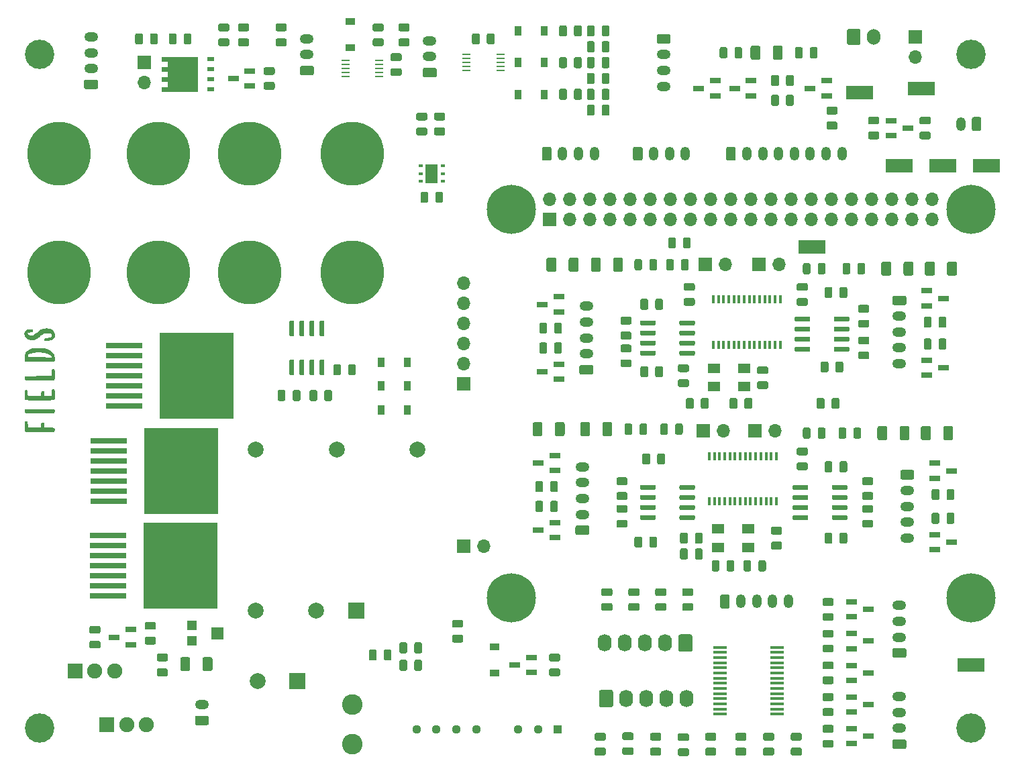
<source format=gbr>
G04 #@! TF.GenerationSoftware,KiCad,Pcbnew,5.1.5-52549c5~86~ubuntu18.04.1*
G04 #@! TF.CreationDate,2020-04-24T23:17:52-07:00*
G04 #@! TF.ProjectId,RPi_Hat,5250695f-4861-4742-9e6b-696361645f70,rev?*
G04 #@! TF.SameCoordinates,Original*
G04 #@! TF.FileFunction,Soldermask,Top*
G04 #@! TF.FilePolarity,Negative*
%FSLAX46Y46*%
G04 Gerber Fmt 4.6, Leading zero omitted, Abs format (unit mm)*
G04 Created by KiCad (PCBNEW 5.1.5-52549c5~86~ubuntu18.04.1) date 2020-04-24 23:17:52*
%MOMM*%
%LPD*%
G04 APERTURE LIST*
%ADD10C,0.010000*%
%ADD11R,1.440000X0.740000*%
%ADD12C,8.000000*%
%ADD13C,0.150000*%
%ADD14R,2.000000X2.000000*%
%ADD15C,2.000000*%
%ADD16C,2.600000*%
%ADD17O,1.750000X1.200000*%
%ADD18C,6.200000*%
%ADD19R,1.700000X1.700000*%
%ADD20O,1.700000X1.700000*%
%ADD21R,0.900000X1.200000*%
%ADD22R,1.200000X0.900000*%
%ADD23R,1.500000X1.600000*%
%ADD24R,1.200000X1.200000*%
%ADD25R,4.600000X0.800000*%
%ADD26R,9.400000X10.800000*%
%ADD27R,0.400000X1.100000*%
%ADD28R,1.100000X0.250000*%
%ADD29R,1.600000X1.300000*%
%ADD30C,3.700000*%
%ADD31O,1.700000X2.000000*%
%ADD32O,1.740000X2.200000*%
%ADD33R,1.130000X1.130000*%
%ADD34C,1.130000*%
%ADD35R,1.750000X0.450000*%
%ADD36O,1.200000X1.750000*%
%ADD37R,3.400000X1.800000*%
%ADD38R,1.900000X1.900000*%
%ADD39C,1.900000*%
%ADD40R,1.500000X2.400000*%
%ADD41R,0.600000X0.400000*%
%ADD42R,0.850000X0.500000*%
G04 APERTURE END LIST*
D10*
G36*
X50650523Y-83207187D02*
G01*
X50650862Y-83193200D01*
X50655273Y-83044588D01*
X50661136Y-82935458D01*
X50670147Y-82854493D01*
X50683997Y-82790378D01*
X50704382Y-82731795D01*
X50727902Y-82678345D01*
X50838117Y-82500877D01*
X50992905Y-82347679D01*
X51192178Y-82218815D01*
X51435846Y-82114348D01*
X51578083Y-82070235D01*
X51650447Y-82051744D01*
X51721372Y-82037834D01*
X51799780Y-82027841D01*
X51894593Y-82021100D01*
X52014733Y-82016945D01*
X52169123Y-82014712D01*
X52334900Y-82013826D01*
X52533469Y-82013966D01*
X52690273Y-82016119D01*
X52814322Y-82020826D01*
X52914630Y-82028629D01*
X53000208Y-82040066D01*
X53080069Y-82055678D01*
X53096900Y-82059525D01*
X53401368Y-82148254D01*
X53667253Y-82262806D01*
X53892784Y-82402001D01*
X54076189Y-82564654D01*
X54215698Y-82749584D01*
X54262669Y-82837600D01*
X54298288Y-82918152D01*
X54321874Y-82989506D01*
X54336447Y-83067112D01*
X54345026Y-83166419D01*
X54350034Y-83284548D01*
X54359434Y-83566396D01*
X54289247Y-83621605D01*
X54219059Y-83676815D01*
X54024000Y-83676051D01*
X54024000Y-83193597D01*
X54024000Y-83140087D01*
X54013249Y-83081449D01*
X53986958Y-83008782D01*
X53982885Y-82999936D01*
X53903109Y-82887957D01*
X53777963Y-82787225D01*
X53611878Y-82698943D01*
X53409281Y-82624309D01*
X53174599Y-82564525D01*
X52912262Y-82520792D01*
X52626698Y-82494309D01*
X52322333Y-82486278D01*
X52108969Y-82491871D01*
X51821307Y-82512671D01*
X51580420Y-82546585D01*
X51383675Y-82594916D01*
X51228438Y-82658969D01*
X51112077Y-82740046D01*
X51031958Y-82839454D01*
X50985447Y-82958494D01*
X50971413Y-83055180D01*
X50963300Y-83180500D01*
X52493650Y-83187049D01*
X54024000Y-83193597D01*
X54024000Y-83676051D01*
X52468474Y-83669958D01*
X52127891Y-83668592D01*
X51834498Y-83667279D01*
X51584685Y-83665903D01*
X51374842Y-83664348D01*
X51201359Y-83662496D01*
X51060627Y-83660233D01*
X50949035Y-83657440D01*
X50862974Y-83654003D01*
X50798834Y-83649804D01*
X50753004Y-83644728D01*
X50721876Y-83638657D01*
X50701838Y-83631476D01*
X50689283Y-83623068D01*
X50680598Y-83613317D01*
X50679831Y-83612300D01*
X50664486Y-83582145D01*
X50654450Y-83534762D01*
X50649156Y-83461945D01*
X50648036Y-83355489D01*
X50650523Y-83207187D01*
G37*
X50650523Y-83207187D02*
X50650862Y-83193200D01*
X50655273Y-83044588D01*
X50661136Y-82935458D01*
X50670147Y-82854493D01*
X50683997Y-82790378D01*
X50704382Y-82731795D01*
X50727902Y-82678345D01*
X50838117Y-82500877D01*
X50992905Y-82347679D01*
X51192178Y-82218815D01*
X51435846Y-82114348D01*
X51578083Y-82070235D01*
X51650447Y-82051744D01*
X51721372Y-82037834D01*
X51799780Y-82027841D01*
X51894593Y-82021100D01*
X52014733Y-82016945D01*
X52169123Y-82014712D01*
X52334900Y-82013826D01*
X52533469Y-82013966D01*
X52690273Y-82016119D01*
X52814322Y-82020826D01*
X52914630Y-82028629D01*
X53000208Y-82040066D01*
X53080069Y-82055678D01*
X53096900Y-82059525D01*
X53401368Y-82148254D01*
X53667253Y-82262806D01*
X53892784Y-82402001D01*
X54076189Y-82564654D01*
X54215698Y-82749584D01*
X54262669Y-82837600D01*
X54298288Y-82918152D01*
X54321874Y-82989506D01*
X54336447Y-83067112D01*
X54345026Y-83166419D01*
X54350034Y-83284548D01*
X54359434Y-83566396D01*
X54289247Y-83621605D01*
X54219059Y-83676815D01*
X54024000Y-83676051D01*
X54024000Y-83193597D01*
X54024000Y-83140087D01*
X54013249Y-83081449D01*
X53986958Y-83008782D01*
X53982885Y-82999936D01*
X53903109Y-82887957D01*
X53777963Y-82787225D01*
X53611878Y-82698943D01*
X53409281Y-82624309D01*
X53174599Y-82564525D01*
X52912262Y-82520792D01*
X52626698Y-82494309D01*
X52322333Y-82486278D01*
X52108969Y-82491871D01*
X51821307Y-82512671D01*
X51580420Y-82546585D01*
X51383675Y-82594916D01*
X51228438Y-82658969D01*
X51112077Y-82740046D01*
X51031958Y-82839454D01*
X50985447Y-82958494D01*
X50971413Y-83055180D01*
X50963300Y-83180500D01*
X52493650Y-83187049D01*
X54024000Y-83193597D01*
X54024000Y-83676051D01*
X52468474Y-83669958D01*
X52127891Y-83668592D01*
X51834498Y-83667279D01*
X51584685Y-83665903D01*
X51374842Y-83664348D01*
X51201359Y-83662496D01*
X51060627Y-83660233D01*
X50949035Y-83657440D01*
X50862974Y-83654003D01*
X50798834Y-83649804D01*
X50753004Y-83644728D01*
X50721876Y-83638657D01*
X50701838Y-83631476D01*
X50689283Y-83623068D01*
X50680598Y-83613317D01*
X50679831Y-83612300D01*
X50664486Y-83582145D01*
X50654450Y-83534762D01*
X50649156Y-83461945D01*
X50648036Y-83355489D01*
X50650523Y-83207187D01*
G36*
X50649032Y-85713138D02*
G01*
X50671858Y-85633751D01*
X50681844Y-85617405D01*
X50690522Y-85607556D01*
X50703566Y-85599068D01*
X50724679Y-85591806D01*
X50757567Y-85585635D01*
X50805934Y-85580418D01*
X50873486Y-85576021D01*
X50963929Y-85572308D01*
X51080965Y-85569144D01*
X51228302Y-85566393D01*
X51409643Y-85563919D01*
X51628693Y-85561587D01*
X51889158Y-85559262D01*
X52194743Y-85556808D01*
X52377294Y-85555400D01*
X54036700Y-85542700D01*
X54043445Y-85149000D01*
X54047187Y-84986240D01*
X54053621Y-84867410D01*
X54065172Y-84785642D01*
X54084263Y-84734067D01*
X54113321Y-84705817D01*
X54154769Y-84694022D01*
X54204840Y-84691800D01*
X54250421Y-84693855D01*
X54285652Y-84703873D01*
X54311861Y-84727640D01*
X54330379Y-84770939D01*
X54342537Y-84839554D01*
X54349663Y-84939270D01*
X54353089Y-85075869D01*
X54354143Y-85255137D01*
X54354200Y-85341315D01*
X54353953Y-85526439D01*
X54352846Y-85667527D01*
X54350325Y-85771339D01*
X54345835Y-85844638D01*
X54338823Y-85894185D01*
X54328735Y-85926742D01*
X54315019Y-85949072D01*
X54303400Y-85961800D01*
X54292422Y-85971679D01*
X54278262Y-85980186D01*
X54257285Y-85987424D01*
X54225857Y-85993497D01*
X54180344Y-85998505D01*
X54117112Y-86002552D01*
X54032526Y-86005740D01*
X53922953Y-86008171D01*
X53784757Y-86009948D01*
X53614306Y-86011173D01*
X53407964Y-86011948D01*
X53162098Y-86012376D01*
X52873073Y-86012560D01*
X52537255Y-86012600D01*
X52500000Y-86012600D01*
X52159174Y-86012569D01*
X51865514Y-86012405D01*
X51615386Y-86012007D01*
X51405155Y-86011272D01*
X51231188Y-86010098D01*
X51089850Y-86008382D01*
X50977506Y-86006023D01*
X50890523Y-86002917D01*
X50825267Y-85998963D01*
X50778103Y-85994058D01*
X50745397Y-85988099D01*
X50723515Y-85980985D01*
X50708822Y-85972613D01*
X50697685Y-85962880D01*
X50696600Y-85961800D01*
X50662313Y-85898396D01*
X50646154Y-85808431D01*
X50649032Y-85713138D01*
G37*
X50649032Y-85713138D02*
X50671858Y-85633751D01*
X50681844Y-85617405D01*
X50690522Y-85607556D01*
X50703566Y-85599068D01*
X50724679Y-85591806D01*
X50757567Y-85585635D01*
X50805934Y-85580418D01*
X50873486Y-85576021D01*
X50963929Y-85572308D01*
X51080965Y-85569144D01*
X51228302Y-85566393D01*
X51409643Y-85563919D01*
X51628693Y-85561587D01*
X51889158Y-85559262D01*
X52194743Y-85556808D01*
X52377294Y-85555400D01*
X54036700Y-85542700D01*
X54043445Y-85149000D01*
X54047187Y-84986240D01*
X54053621Y-84867410D01*
X54065172Y-84785642D01*
X54084263Y-84734067D01*
X54113321Y-84705817D01*
X54154769Y-84694022D01*
X54204840Y-84691800D01*
X54250421Y-84693855D01*
X54285652Y-84703873D01*
X54311861Y-84727640D01*
X54330379Y-84770939D01*
X54342537Y-84839554D01*
X54349663Y-84939270D01*
X54353089Y-85075869D01*
X54354143Y-85255137D01*
X54354200Y-85341315D01*
X54353953Y-85526439D01*
X54352846Y-85667527D01*
X54350325Y-85771339D01*
X54345835Y-85844638D01*
X54338823Y-85894185D01*
X54328735Y-85926742D01*
X54315019Y-85949072D01*
X54303400Y-85961800D01*
X54292422Y-85971679D01*
X54278262Y-85980186D01*
X54257285Y-85987424D01*
X54225857Y-85993497D01*
X54180344Y-85998505D01*
X54117112Y-86002552D01*
X54032526Y-86005740D01*
X53922953Y-86008171D01*
X53784757Y-86009948D01*
X53614306Y-86011173D01*
X53407964Y-86011948D01*
X53162098Y-86012376D01*
X52873073Y-86012560D01*
X52537255Y-86012600D01*
X52500000Y-86012600D01*
X52159174Y-86012569D01*
X51865514Y-86012405D01*
X51615386Y-86012007D01*
X51405155Y-86011272D01*
X51231188Y-86010098D01*
X51089850Y-86008382D01*
X50977506Y-86006023D01*
X50890523Y-86002917D01*
X50825267Y-85998963D01*
X50778103Y-85994058D01*
X50745397Y-85988099D01*
X50723515Y-85980985D01*
X50708822Y-85972613D01*
X50697685Y-85962880D01*
X50696600Y-85961800D01*
X50662313Y-85898396D01*
X50646154Y-85808431D01*
X50649032Y-85713138D01*
G36*
X50646106Y-87743782D02*
G01*
X50647464Y-87613526D01*
X50650532Y-87519597D01*
X50655967Y-87454757D01*
X50664427Y-87411772D01*
X50676569Y-87383405D01*
X50693053Y-87362420D01*
X50696600Y-87358800D01*
X50766773Y-87314139D01*
X50841756Y-87318979D01*
X50894148Y-87347541D01*
X50917736Y-87367138D01*
X50933650Y-87393098D01*
X50943391Y-87434848D01*
X50948459Y-87501815D01*
X50950356Y-87603429D01*
X50950600Y-87702247D01*
X50951258Y-87834780D01*
X50954108Y-87925524D01*
X50960461Y-87983479D01*
X50971627Y-88017648D01*
X50988918Y-88037034D01*
X51000381Y-88044055D01*
X51042828Y-88052293D01*
X51134999Y-88058539D01*
X51275853Y-88062768D01*
X51464353Y-88064957D01*
X51699458Y-88065084D01*
X51883031Y-88063999D01*
X52715900Y-88057300D01*
X52722573Y-87790600D01*
X52726716Y-87668481D01*
X52733215Y-87586539D01*
X52744116Y-87534152D01*
X52761467Y-87500700D01*
X52782537Y-87479450D01*
X52858934Y-87439193D01*
X52934709Y-87449156D01*
X52971395Y-87470967D01*
X52994019Y-87494216D01*
X53009762Y-87531567D01*
X53020594Y-87592903D01*
X53028484Y-87688109D01*
X53033400Y-87782117D01*
X53046100Y-88057300D01*
X53497520Y-88064239D01*
X53678462Y-88065384D01*
X53824004Y-88062883D01*
X53929505Y-88056920D01*
X53990328Y-88047679D01*
X53999170Y-88044295D01*
X54018993Y-88030119D01*
X54032802Y-88006858D01*
X54041672Y-87966183D01*
X54046678Y-87899764D01*
X54048896Y-87799271D01*
X54049399Y-87656377D01*
X54049400Y-87655087D01*
X54050390Y-87499351D01*
X54054974Y-87387268D01*
X54065565Y-87311704D01*
X54084579Y-87265527D01*
X54114433Y-87241602D01*
X54157541Y-87232796D01*
X54192739Y-87231800D01*
X54242219Y-87234775D01*
X54280449Y-87247538D01*
X54308860Y-87275845D01*
X54328888Y-87325453D01*
X54341965Y-87402121D01*
X54349524Y-87511606D01*
X54352999Y-87659664D01*
X54353822Y-87852052D01*
X54353811Y-87878802D01*
X54352841Y-88039484D01*
X54350352Y-88183492D01*
X54346615Y-88302885D01*
X54341898Y-88389721D01*
X54336470Y-88436058D01*
X54334761Y-88440848D01*
X54322054Y-88457445D01*
X54305295Y-88471769D01*
X54280890Y-88483989D01*
X54245246Y-88494270D01*
X54194771Y-88502779D01*
X54125870Y-88509684D01*
X54034952Y-88515152D01*
X53918424Y-88519349D01*
X53772691Y-88522443D01*
X53594162Y-88524600D01*
X53379244Y-88525987D01*
X53124342Y-88526772D01*
X52825865Y-88527121D01*
X52480220Y-88527200D01*
X52476269Y-88527200D01*
X52137918Y-88527168D01*
X51846706Y-88527000D01*
X51598974Y-88526593D01*
X51391060Y-88525842D01*
X51219303Y-88524643D01*
X51080045Y-88522891D01*
X50969623Y-88520481D01*
X50884379Y-88517310D01*
X50820650Y-88513272D01*
X50774776Y-88508263D01*
X50743098Y-88502180D01*
X50721955Y-88494916D01*
X50707686Y-88486368D01*
X50696630Y-88476431D01*
X50696600Y-88476400D01*
X50679248Y-88455984D01*
X50666359Y-88429513D01*
X50657272Y-88389751D01*
X50651332Y-88329462D01*
X50647879Y-88241410D01*
X50646257Y-88118359D01*
X50645807Y-87953073D01*
X50645800Y-87917600D01*
X50646106Y-87743782D01*
G37*
X50646106Y-87743782D02*
X50647464Y-87613526D01*
X50650532Y-87519597D01*
X50655967Y-87454757D01*
X50664427Y-87411772D01*
X50676569Y-87383405D01*
X50693053Y-87362420D01*
X50696600Y-87358800D01*
X50766773Y-87314139D01*
X50841756Y-87318979D01*
X50894148Y-87347541D01*
X50917736Y-87367138D01*
X50933650Y-87393098D01*
X50943391Y-87434848D01*
X50948459Y-87501815D01*
X50950356Y-87603429D01*
X50950600Y-87702247D01*
X50951258Y-87834780D01*
X50954108Y-87925524D01*
X50960461Y-87983479D01*
X50971627Y-88017648D01*
X50988918Y-88037034D01*
X51000381Y-88044055D01*
X51042828Y-88052293D01*
X51134999Y-88058539D01*
X51275853Y-88062768D01*
X51464353Y-88064957D01*
X51699458Y-88065084D01*
X51883031Y-88063999D01*
X52715900Y-88057300D01*
X52722573Y-87790600D01*
X52726716Y-87668481D01*
X52733215Y-87586539D01*
X52744116Y-87534152D01*
X52761467Y-87500700D01*
X52782537Y-87479450D01*
X52858934Y-87439193D01*
X52934709Y-87449156D01*
X52971395Y-87470967D01*
X52994019Y-87494216D01*
X53009762Y-87531567D01*
X53020594Y-87592903D01*
X53028484Y-87688109D01*
X53033400Y-87782117D01*
X53046100Y-88057300D01*
X53497520Y-88064239D01*
X53678462Y-88065384D01*
X53824004Y-88062883D01*
X53929505Y-88056920D01*
X53990328Y-88047679D01*
X53999170Y-88044295D01*
X54018993Y-88030119D01*
X54032802Y-88006858D01*
X54041672Y-87966183D01*
X54046678Y-87899764D01*
X54048896Y-87799271D01*
X54049399Y-87656377D01*
X54049400Y-87655087D01*
X54050390Y-87499351D01*
X54054974Y-87387268D01*
X54065565Y-87311704D01*
X54084579Y-87265527D01*
X54114433Y-87241602D01*
X54157541Y-87232796D01*
X54192739Y-87231800D01*
X54242219Y-87234775D01*
X54280449Y-87247538D01*
X54308860Y-87275845D01*
X54328888Y-87325453D01*
X54341965Y-87402121D01*
X54349524Y-87511606D01*
X54352999Y-87659664D01*
X54353822Y-87852052D01*
X54353811Y-87878802D01*
X54352841Y-88039484D01*
X54350352Y-88183492D01*
X54346615Y-88302885D01*
X54341898Y-88389721D01*
X54336470Y-88436058D01*
X54334761Y-88440848D01*
X54322054Y-88457445D01*
X54305295Y-88471769D01*
X54280890Y-88483989D01*
X54245246Y-88494270D01*
X54194771Y-88502779D01*
X54125870Y-88509684D01*
X54034952Y-88515152D01*
X53918424Y-88519349D01*
X53772691Y-88522443D01*
X53594162Y-88524600D01*
X53379244Y-88525987D01*
X53124342Y-88526772D01*
X52825865Y-88527121D01*
X52480220Y-88527200D01*
X52476269Y-88527200D01*
X52137918Y-88527168D01*
X51846706Y-88527000D01*
X51598974Y-88526593D01*
X51391060Y-88525842D01*
X51219303Y-88524643D01*
X51080045Y-88522891D01*
X50969623Y-88520481D01*
X50884379Y-88517310D01*
X50820650Y-88513272D01*
X50774776Y-88508263D01*
X50743098Y-88502180D01*
X50721955Y-88494916D01*
X50707686Y-88486368D01*
X50696630Y-88476431D01*
X50696600Y-88476400D01*
X50679248Y-88455984D01*
X50666359Y-88429513D01*
X50657272Y-88389751D01*
X50651332Y-88329462D01*
X50647879Y-88241410D01*
X50646257Y-88118359D01*
X50645807Y-87953073D01*
X50645800Y-87917600D01*
X50646106Y-87743782D01*
G36*
X50644707Y-89832129D02*
G01*
X50652925Y-89806033D01*
X50671103Y-89784336D01*
X50702640Y-89766637D01*
X50750938Y-89752532D01*
X50819397Y-89741620D01*
X50911417Y-89733499D01*
X51030400Y-89727767D01*
X51179746Y-89724020D01*
X51362855Y-89721857D01*
X51583129Y-89720876D01*
X51843968Y-89720674D01*
X52148772Y-89720850D01*
X52500942Y-89721000D01*
X52504413Y-89721000D01*
X52856264Y-89720837D01*
X53160724Y-89720623D01*
X53421197Y-89720771D01*
X53641089Y-89721693D01*
X53823807Y-89723802D01*
X53972755Y-89727512D01*
X54091340Y-89733236D01*
X54182967Y-89741385D01*
X54251043Y-89752374D01*
X54298972Y-89766615D01*
X54330161Y-89784520D01*
X54348016Y-89806503D01*
X54355941Y-89832977D01*
X54357344Y-89864354D01*
X54355629Y-89901047D01*
X54354202Y-89943470D01*
X54354200Y-89945251D01*
X54347073Y-90041152D01*
X54322686Y-90104054D01*
X54303400Y-90127400D01*
X54292422Y-90137279D01*
X54278262Y-90145786D01*
X54257285Y-90153024D01*
X54225857Y-90159097D01*
X54180344Y-90164105D01*
X54117112Y-90168152D01*
X54032526Y-90171340D01*
X53922953Y-90173771D01*
X53784757Y-90175548D01*
X53614306Y-90176773D01*
X53407964Y-90177548D01*
X53162098Y-90177976D01*
X52873073Y-90178160D01*
X52537255Y-90178200D01*
X52500000Y-90178200D01*
X52159174Y-90178169D01*
X51865514Y-90178005D01*
X51615386Y-90177607D01*
X51405155Y-90176872D01*
X51231188Y-90175698D01*
X51089850Y-90173982D01*
X50977506Y-90171623D01*
X50890523Y-90168517D01*
X50825267Y-90164563D01*
X50778103Y-90159658D01*
X50745397Y-90153699D01*
X50723515Y-90146585D01*
X50708822Y-90138213D01*
X50697685Y-90128480D01*
X50696600Y-90127400D01*
X50663083Y-90076770D01*
X50647923Y-90002401D01*
X50645800Y-89940837D01*
X50644545Y-89899129D01*
X50643047Y-89863027D01*
X50644707Y-89832129D01*
G37*
X50644707Y-89832129D02*
X50652925Y-89806033D01*
X50671103Y-89784336D01*
X50702640Y-89766637D01*
X50750938Y-89752532D01*
X50819397Y-89741620D01*
X50911417Y-89733499D01*
X51030400Y-89727767D01*
X51179746Y-89724020D01*
X51362855Y-89721857D01*
X51583129Y-89720876D01*
X51843968Y-89720674D01*
X52148772Y-89720850D01*
X52500942Y-89721000D01*
X52504413Y-89721000D01*
X52856264Y-89720837D01*
X53160724Y-89720623D01*
X53421197Y-89720771D01*
X53641089Y-89721693D01*
X53823807Y-89723802D01*
X53972755Y-89727512D01*
X54091340Y-89733236D01*
X54182967Y-89741385D01*
X54251043Y-89752374D01*
X54298972Y-89766615D01*
X54330161Y-89784520D01*
X54348016Y-89806503D01*
X54355941Y-89832977D01*
X54357344Y-89864354D01*
X54355629Y-89901047D01*
X54354202Y-89943470D01*
X54354200Y-89945251D01*
X54347073Y-90041152D01*
X54322686Y-90104054D01*
X54303400Y-90127400D01*
X54292422Y-90137279D01*
X54278262Y-90145786D01*
X54257285Y-90153024D01*
X54225857Y-90159097D01*
X54180344Y-90164105D01*
X54117112Y-90168152D01*
X54032526Y-90171340D01*
X53922953Y-90173771D01*
X53784757Y-90175548D01*
X53614306Y-90176773D01*
X53407964Y-90177548D01*
X53162098Y-90177976D01*
X52873073Y-90178160D01*
X52537255Y-90178200D01*
X52500000Y-90178200D01*
X52159174Y-90178169D01*
X51865514Y-90178005D01*
X51615386Y-90177607D01*
X51405155Y-90176872D01*
X51231188Y-90175698D01*
X51089850Y-90173982D01*
X50977506Y-90171623D01*
X50890523Y-90168517D01*
X50825267Y-90164563D01*
X50778103Y-90159658D01*
X50745397Y-90153699D01*
X50723515Y-90146585D01*
X50708822Y-90138213D01*
X50697685Y-90128480D01*
X50696600Y-90127400D01*
X50663083Y-90076770D01*
X50647923Y-90002401D01*
X50645800Y-89940837D01*
X50644545Y-89899129D01*
X50643047Y-89863027D01*
X50644707Y-89832129D01*
G36*
X50646385Y-91695563D02*
G01*
X50647618Y-91557570D01*
X50650416Y-91456842D01*
X50655306Y-91386614D01*
X50662816Y-91340120D01*
X50673474Y-91310593D01*
X50687808Y-91291269D01*
X50692250Y-91287037D01*
X50753407Y-91255645D01*
X50828690Y-91246229D01*
X50895367Y-91259638D01*
X50921364Y-91278479D01*
X50932875Y-91317097D01*
X50942907Y-91398868D01*
X50950793Y-91516153D01*
X50955868Y-91661310D01*
X50956224Y-91678529D01*
X50963300Y-92045100D01*
X51845950Y-92051780D01*
X52728600Y-92058459D01*
X52728600Y-91766615D01*
X52729141Y-91640646D01*
X52731974Y-91555579D01*
X52738913Y-91501519D01*
X52751772Y-91468572D01*
X52772366Y-91446842D01*
X52789410Y-91434927D01*
X52864671Y-91409472D01*
X52941554Y-91419531D01*
X53000104Y-91461471D01*
X53008669Y-91474852D01*
X53018998Y-91518707D01*
X53027210Y-91600309D01*
X53032276Y-91706616D01*
X53033400Y-91788148D01*
X53033400Y-92055234D01*
X53640386Y-92062867D01*
X53849123Y-92065793D01*
X54012596Y-92069937D01*
X54136337Y-92077145D01*
X54225878Y-92089266D01*
X54286750Y-92108144D01*
X54324486Y-92135629D01*
X54344617Y-92173566D01*
X54352676Y-92223803D01*
X54354194Y-92288187D01*
X54354200Y-92301194D01*
X54350252Y-92385691D01*
X54333895Y-92438581D01*
X54298356Y-92478742D01*
X54287274Y-92487757D01*
X54273248Y-92498101D01*
X54256935Y-92506993D01*
X54234621Y-92514543D01*
X54202594Y-92520860D01*
X54157142Y-92526054D01*
X54094550Y-92530235D01*
X54011106Y-92533514D01*
X53903097Y-92535998D01*
X53766810Y-92537800D01*
X53598532Y-92539028D01*
X53394550Y-92539792D01*
X53151151Y-92540202D01*
X52864622Y-92540369D01*
X52531250Y-92540400D01*
X52507604Y-92540400D01*
X52163085Y-92540321D01*
X51865756Y-92539970D01*
X51612006Y-92539178D01*
X51398226Y-92537776D01*
X51220806Y-92535595D01*
X51076134Y-92532465D01*
X50960602Y-92528218D01*
X50870599Y-92522683D01*
X50802515Y-92515693D01*
X50752740Y-92507077D01*
X50717664Y-92496667D01*
X50693676Y-92484293D01*
X50677167Y-92469786D01*
X50665238Y-92454048D01*
X50659722Y-92421363D01*
X50654817Y-92345702D01*
X50650780Y-92234888D01*
X50647872Y-92096744D01*
X50646349Y-91939092D01*
X50646188Y-91877587D01*
X50646385Y-91695563D01*
G37*
X50646385Y-91695563D02*
X50647618Y-91557570D01*
X50650416Y-91456842D01*
X50655306Y-91386614D01*
X50662816Y-91340120D01*
X50673474Y-91310593D01*
X50687808Y-91291269D01*
X50692250Y-91287037D01*
X50753407Y-91255645D01*
X50828690Y-91246229D01*
X50895367Y-91259638D01*
X50921364Y-91278479D01*
X50932875Y-91317097D01*
X50942907Y-91398868D01*
X50950793Y-91516153D01*
X50955868Y-91661310D01*
X50956224Y-91678529D01*
X50963300Y-92045100D01*
X51845950Y-92051780D01*
X52728600Y-92058459D01*
X52728600Y-91766615D01*
X52729141Y-91640646D01*
X52731974Y-91555579D01*
X52738913Y-91501519D01*
X52751772Y-91468572D01*
X52772366Y-91446842D01*
X52789410Y-91434927D01*
X52864671Y-91409472D01*
X52941554Y-91419531D01*
X53000104Y-91461471D01*
X53008669Y-91474852D01*
X53018998Y-91518707D01*
X53027210Y-91600309D01*
X53032276Y-91706616D01*
X53033400Y-91788148D01*
X53033400Y-92055234D01*
X53640386Y-92062867D01*
X53849123Y-92065793D01*
X54012596Y-92069937D01*
X54136337Y-92077145D01*
X54225878Y-92089266D01*
X54286750Y-92108144D01*
X54324486Y-92135629D01*
X54344617Y-92173566D01*
X54352676Y-92223803D01*
X54354194Y-92288187D01*
X54354200Y-92301194D01*
X54350252Y-92385691D01*
X54333895Y-92438581D01*
X54298356Y-92478742D01*
X54287274Y-92487757D01*
X54273248Y-92498101D01*
X54256935Y-92506993D01*
X54234621Y-92514543D01*
X54202594Y-92520860D01*
X54157142Y-92526054D01*
X54094550Y-92530235D01*
X54011106Y-92533514D01*
X53903097Y-92535998D01*
X53766810Y-92537800D01*
X53598532Y-92539028D01*
X53394550Y-92539792D01*
X53151151Y-92540202D01*
X52864622Y-92540369D01*
X52531250Y-92540400D01*
X52507604Y-92540400D01*
X52163085Y-92540321D01*
X51865756Y-92539970D01*
X51612006Y-92539178D01*
X51398226Y-92537776D01*
X51220806Y-92535595D01*
X51076134Y-92532465D01*
X50960602Y-92528218D01*
X50870599Y-92522683D01*
X50802515Y-92515693D01*
X50752740Y-92507077D01*
X50717664Y-92496667D01*
X50693676Y-92484293D01*
X50677167Y-92469786D01*
X50665238Y-92454048D01*
X50659722Y-92421363D01*
X50654817Y-92345702D01*
X50650780Y-92234888D01*
X50647872Y-92096744D01*
X50646349Y-91939092D01*
X50646188Y-91877587D01*
X50646385Y-91695563D01*
G36*
X50611129Y-80076962D02*
G01*
X50623322Y-80003435D01*
X50649687Y-79941255D01*
X50675386Y-79899510D01*
X50752526Y-79811615D01*
X50856712Y-79745099D01*
X50994776Y-79696989D01*
X51173550Y-79664314D01*
X51231658Y-79657545D01*
X51384552Y-79646074D01*
X51494680Y-79649999D01*
X51568259Y-79671240D01*
X51611503Y-79711714D01*
X51630628Y-79773341D01*
X51631477Y-79780987D01*
X51618103Y-79859594D01*
X51562178Y-79913102D01*
X51466407Y-79939490D01*
X51416098Y-79942000D01*
X51295249Y-79950032D01*
X51176352Y-79971559D01*
X51074812Y-80002734D01*
X51006034Y-80039706D01*
X50998720Y-80046280D01*
X50953343Y-80120460D01*
X50955462Y-80199837D01*
X51002833Y-80279277D01*
X51093211Y-80353650D01*
X51146188Y-80383529D01*
X51230735Y-80409224D01*
X51346066Y-80422332D01*
X51473617Y-80422330D01*
X51594825Y-80408696D01*
X51643928Y-80397540D01*
X51726863Y-80362182D01*
X51841922Y-80294412D01*
X51984761Y-80197179D01*
X52151033Y-80073432D01*
X52326217Y-79934426D01*
X52437277Y-79849802D01*
X52558062Y-79767141D01*
X52669509Y-79699153D01*
X52715900Y-79674572D01*
X52917147Y-79597463D01*
X53128783Y-79554884D01*
X53344028Y-79544893D01*
X53556105Y-79565546D01*
X53758234Y-79614899D01*
X53943637Y-79691010D01*
X54105535Y-79791935D01*
X54237151Y-79915731D01*
X54331706Y-80060455D01*
X54365199Y-80147398D01*
X54396393Y-80284213D01*
X54398787Y-80403668D01*
X54372476Y-80530187D01*
X54366757Y-80549052D01*
X54298949Y-80683932D01*
X54187946Y-80802768D01*
X54039653Y-80902561D01*
X53859973Y-80980310D01*
X53654808Y-81033017D01*
X53430061Y-81057682D01*
X53362901Y-81059159D01*
X53232062Y-81050848D01*
X53145335Y-81023583D01*
X53098854Y-80975104D01*
X53088751Y-80903148D01*
X53089122Y-80898990D01*
X53111616Y-80831089D01*
X53166977Y-80786271D01*
X53260589Y-80761872D01*
X53379974Y-80755175D01*
X53546200Y-80741795D01*
X53700569Y-80705184D01*
X53835546Y-80649417D01*
X53943593Y-80578568D01*
X54017173Y-80496713D01*
X54048749Y-80407925D01*
X54049400Y-80393277D01*
X54026871Y-80289379D01*
X53958358Y-80202756D01*
X53842470Y-80131726D01*
X53827937Y-80125293D01*
X53643523Y-80071218D01*
X53439524Y-80054741D01*
X53229490Y-80074953D01*
X53026969Y-80130945D01*
X52903447Y-80187359D01*
X52837560Y-80229350D01*
X52744437Y-80296877D01*
X52634839Y-80381757D01*
X52519526Y-80475808D01*
X52478649Y-80510368D01*
X52331666Y-80630642D01*
X52194970Y-80732407D01*
X52078028Y-80808867D01*
X52017400Y-80841629D01*
X51941981Y-80875799D01*
X51878553Y-80898216D01*
X51812858Y-80911293D01*
X51730636Y-80917445D01*
X51617628Y-80919084D01*
X51560200Y-80919016D01*
X51365115Y-80911214D01*
X51206929Y-80886462D01*
X51073416Y-80840763D01*
X50952355Y-80770120D01*
X50848963Y-80686444D01*
X50734050Y-80569029D01*
X50660141Y-80454902D01*
X50620515Y-80329949D01*
X50608454Y-80181446D01*
X50611129Y-80076962D01*
G37*
X50611129Y-80076962D02*
X50623322Y-80003435D01*
X50649687Y-79941255D01*
X50675386Y-79899510D01*
X50752526Y-79811615D01*
X50856712Y-79745099D01*
X50994776Y-79696989D01*
X51173550Y-79664314D01*
X51231658Y-79657545D01*
X51384552Y-79646074D01*
X51494680Y-79649999D01*
X51568259Y-79671240D01*
X51611503Y-79711714D01*
X51630628Y-79773341D01*
X51631477Y-79780987D01*
X51618103Y-79859594D01*
X51562178Y-79913102D01*
X51466407Y-79939490D01*
X51416098Y-79942000D01*
X51295249Y-79950032D01*
X51176352Y-79971559D01*
X51074812Y-80002734D01*
X51006034Y-80039706D01*
X50998720Y-80046280D01*
X50953343Y-80120460D01*
X50955462Y-80199837D01*
X51002833Y-80279277D01*
X51093211Y-80353650D01*
X51146188Y-80383529D01*
X51230735Y-80409224D01*
X51346066Y-80422332D01*
X51473617Y-80422330D01*
X51594825Y-80408696D01*
X51643928Y-80397540D01*
X51726863Y-80362182D01*
X51841922Y-80294412D01*
X51984761Y-80197179D01*
X52151033Y-80073432D01*
X52326217Y-79934426D01*
X52437277Y-79849802D01*
X52558062Y-79767141D01*
X52669509Y-79699153D01*
X52715900Y-79674572D01*
X52917147Y-79597463D01*
X53128783Y-79554884D01*
X53344028Y-79544893D01*
X53556105Y-79565546D01*
X53758234Y-79614899D01*
X53943637Y-79691010D01*
X54105535Y-79791935D01*
X54237151Y-79915731D01*
X54331706Y-80060455D01*
X54365199Y-80147398D01*
X54396393Y-80284213D01*
X54398787Y-80403668D01*
X54372476Y-80530187D01*
X54366757Y-80549052D01*
X54298949Y-80683932D01*
X54187946Y-80802768D01*
X54039653Y-80902561D01*
X53859973Y-80980310D01*
X53654808Y-81033017D01*
X53430061Y-81057682D01*
X53362901Y-81059159D01*
X53232062Y-81050848D01*
X53145335Y-81023583D01*
X53098854Y-80975104D01*
X53088751Y-80903148D01*
X53089122Y-80898990D01*
X53111616Y-80831089D01*
X53166977Y-80786271D01*
X53260589Y-80761872D01*
X53379974Y-80755175D01*
X53546200Y-80741795D01*
X53700569Y-80705184D01*
X53835546Y-80649417D01*
X53943593Y-80578568D01*
X54017173Y-80496713D01*
X54048749Y-80407925D01*
X54049400Y-80393277D01*
X54026871Y-80289379D01*
X53958358Y-80202756D01*
X53842470Y-80131726D01*
X53827937Y-80125293D01*
X53643523Y-80071218D01*
X53439524Y-80054741D01*
X53229490Y-80074953D01*
X53026969Y-80130945D01*
X52903447Y-80187359D01*
X52837560Y-80229350D01*
X52744437Y-80296877D01*
X52634839Y-80381757D01*
X52519526Y-80475808D01*
X52478649Y-80510368D01*
X52331666Y-80630642D01*
X52194970Y-80732407D01*
X52078028Y-80808867D01*
X52017400Y-80841629D01*
X51941981Y-80875799D01*
X51878553Y-80898216D01*
X51812858Y-80911293D01*
X51730636Y-80917445D01*
X51617628Y-80919084D01*
X51560200Y-80919016D01*
X51365115Y-80911214D01*
X51206929Y-80886462D01*
X51073416Y-80840763D01*
X50952355Y-80770120D01*
X50848963Y-80686444D01*
X50734050Y-80569029D01*
X50660141Y-80454902D01*
X50620515Y-80329949D01*
X50608454Y-80181446D01*
X50611129Y-80076962D01*
D11*
X64050000Y-119450000D03*
X64050000Y-117550000D03*
X61950000Y-118500000D03*
X151800000Y-50200000D03*
X151800000Y-48300000D03*
X149700000Y-49250000D03*
X142300000Y-50200000D03*
X142300000Y-48300000D03*
X140200000Y-49250000D03*
X137800000Y-50200000D03*
X137800000Y-48300000D03*
X135700000Y-49250000D03*
X118050000Y-77450000D03*
X118050000Y-75550000D03*
X115950000Y-76500000D03*
X164450000Y-83550000D03*
X164450000Y-85450000D03*
X166550000Y-84500000D03*
X118050000Y-85950000D03*
X118050000Y-84050000D03*
X115950000Y-85000000D03*
X164450000Y-74800000D03*
X164450000Y-76700000D03*
X166550000Y-75750000D03*
X117550000Y-97450000D03*
X117550000Y-95550000D03*
X115450000Y-96500000D03*
X165450000Y-105550000D03*
X165450000Y-107450000D03*
X167550000Y-106500000D03*
X117550000Y-105950000D03*
X117550000Y-104050000D03*
X115450000Y-105000000D03*
X165450000Y-96550000D03*
X165450000Y-98450000D03*
X167550000Y-97500000D03*
X114550000Y-122950000D03*
X114550000Y-121050000D03*
X112450000Y-122000000D03*
X154950000Y-130050000D03*
X154950000Y-131950000D03*
X157050000Y-131000000D03*
X154950000Y-126050000D03*
X154950000Y-127950000D03*
X157050000Y-127000000D03*
X154950000Y-122050000D03*
X154950000Y-123950000D03*
X157050000Y-123000000D03*
X159950000Y-53300000D03*
X159950000Y-55200000D03*
X162050000Y-54250000D03*
X154950000Y-118050000D03*
X154950000Y-119950000D03*
X157050000Y-119000000D03*
X154950000Y-114050000D03*
X154950000Y-115950000D03*
X157050000Y-115000000D03*
D12*
X79000000Y-72500000D03*
X79000000Y-57500000D03*
X67500000Y-72500000D03*
X67500000Y-57500000D03*
X92000000Y-72500000D03*
X92000000Y-57500000D03*
X55000000Y-72500000D03*
X55000000Y-57500000D03*
D13*
G36*
X148580142Y-44051174D02*
G01*
X148603803Y-44054684D01*
X148627007Y-44060496D01*
X148649529Y-44068554D01*
X148671153Y-44078782D01*
X148691670Y-44091079D01*
X148710883Y-44105329D01*
X148728607Y-44121393D01*
X148744671Y-44139117D01*
X148758921Y-44158330D01*
X148771218Y-44178847D01*
X148781446Y-44200471D01*
X148789504Y-44222993D01*
X148795316Y-44246197D01*
X148798826Y-44269858D01*
X148800000Y-44293750D01*
X148800000Y-45206250D01*
X148798826Y-45230142D01*
X148795316Y-45253803D01*
X148789504Y-45277007D01*
X148781446Y-45299529D01*
X148771218Y-45321153D01*
X148758921Y-45341670D01*
X148744671Y-45360883D01*
X148728607Y-45378607D01*
X148710883Y-45394671D01*
X148691670Y-45408921D01*
X148671153Y-45421218D01*
X148649529Y-45431446D01*
X148627007Y-45439504D01*
X148603803Y-45445316D01*
X148580142Y-45448826D01*
X148556250Y-45450000D01*
X148068750Y-45450000D01*
X148044858Y-45448826D01*
X148021197Y-45445316D01*
X147997993Y-45439504D01*
X147975471Y-45431446D01*
X147953847Y-45421218D01*
X147933330Y-45408921D01*
X147914117Y-45394671D01*
X147896393Y-45378607D01*
X147880329Y-45360883D01*
X147866079Y-45341670D01*
X147853782Y-45321153D01*
X147843554Y-45299529D01*
X147835496Y-45277007D01*
X147829684Y-45253803D01*
X147826174Y-45230142D01*
X147825000Y-45206250D01*
X147825000Y-44293750D01*
X147826174Y-44269858D01*
X147829684Y-44246197D01*
X147835496Y-44222993D01*
X147843554Y-44200471D01*
X147853782Y-44178847D01*
X147866079Y-44158330D01*
X147880329Y-44139117D01*
X147896393Y-44121393D01*
X147914117Y-44105329D01*
X147933330Y-44091079D01*
X147953847Y-44078782D01*
X147975471Y-44068554D01*
X147997993Y-44060496D01*
X148021197Y-44054684D01*
X148044858Y-44051174D01*
X148068750Y-44050000D01*
X148556250Y-44050000D01*
X148580142Y-44051174D01*
G37*
G36*
X150455142Y-44051174D02*
G01*
X150478803Y-44054684D01*
X150502007Y-44060496D01*
X150524529Y-44068554D01*
X150546153Y-44078782D01*
X150566670Y-44091079D01*
X150585883Y-44105329D01*
X150603607Y-44121393D01*
X150619671Y-44139117D01*
X150633921Y-44158330D01*
X150646218Y-44178847D01*
X150656446Y-44200471D01*
X150664504Y-44222993D01*
X150670316Y-44246197D01*
X150673826Y-44269858D01*
X150675000Y-44293750D01*
X150675000Y-45206250D01*
X150673826Y-45230142D01*
X150670316Y-45253803D01*
X150664504Y-45277007D01*
X150656446Y-45299529D01*
X150646218Y-45321153D01*
X150633921Y-45341670D01*
X150619671Y-45360883D01*
X150603607Y-45378607D01*
X150585883Y-45394671D01*
X150566670Y-45408921D01*
X150546153Y-45421218D01*
X150524529Y-45431446D01*
X150502007Y-45439504D01*
X150478803Y-45445316D01*
X150455142Y-45448826D01*
X150431250Y-45450000D01*
X149943750Y-45450000D01*
X149919858Y-45448826D01*
X149896197Y-45445316D01*
X149872993Y-45439504D01*
X149850471Y-45431446D01*
X149828847Y-45421218D01*
X149808330Y-45408921D01*
X149789117Y-45394671D01*
X149771393Y-45378607D01*
X149755329Y-45360883D01*
X149741079Y-45341670D01*
X149728782Y-45321153D01*
X149718554Y-45299529D01*
X149710496Y-45277007D01*
X149704684Y-45253803D01*
X149701174Y-45230142D01*
X149700000Y-45206250D01*
X149700000Y-44293750D01*
X149701174Y-44269858D01*
X149704684Y-44246197D01*
X149710496Y-44222993D01*
X149718554Y-44200471D01*
X149728782Y-44178847D01*
X149741079Y-44158330D01*
X149755329Y-44139117D01*
X149771393Y-44121393D01*
X149789117Y-44105329D01*
X149808330Y-44091079D01*
X149828847Y-44078782D01*
X149850471Y-44068554D01*
X149872993Y-44060496D01*
X149896197Y-44054684D01*
X149919858Y-44051174D01*
X149943750Y-44050000D01*
X150431250Y-44050000D01*
X150455142Y-44051174D01*
G37*
D14*
X92500000Y-115150000D03*
D15*
X87400000Y-115150000D03*
X100200000Y-94850000D03*
X90000000Y-94850000D03*
X79800000Y-94850000D03*
X79800000Y-115150000D03*
D16*
X92000000Y-127000000D03*
X92000000Y-132000000D03*
D17*
X121500000Y-76750000D03*
X121500000Y-78750000D03*
X121500000Y-80750000D03*
X121500000Y-82750000D03*
D13*
G36*
X122149505Y-84151204D02*
G01*
X122173773Y-84154804D01*
X122197572Y-84160765D01*
X122220671Y-84169030D01*
X122242850Y-84179520D01*
X122263893Y-84192132D01*
X122283599Y-84206747D01*
X122301777Y-84223223D01*
X122318253Y-84241401D01*
X122332868Y-84261107D01*
X122345480Y-84282150D01*
X122355970Y-84304329D01*
X122364235Y-84327428D01*
X122370196Y-84351227D01*
X122373796Y-84375495D01*
X122375000Y-84399999D01*
X122375000Y-85100001D01*
X122373796Y-85124505D01*
X122370196Y-85148773D01*
X122364235Y-85172572D01*
X122355970Y-85195671D01*
X122345480Y-85217850D01*
X122332868Y-85238893D01*
X122318253Y-85258599D01*
X122301777Y-85276777D01*
X122283599Y-85293253D01*
X122263893Y-85307868D01*
X122242850Y-85320480D01*
X122220671Y-85330970D01*
X122197572Y-85339235D01*
X122173773Y-85345196D01*
X122149505Y-85348796D01*
X122125001Y-85350000D01*
X120874999Y-85350000D01*
X120850495Y-85348796D01*
X120826227Y-85345196D01*
X120802428Y-85339235D01*
X120779329Y-85330970D01*
X120757150Y-85320480D01*
X120736107Y-85307868D01*
X120716401Y-85293253D01*
X120698223Y-85276777D01*
X120681747Y-85258599D01*
X120667132Y-85238893D01*
X120654520Y-85217850D01*
X120644030Y-85195671D01*
X120635765Y-85172572D01*
X120629804Y-85148773D01*
X120626204Y-85124505D01*
X120625000Y-85100001D01*
X120625000Y-84399999D01*
X120626204Y-84375495D01*
X120629804Y-84351227D01*
X120635765Y-84327428D01*
X120644030Y-84304329D01*
X120654520Y-84282150D01*
X120667132Y-84261107D01*
X120681747Y-84241401D01*
X120698223Y-84223223D01*
X120716401Y-84206747D01*
X120736107Y-84192132D01*
X120757150Y-84179520D01*
X120779329Y-84169030D01*
X120802428Y-84160765D01*
X120826227Y-84154804D01*
X120850495Y-84151204D01*
X120874999Y-84150000D01*
X122125001Y-84150000D01*
X122149505Y-84151204D01*
G37*
D18*
X170000000Y-64500000D03*
X170000000Y-113500000D03*
X112000000Y-113500000D03*
X112000000Y-64500000D03*
D19*
X116880000Y-65760000D03*
D20*
X116880000Y-63220000D03*
X119420000Y-65760000D03*
X119420000Y-63220000D03*
X121960000Y-65760000D03*
X121960000Y-63220000D03*
X124500000Y-65760000D03*
X124500000Y-63220000D03*
X127040000Y-65760000D03*
X127040000Y-63220000D03*
X129580000Y-65760000D03*
X129580000Y-63220000D03*
X132120000Y-65760000D03*
X132120000Y-63220000D03*
X134660000Y-65760000D03*
X134660000Y-63220000D03*
X137200000Y-65760000D03*
X137200000Y-63220000D03*
X139740000Y-65760000D03*
X139740000Y-63220000D03*
X142280000Y-65760000D03*
X142280000Y-63220000D03*
X144820000Y-65760000D03*
X144820000Y-63220000D03*
X147360000Y-65760000D03*
X147360000Y-63220000D03*
X149900000Y-65760000D03*
X149900000Y-63220000D03*
X152440000Y-65760000D03*
X152440000Y-63220000D03*
X154980000Y-65760000D03*
X154980000Y-63220000D03*
X157520000Y-65760000D03*
X157520000Y-63220000D03*
X160060000Y-65760000D03*
X160060000Y-63220000D03*
X162600000Y-65760000D03*
X162600000Y-63220000D03*
X165140000Y-65760000D03*
X165140000Y-63220000D03*
D13*
G36*
X136705142Y-88301174D02*
G01*
X136728803Y-88304684D01*
X136752007Y-88310496D01*
X136774529Y-88318554D01*
X136796153Y-88328782D01*
X136816670Y-88341079D01*
X136835883Y-88355329D01*
X136853607Y-88371393D01*
X136869671Y-88389117D01*
X136883921Y-88408330D01*
X136896218Y-88428847D01*
X136906446Y-88450471D01*
X136914504Y-88472993D01*
X136920316Y-88496197D01*
X136923826Y-88519858D01*
X136925000Y-88543750D01*
X136925000Y-89456250D01*
X136923826Y-89480142D01*
X136920316Y-89503803D01*
X136914504Y-89527007D01*
X136906446Y-89549529D01*
X136896218Y-89571153D01*
X136883921Y-89591670D01*
X136869671Y-89610883D01*
X136853607Y-89628607D01*
X136835883Y-89644671D01*
X136816670Y-89658921D01*
X136796153Y-89671218D01*
X136774529Y-89681446D01*
X136752007Y-89689504D01*
X136728803Y-89695316D01*
X136705142Y-89698826D01*
X136681250Y-89700000D01*
X136193750Y-89700000D01*
X136169858Y-89698826D01*
X136146197Y-89695316D01*
X136122993Y-89689504D01*
X136100471Y-89681446D01*
X136078847Y-89671218D01*
X136058330Y-89658921D01*
X136039117Y-89644671D01*
X136021393Y-89628607D01*
X136005329Y-89610883D01*
X135991079Y-89591670D01*
X135978782Y-89571153D01*
X135968554Y-89549529D01*
X135960496Y-89527007D01*
X135954684Y-89503803D01*
X135951174Y-89480142D01*
X135950000Y-89456250D01*
X135950000Y-88543750D01*
X135951174Y-88519858D01*
X135954684Y-88496197D01*
X135960496Y-88472993D01*
X135968554Y-88450471D01*
X135978782Y-88428847D01*
X135991079Y-88408330D01*
X136005329Y-88389117D01*
X136021393Y-88371393D01*
X136039117Y-88355329D01*
X136058330Y-88341079D01*
X136078847Y-88328782D01*
X136100471Y-88318554D01*
X136122993Y-88310496D01*
X136146197Y-88304684D01*
X136169858Y-88301174D01*
X136193750Y-88300000D01*
X136681250Y-88300000D01*
X136705142Y-88301174D01*
G37*
G36*
X134830142Y-88301174D02*
G01*
X134853803Y-88304684D01*
X134877007Y-88310496D01*
X134899529Y-88318554D01*
X134921153Y-88328782D01*
X134941670Y-88341079D01*
X134960883Y-88355329D01*
X134978607Y-88371393D01*
X134994671Y-88389117D01*
X135008921Y-88408330D01*
X135021218Y-88428847D01*
X135031446Y-88450471D01*
X135039504Y-88472993D01*
X135045316Y-88496197D01*
X135048826Y-88519858D01*
X135050000Y-88543750D01*
X135050000Y-89456250D01*
X135048826Y-89480142D01*
X135045316Y-89503803D01*
X135039504Y-89527007D01*
X135031446Y-89549529D01*
X135021218Y-89571153D01*
X135008921Y-89591670D01*
X134994671Y-89610883D01*
X134978607Y-89628607D01*
X134960883Y-89644671D01*
X134941670Y-89658921D01*
X134921153Y-89671218D01*
X134899529Y-89681446D01*
X134877007Y-89689504D01*
X134853803Y-89695316D01*
X134830142Y-89698826D01*
X134806250Y-89700000D01*
X134318750Y-89700000D01*
X134294858Y-89698826D01*
X134271197Y-89695316D01*
X134247993Y-89689504D01*
X134225471Y-89681446D01*
X134203847Y-89671218D01*
X134183330Y-89658921D01*
X134164117Y-89644671D01*
X134146393Y-89628607D01*
X134130329Y-89610883D01*
X134116079Y-89591670D01*
X134103782Y-89571153D01*
X134093554Y-89549529D01*
X134085496Y-89527007D01*
X134079684Y-89503803D01*
X134076174Y-89480142D01*
X134075000Y-89456250D01*
X134075000Y-88543750D01*
X134076174Y-88519858D01*
X134079684Y-88496197D01*
X134085496Y-88472993D01*
X134093554Y-88450471D01*
X134103782Y-88428847D01*
X134116079Y-88408330D01*
X134130329Y-88389117D01*
X134146393Y-88371393D01*
X134164117Y-88355329D01*
X134183330Y-88341079D01*
X134203847Y-88328782D01*
X134225471Y-88318554D01*
X134247993Y-88310496D01*
X134271197Y-88304684D01*
X134294858Y-88301174D01*
X134318750Y-88300000D01*
X134806250Y-88300000D01*
X134830142Y-88301174D01*
G37*
G36*
X140330142Y-88301174D02*
G01*
X140353803Y-88304684D01*
X140377007Y-88310496D01*
X140399529Y-88318554D01*
X140421153Y-88328782D01*
X140441670Y-88341079D01*
X140460883Y-88355329D01*
X140478607Y-88371393D01*
X140494671Y-88389117D01*
X140508921Y-88408330D01*
X140521218Y-88428847D01*
X140531446Y-88450471D01*
X140539504Y-88472993D01*
X140545316Y-88496197D01*
X140548826Y-88519858D01*
X140550000Y-88543750D01*
X140550000Y-89456250D01*
X140548826Y-89480142D01*
X140545316Y-89503803D01*
X140539504Y-89527007D01*
X140531446Y-89549529D01*
X140521218Y-89571153D01*
X140508921Y-89591670D01*
X140494671Y-89610883D01*
X140478607Y-89628607D01*
X140460883Y-89644671D01*
X140441670Y-89658921D01*
X140421153Y-89671218D01*
X140399529Y-89681446D01*
X140377007Y-89689504D01*
X140353803Y-89695316D01*
X140330142Y-89698826D01*
X140306250Y-89700000D01*
X139818750Y-89700000D01*
X139794858Y-89698826D01*
X139771197Y-89695316D01*
X139747993Y-89689504D01*
X139725471Y-89681446D01*
X139703847Y-89671218D01*
X139683330Y-89658921D01*
X139664117Y-89644671D01*
X139646393Y-89628607D01*
X139630329Y-89610883D01*
X139616079Y-89591670D01*
X139603782Y-89571153D01*
X139593554Y-89549529D01*
X139585496Y-89527007D01*
X139579684Y-89503803D01*
X139576174Y-89480142D01*
X139575000Y-89456250D01*
X139575000Y-88543750D01*
X139576174Y-88519858D01*
X139579684Y-88496197D01*
X139585496Y-88472993D01*
X139593554Y-88450471D01*
X139603782Y-88428847D01*
X139616079Y-88408330D01*
X139630329Y-88389117D01*
X139646393Y-88371393D01*
X139664117Y-88355329D01*
X139683330Y-88341079D01*
X139703847Y-88328782D01*
X139725471Y-88318554D01*
X139747993Y-88310496D01*
X139771197Y-88304684D01*
X139794858Y-88301174D01*
X139818750Y-88300000D01*
X140306250Y-88300000D01*
X140330142Y-88301174D01*
G37*
G36*
X142205142Y-88301174D02*
G01*
X142228803Y-88304684D01*
X142252007Y-88310496D01*
X142274529Y-88318554D01*
X142296153Y-88328782D01*
X142316670Y-88341079D01*
X142335883Y-88355329D01*
X142353607Y-88371393D01*
X142369671Y-88389117D01*
X142383921Y-88408330D01*
X142396218Y-88428847D01*
X142406446Y-88450471D01*
X142414504Y-88472993D01*
X142420316Y-88496197D01*
X142423826Y-88519858D01*
X142425000Y-88543750D01*
X142425000Y-89456250D01*
X142423826Y-89480142D01*
X142420316Y-89503803D01*
X142414504Y-89527007D01*
X142406446Y-89549529D01*
X142396218Y-89571153D01*
X142383921Y-89591670D01*
X142369671Y-89610883D01*
X142353607Y-89628607D01*
X142335883Y-89644671D01*
X142316670Y-89658921D01*
X142296153Y-89671218D01*
X142274529Y-89681446D01*
X142252007Y-89689504D01*
X142228803Y-89695316D01*
X142205142Y-89698826D01*
X142181250Y-89700000D01*
X141693750Y-89700000D01*
X141669858Y-89698826D01*
X141646197Y-89695316D01*
X141622993Y-89689504D01*
X141600471Y-89681446D01*
X141578847Y-89671218D01*
X141558330Y-89658921D01*
X141539117Y-89644671D01*
X141521393Y-89628607D01*
X141505329Y-89610883D01*
X141491079Y-89591670D01*
X141478782Y-89571153D01*
X141468554Y-89549529D01*
X141460496Y-89527007D01*
X141454684Y-89503803D01*
X141451174Y-89480142D01*
X141450000Y-89456250D01*
X141450000Y-88543750D01*
X141451174Y-88519858D01*
X141454684Y-88496197D01*
X141460496Y-88472993D01*
X141468554Y-88450471D01*
X141478782Y-88428847D01*
X141491079Y-88408330D01*
X141505329Y-88389117D01*
X141521393Y-88371393D01*
X141539117Y-88355329D01*
X141558330Y-88341079D01*
X141578847Y-88328782D01*
X141600471Y-88318554D01*
X141622993Y-88310496D01*
X141646197Y-88304684D01*
X141669858Y-88301174D01*
X141693750Y-88300000D01*
X142181250Y-88300000D01*
X142205142Y-88301174D01*
G37*
G36*
X144230142Y-84326174D02*
G01*
X144253803Y-84329684D01*
X144277007Y-84335496D01*
X144299529Y-84343554D01*
X144321153Y-84353782D01*
X144341670Y-84366079D01*
X144360883Y-84380329D01*
X144378607Y-84396393D01*
X144394671Y-84414117D01*
X144408921Y-84433330D01*
X144421218Y-84453847D01*
X144431446Y-84475471D01*
X144439504Y-84497993D01*
X144445316Y-84521197D01*
X144448826Y-84544858D01*
X144450000Y-84568750D01*
X144450000Y-85056250D01*
X144448826Y-85080142D01*
X144445316Y-85103803D01*
X144439504Y-85127007D01*
X144431446Y-85149529D01*
X144421218Y-85171153D01*
X144408921Y-85191670D01*
X144394671Y-85210883D01*
X144378607Y-85228607D01*
X144360883Y-85244671D01*
X144341670Y-85258921D01*
X144321153Y-85271218D01*
X144299529Y-85281446D01*
X144277007Y-85289504D01*
X144253803Y-85295316D01*
X144230142Y-85298826D01*
X144206250Y-85300000D01*
X143293750Y-85300000D01*
X143269858Y-85298826D01*
X143246197Y-85295316D01*
X143222993Y-85289504D01*
X143200471Y-85281446D01*
X143178847Y-85271218D01*
X143158330Y-85258921D01*
X143139117Y-85244671D01*
X143121393Y-85228607D01*
X143105329Y-85210883D01*
X143091079Y-85191670D01*
X143078782Y-85171153D01*
X143068554Y-85149529D01*
X143060496Y-85127007D01*
X143054684Y-85103803D01*
X143051174Y-85080142D01*
X143050000Y-85056250D01*
X143050000Y-84568750D01*
X143051174Y-84544858D01*
X143054684Y-84521197D01*
X143060496Y-84497993D01*
X143068554Y-84475471D01*
X143078782Y-84453847D01*
X143091079Y-84433330D01*
X143105329Y-84414117D01*
X143121393Y-84396393D01*
X143139117Y-84380329D01*
X143158330Y-84366079D01*
X143178847Y-84353782D01*
X143200471Y-84343554D01*
X143222993Y-84335496D01*
X143246197Y-84329684D01*
X143269858Y-84326174D01*
X143293750Y-84325000D01*
X144206250Y-84325000D01*
X144230142Y-84326174D01*
G37*
G36*
X144230142Y-86201174D02*
G01*
X144253803Y-86204684D01*
X144277007Y-86210496D01*
X144299529Y-86218554D01*
X144321153Y-86228782D01*
X144341670Y-86241079D01*
X144360883Y-86255329D01*
X144378607Y-86271393D01*
X144394671Y-86289117D01*
X144408921Y-86308330D01*
X144421218Y-86328847D01*
X144431446Y-86350471D01*
X144439504Y-86372993D01*
X144445316Y-86396197D01*
X144448826Y-86419858D01*
X144450000Y-86443750D01*
X144450000Y-86931250D01*
X144448826Y-86955142D01*
X144445316Y-86978803D01*
X144439504Y-87002007D01*
X144431446Y-87024529D01*
X144421218Y-87046153D01*
X144408921Y-87066670D01*
X144394671Y-87085883D01*
X144378607Y-87103607D01*
X144360883Y-87119671D01*
X144341670Y-87133921D01*
X144321153Y-87146218D01*
X144299529Y-87156446D01*
X144277007Y-87164504D01*
X144253803Y-87170316D01*
X144230142Y-87173826D01*
X144206250Y-87175000D01*
X143293750Y-87175000D01*
X143269858Y-87173826D01*
X143246197Y-87170316D01*
X143222993Y-87164504D01*
X143200471Y-87156446D01*
X143178847Y-87146218D01*
X143158330Y-87133921D01*
X143139117Y-87119671D01*
X143121393Y-87103607D01*
X143105329Y-87085883D01*
X143091079Y-87066670D01*
X143078782Y-87046153D01*
X143068554Y-87024529D01*
X143060496Y-87002007D01*
X143054684Y-86978803D01*
X143051174Y-86955142D01*
X143050000Y-86931250D01*
X143050000Y-86443750D01*
X143051174Y-86419858D01*
X143054684Y-86396197D01*
X143060496Y-86372993D01*
X143068554Y-86350471D01*
X143078782Y-86328847D01*
X143091079Y-86308330D01*
X143105329Y-86289117D01*
X143121393Y-86271393D01*
X143139117Y-86255329D01*
X143158330Y-86241079D01*
X143178847Y-86228782D01*
X143200471Y-86218554D01*
X143222993Y-86210496D01*
X143246197Y-86204684D01*
X143269858Y-86201174D01*
X143293750Y-86200000D01*
X144206250Y-86200000D01*
X144230142Y-86201174D01*
G37*
G36*
X149230142Y-73826174D02*
G01*
X149253803Y-73829684D01*
X149277007Y-73835496D01*
X149299529Y-73843554D01*
X149321153Y-73853782D01*
X149341670Y-73866079D01*
X149360883Y-73880329D01*
X149378607Y-73896393D01*
X149394671Y-73914117D01*
X149408921Y-73933330D01*
X149421218Y-73953847D01*
X149431446Y-73975471D01*
X149439504Y-73997993D01*
X149445316Y-74021197D01*
X149448826Y-74044858D01*
X149450000Y-74068750D01*
X149450000Y-74556250D01*
X149448826Y-74580142D01*
X149445316Y-74603803D01*
X149439504Y-74627007D01*
X149431446Y-74649529D01*
X149421218Y-74671153D01*
X149408921Y-74691670D01*
X149394671Y-74710883D01*
X149378607Y-74728607D01*
X149360883Y-74744671D01*
X149341670Y-74758921D01*
X149321153Y-74771218D01*
X149299529Y-74781446D01*
X149277007Y-74789504D01*
X149253803Y-74795316D01*
X149230142Y-74798826D01*
X149206250Y-74800000D01*
X148293750Y-74800000D01*
X148269858Y-74798826D01*
X148246197Y-74795316D01*
X148222993Y-74789504D01*
X148200471Y-74781446D01*
X148178847Y-74771218D01*
X148158330Y-74758921D01*
X148139117Y-74744671D01*
X148121393Y-74728607D01*
X148105329Y-74710883D01*
X148091079Y-74691670D01*
X148078782Y-74671153D01*
X148068554Y-74649529D01*
X148060496Y-74627007D01*
X148054684Y-74603803D01*
X148051174Y-74580142D01*
X148050000Y-74556250D01*
X148050000Y-74068750D01*
X148051174Y-74044858D01*
X148054684Y-74021197D01*
X148060496Y-73997993D01*
X148068554Y-73975471D01*
X148078782Y-73953847D01*
X148091079Y-73933330D01*
X148105329Y-73914117D01*
X148121393Y-73896393D01*
X148139117Y-73880329D01*
X148158330Y-73866079D01*
X148178847Y-73853782D01*
X148200471Y-73843554D01*
X148222993Y-73835496D01*
X148246197Y-73829684D01*
X148269858Y-73826174D01*
X148293750Y-73825000D01*
X149206250Y-73825000D01*
X149230142Y-73826174D01*
G37*
G36*
X149230142Y-75701174D02*
G01*
X149253803Y-75704684D01*
X149277007Y-75710496D01*
X149299529Y-75718554D01*
X149321153Y-75728782D01*
X149341670Y-75741079D01*
X149360883Y-75755329D01*
X149378607Y-75771393D01*
X149394671Y-75789117D01*
X149408921Y-75808330D01*
X149421218Y-75828847D01*
X149431446Y-75850471D01*
X149439504Y-75872993D01*
X149445316Y-75896197D01*
X149448826Y-75919858D01*
X149450000Y-75943750D01*
X149450000Y-76431250D01*
X149448826Y-76455142D01*
X149445316Y-76478803D01*
X149439504Y-76502007D01*
X149431446Y-76524529D01*
X149421218Y-76546153D01*
X149408921Y-76566670D01*
X149394671Y-76585883D01*
X149378607Y-76603607D01*
X149360883Y-76619671D01*
X149341670Y-76633921D01*
X149321153Y-76646218D01*
X149299529Y-76656446D01*
X149277007Y-76664504D01*
X149253803Y-76670316D01*
X149230142Y-76673826D01*
X149206250Y-76675000D01*
X148293750Y-76675000D01*
X148269858Y-76673826D01*
X148246197Y-76670316D01*
X148222993Y-76664504D01*
X148200471Y-76656446D01*
X148178847Y-76646218D01*
X148158330Y-76633921D01*
X148139117Y-76619671D01*
X148121393Y-76603607D01*
X148105329Y-76585883D01*
X148091079Y-76566670D01*
X148078782Y-76546153D01*
X148068554Y-76524529D01*
X148060496Y-76502007D01*
X148054684Y-76478803D01*
X148051174Y-76455142D01*
X148050000Y-76431250D01*
X148050000Y-75943750D01*
X148051174Y-75919858D01*
X148054684Y-75896197D01*
X148060496Y-75872993D01*
X148068554Y-75850471D01*
X148078782Y-75828847D01*
X148091079Y-75808330D01*
X148105329Y-75789117D01*
X148121393Y-75771393D01*
X148139117Y-75755329D01*
X148158330Y-75741079D01*
X148178847Y-75728782D01*
X148200471Y-75718554D01*
X148222993Y-75710496D01*
X148246197Y-75704684D01*
X148269858Y-75701174D01*
X148293750Y-75700000D01*
X149206250Y-75700000D01*
X149230142Y-75701174D01*
G37*
G36*
X134980142Y-75701174D02*
G01*
X135003803Y-75704684D01*
X135027007Y-75710496D01*
X135049529Y-75718554D01*
X135071153Y-75728782D01*
X135091670Y-75741079D01*
X135110883Y-75755329D01*
X135128607Y-75771393D01*
X135144671Y-75789117D01*
X135158921Y-75808330D01*
X135171218Y-75828847D01*
X135181446Y-75850471D01*
X135189504Y-75872993D01*
X135195316Y-75896197D01*
X135198826Y-75919858D01*
X135200000Y-75943750D01*
X135200000Y-76431250D01*
X135198826Y-76455142D01*
X135195316Y-76478803D01*
X135189504Y-76502007D01*
X135181446Y-76524529D01*
X135171218Y-76546153D01*
X135158921Y-76566670D01*
X135144671Y-76585883D01*
X135128607Y-76603607D01*
X135110883Y-76619671D01*
X135091670Y-76633921D01*
X135071153Y-76646218D01*
X135049529Y-76656446D01*
X135027007Y-76664504D01*
X135003803Y-76670316D01*
X134980142Y-76673826D01*
X134956250Y-76675000D01*
X134043750Y-76675000D01*
X134019858Y-76673826D01*
X133996197Y-76670316D01*
X133972993Y-76664504D01*
X133950471Y-76656446D01*
X133928847Y-76646218D01*
X133908330Y-76633921D01*
X133889117Y-76619671D01*
X133871393Y-76603607D01*
X133855329Y-76585883D01*
X133841079Y-76566670D01*
X133828782Y-76546153D01*
X133818554Y-76524529D01*
X133810496Y-76502007D01*
X133804684Y-76478803D01*
X133801174Y-76455142D01*
X133800000Y-76431250D01*
X133800000Y-75943750D01*
X133801174Y-75919858D01*
X133804684Y-75896197D01*
X133810496Y-75872993D01*
X133818554Y-75850471D01*
X133828782Y-75828847D01*
X133841079Y-75808330D01*
X133855329Y-75789117D01*
X133871393Y-75771393D01*
X133889117Y-75755329D01*
X133908330Y-75741079D01*
X133928847Y-75728782D01*
X133950471Y-75718554D01*
X133972993Y-75710496D01*
X133996197Y-75704684D01*
X134019858Y-75701174D01*
X134043750Y-75700000D01*
X134956250Y-75700000D01*
X134980142Y-75701174D01*
G37*
G36*
X134980142Y-73826174D02*
G01*
X135003803Y-73829684D01*
X135027007Y-73835496D01*
X135049529Y-73843554D01*
X135071153Y-73853782D01*
X135091670Y-73866079D01*
X135110883Y-73880329D01*
X135128607Y-73896393D01*
X135144671Y-73914117D01*
X135158921Y-73933330D01*
X135171218Y-73953847D01*
X135181446Y-73975471D01*
X135189504Y-73997993D01*
X135195316Y-74021197D01*
X135198826Y-74044858D01*
X135200000Y-74068750D01*
X135200000Y-74556250D01*
X135198826Y-74580142D01*
X135195316Y-74603803D01*
X135189504Y-74627007D01*
X135181446Y-74649529D01*
X135171218Y-74671153D01*
X135158921Y-74691670D01*
X135144671Y-74710883D01*
X135128607Y-74728607D01*
X135110883Y-74744671D01*
X135091670Y-74758921D01*
X135071153Y-74771218D01*
X135049529Y-74781446D01*
X135027007Y-74789504D01*
X135003803Y-74795316D01*
X134980142Y-74798826D01*
X134956250Y-74800000D01*
X134043750Y-74800000D01*
X134019858Y-74798826D01*
X133996197Y-74795316D01*
X133972993Y-74789504D01*
X133950471Y-74781446D01*
X133928847Y-74771218D01*
X133908330Y-74758921D01*
X133889117Y-74744671D01*
X133871393Y-74728607D01*
X133855329Y-74710883D01*
X133841079Y-74691670D01*
X133828782Y-74671153D01*
X133818554Y-74649529D01*
X133810496Y-74627007D01*
X133804684Y-74603803D01*
X133801174Y-74580142D01*
X133800000Y-74556250D01*
X133800000Y-74068750D01*
X133801174Y-74044858D01*
X133804684Y-74021197D01*
X133810496Y-73997993D01*
X133818554Y-73975471D01*
X133828782Y-73953847D01*
X133841079Y-73933330D01*
X133855329Y-73914117D01*
X133871393Y-73896393D01*
X133889117Y-73880329D01*
X133908330Y-73866079D01*
X133928847Y-73853782D01*
X133950471Y-73843554D01*
X133972993Y-73835496D01*
X133996197Y-73829684D01*
X134019858Y-73826174D01*
X134043750Y-73825000D01*
X134956250Y-73825000D01*
X134980142Y-73826174D01*
G37*
G36*
X139955142Y-108801174D02*
G01*
X139978803Y-108804684D01*
X140002007Y-108810496D01*
X140024529Y-108818554D01*
X140046153Y-108828782D01*
X140066670Y-108841079D01*
X140085883Y-108855329D01*
X140103607Y-108871393D01*
X140119671Y-108889117D01*
X140133921Y-108908330D01*
X140146218Y-108928847D01*
X140156446Y-108950471D01*
X140164504Y-108972993D01*
X140170316Y-108996197D01*
X140173826Y-109019858D01*
X140175000Y-109043750D01*
X140175000Y-109956250D01*
X140173826Y-109980142D01*
X140170316Y-110003803D01*
X140164504Y-110027007D01*
X140156446Y-110049529D01*
X140146218Y-110071153D01*
X140133921Y-110091670D01*
X140119671Y-110110883D01*
X140103607Y-110128607D01*
X140085883Y-110144671D01*
X140066670Y-110158921D01*
X140046153Y-110171218D01*
X140024529Y-110181446D01*
X140002007Y-110189504D01*
X139978803Y-110195316D01*
X139955142Y-110198826D01*
X139931250Y-110200000D01*
X139443750Y-110200000D01*
X139419858Y-110198826D01*
X139396197Y-110195316D01*
X139372993Y-110189504D01*
X139350471Y-110181446D01*
X139328847Y-110171218D01*
X139308330Y-110158921D01*
X139289117Y-110144671D01*
X139271393Y-110128607D01*
X139255329Y-110110883D01*
X139241079Y-110091670D01*
X139228782Y-110071153D01*
X139218554Y-110049529D01*
X139210496Y-110027007D01*
X139204684Y-110003803D01*
X139201174Y-109980142D01*
X139200000Y-109956250D01*
X139200000Y-109043750D01*
X139201174Y-109019858D01*
X139204684Y-108996197D01*
X139210496Y-108972993D01*
X139218554Y-108950471D01*
X139228782Y-108928847D01*
X139241079Y-108908330D01*
X139255329Y-108889117D01*
X139271393Y-108871393D01*
X139289117Y-108855329D01*
X139308330Y-108841079D01*
X139328847Y-108828782D01*
X139350471Y-108818554D01*
X139372993Y-108810496D01*
X139396197Y-108804684D01*
X139419858Y-108801174D01*
X139443750Y-108800000D01*
X139931250Y-108800000D01*
X139955142Y-108801174D01*
G37*
G36*
X138080142Y-108801174D02*
G01*
X138103803Y-108804684D01*
X138127007Y-108810496D01*
X138149529Y-108818554D01*
X138171153Y-108828782D01*
X138191670Y-108841079D01*
X138210883Y-108855329D01*
X138228607Y-108871393D01*
X138244671Y-108889117D01*
X138258921Y-108908330D01*
X138271218Y-108928847D01*
X138281446Y-108950471D01*
X138289504Y-108972993D01*
X138295316Y-108996197D01*
X138298826Y-109019858D01*
X138300000Y-109043750D01*
X138300000Y-109956250D01*
X138298826Y-109980142D01*
X138295316Y-110003803D01*
X138289504Y-110027007D01*
X138281446Y-110049529D01*
X138271218Y-110071153D01*
X138258921Y-110091670D01*
X138244671Y-110110883D01*
X138228607Y-110128607D01*
X138210883Y-110144671D01*
X138191670Y-110158921D01*
X138171153Y-110171218D01*
X138149529Y-110181446D01*
X138127007Y-110189504D01*
X138103803Y-110195316D01*
X138080142Y-110198826D01*
X138056250Y-110200000D01*
X137568750Y-110200000D01*
X137544858Y-110198826D01*
X137521197Y-110195316D01*
X137497993Y-110189504D01*
X137475471Y-110181446D01*
X137453847Y-110171218D01*
X137433330Y-110158921D01*
X137414117Y-110144671D01*
X137396393Y-110128607D01*
X137380329Y-110110883D01*
X137366079Y-110091670D01*
X137353782Y-110071153D01*
X137343554Y-110049529D01*
X137335496Y-110027007D01*
X137329684Y-110003803D01*
X137326174Y-109980142D01*
X137325000Y-109956250D01*
X137325000Y-109043750D01*
X137326174Y-109019858D01*
X137329684Y-108996197D01*
X137335496Y-108972993D01*
X137343554Y-108950471D01*
X137353782Y-108928847D01*
X137366079Y-108908330D01*
X137380329Y-108889117D01*
X137396393Y-108871393D01*
X137414117Y-108855329D01*
X137433330Y-108841079D01*
X137453847Y-108828782D01*
X137475471Y-108818554D01*
X137497993Y-108810496D01*
X137521197Y-108804684D01*
X137544858Y-108801174D01*
X137568750Y-108800000D01*
X138056250Y-108800000D01*
X138080142Y-108801174D01*
G37*
G36*
X142080142Y-108801174D02*
G01*
X142103803Y-108804684D01*
X142127007Y-108810496D01*
X142149529Y-108818554D01*
X142171153Y-108828782D01*
X142191670Y-108841079D01*
X142210883Y-108855329D01*
X142228607Y-108871393D01*
X142244671Y-108889117D01*
X142258921Y-108908330D01*
X142271218Y-108928847D01*
X142281446Y-108950471D01*
X142289504Y-108972993D01*
X142295316Y-108996197D01*
X142298826Y-109019858D01*
X142300000Y-109043750D01*
X142300000Y-109956250D01*
X142298826Y-109980142D01*
X142295316Y-110003803D01*
X142289504Y-110027007D01*
X142281446Y-110049529D01*
X142271218Y-110071153D01*
X142258921Y-110091670D01*
X142244671Y-110110883D01*
X142228607Y-110128607D01*
X142210883Y-110144671D01*
X142191670Y-110158921D01*
X142171153Y-110171218D01*
X142149529Y-110181446D01*
X142127007Y-110189504D01*
X142103803Y-110195316D01*
X142080142Y-110198826D01*
X142056250Y-110200000D01*
X141568750Y-110200000D01*
X141544858Y-110198826D01*
X141521197Y-110195316D01*
X141497993Y-110189504D01*
X141475471Y-110181446D01*
X141453847Y-110171218D01*
X141433330Y-110158921D01*
X141414117Y-110144671D01*
X141396393Y-110128607D01*
X141380329Y-110110883D01*
X141366079Y-110091670D01*
X141353782Y-110071153D01*
X141343554Y-110049529D01*
X141335496Y-110027007D01*
X141329684Y-110003803D01*
X141326174Y-109980142D01*
X141325000Y-109956250D01*
X141325000Y-109043750D01*
X141326174Y-109019858D01*
X141329684Y-108996197D01*
X141335496Y-108972993D01*
X141343554Y-108950471D01*
X141353782Y-108928847D01*
X141366079Y-108908330D01*
X141380329Y-108889117D01*
X141396393Y-108871393D01*
X141414117Y-108855329D01*
X141433330Y-108841079D01*
X141453847Y-108828782D01*
X141475471Y-108818554D01*
X141497993Y-108810496D01*
X141521197Y-108804684D01*
X141544858Y-108801174D01*
X141568750Y-108800000D01*
X142056250Y-108800000D01*
X142080142Y-108801174D01*
G37*
G36*
X143955142Y-108801174D02*
G01*
X143978803Y-108804684D01*
X144002007Y-108810496D01*
X144024529Y-108818554D01*
X144046153Y-108828782D01*
X144066670Y-108841079D01*
X144085883Y-108855329D01*
X144103607Y-108871393D01*
X144119671Y-108889117D01*
X144133921Y-108908330D01*
X144146218Y-108928847D01*
X144156446Y-108950471D01*
X144164504Y-108972993D01*
X144170316Y-108996197D01*
X144173826Y-109019858D01*
X144175000Y-109043750D01*
X144175000Y-109956250D01*
X144173826Y-109980142D01*
X144170316Y-110003803D01*
X144164504Y-110027007D01*
X144156446Y-110049529D01*
X144146218Y-110071153D01*
X144133921Y-110091670D01*
X144119671Y-110110883D01*
X144103607Y-110128607D01*
X144085883Y-110144671D01*
X144066670Y-110158921D01*
X144046153Y-110171218D01*
X144024529Y-110181446D01*
X144002007Y-110189504D01*
X143978803Y-110195316D01*
X143955142Y-110198826D01*
X143931250Y-110200000D01*
X143443750Y-110200000D01*
X143419858Y-110198826D01*
X143396197Y-110195316D01*
X143372993Y-110189504D01*
X143350471Y-110181446D01*
X143328847Y-110171218D01*
X143308330Y-110158921D01*
X143289117Y-110144671D01*
X143271393Y-110128607D01*
X143255329Y-110110883D01*
X143241079Y-110091670D01*
X143228782Y-110071153D01*
X143218554Y-110049529D01*
X143210496Y-110027007D01*
X143204684Y-110003803D01*
X143201174Y-109980142D01*
X143200000Y-109956250D01*
X143200000Y-109043750D01*
X143201174Y-109019858D01*
X143204684Y-108996197D01*
X143210496Y-108972993D01*
X143218554Y-108950471D01*
X143228782Y-108928847D01*
X143241079Y-108908330D01*
X143255329Y-108889117D01*
X143271393Y-108871393D01*
X143289117Y-108855329D01*
X143308330Y-108841079D01*
X143328847Y-108828782D01*
X143350471Y-108818554D01*
X143372993Y-108810496D01*
X143396197Y-108804684D01*
X143419858Y-108801174D01*
X143443750Y-108800000D01*
X143931250Y-108800000D01*
X143955142Y-108801174D01*
G37*
G36*
X109705142Y-42301174D02*
G01*
X109728803Y-42304684D01*
X109752007Y-42310496D01*
X109774529Y-42318554D01*
X109796153Y-42328782D01*
X109816670Y-42341079D01*
X109835883Y-42355329D01*
X109853607Y-42371393D01*
X109869671Y-42389117D01*
X109883921Y-42408330D01*
X109896218Y-42428847D01*
X109906446Y-42450471D01*
X109914504Y-42472993D01*
X109920316Y-42496197D01*
X109923826Y-42519858D01*
X109925000Y-42543750D01*
X109925000Y-43456250D01*
X109923826Y-43480142D01*
X109920316Y-43503803D01*
X109914504Y-43527007D01*
X109906446Y-43549529D01*
X109896218Y-43571153D01*
X109883921Y-43591670D01*
X109869671Y-43610883D01*
X109853607Y-43628607D01*
X109835883Y-43644671D01*
X109816670Y-43658921D01*
X109796153Y-43671218D01*
X109774529Y-43681446D01*
X109752007Y-43689504D01*
X109728803Y-43695316D01*
X109705142Y-43698826D01*
X109681250Y-43700000D01*
X109193750Y-43700000D01*
X109169858Y-43698826D01*
X109146197Y-43695316D01*
X109122993Y-43689504D01*
X109100471Y-43681446D01*
X109078847Y-43671218D01*
X109058330Y-43658921D01*
X109039117Y-43644671D01*
X109021393Y-43628607D01*
X109005329Y-43610883D01*
X108991079Y-43591670D01*
X108978782Y-43571153D01*
X108968554Y-43549529D01*
X108960496Y-43527007D01*
X108954684Y-43503803D01*
X108951174Y-43480142D01*
X108950000Y-43456250D01*
X108950000Y-42543750D01*
X108951174Y-42519858D01*
X108954684Y-42496197D01*
X108960496Y-42472993D01*
X108968554Y-42450471D01*
X108978782Y-42428847D01*
X108991079Y-42408330D01*
X109005329Y-42389117D01*
X109021393Y-42371393D01*
X109039117Y-42355329D01*
X109058330Y-42341079D01*
X109078847Y-42328782D01*
X109100471Y-42318554D01*
X109122993Y-42310496D01*
X109146197Y-42304684D01*
X109169858Y-42301174D01*
X109193750Y-42300000D01*
X109681250Y-42300000D01*
X109705142Y-42301174D01*
G37*
G36*
X107830142Y-42301174D02*
G01*
X107853803Y-42304684D01*
X107877007Y-42310496D01*
X107899529Y-42318554D01*
X107921153Y-42328782D01*
X107941670Y-42341079D01*
X107960883Y-42355329D01*
X107978607Y-42371393D01*
X107994671Y-42389117D01*
X108008921Y-42408330D01*
X108021218Y-42428847D01*
X108031446Y-42450471D01*
X108039504Y-42472993D01*
X108045316Y-42496197D01*
X108048826Y-42519858D01*
X108050000Y-42543750D01*
X108050000Y-43456250D01*
X108048826Y-43480142D01*
X108045316Y-43503803D01*
X108039504Y-43527007D01*
X108031446Y-43549529D01*
X108021218Y-43571153D01*
X108008921Y-43591670D01*
X107994671Y-43610883D01*
X107978607Y-43628607D01*
X107960883Y-43644671D01*
X107941670Y-43658921D01*
X107921153Y-43671218D01*
X107899529Y-43681446D01*
X107877007Y-43689504D01*
X107853803Y-43695316D01*
X107830142Y-43698826D01*
X107806250Y-43700000D01*
X107318750Y-43700000D01*
X107294858Y-43698826D01*
X107271197Y-43695316D01*
X107247993Y-43689504D01*
X107225471Y-43681446D01*
X107203847Y-43671218D01*
X107183330Y-43658921D01*
X107164117Y-43644671D01*
X107146393Y-43628607D01*
X107130329Y-43610883D01*
X107116079Y-43591670D01*
X107103782Y-43571153D01*
X107093554Y-43549529D01*
X107085496Y-43527007D01*
X107079684Y-43503803D01*
X107076174Y-43480142D01*
X107075000Y-43456250D01*
X107075000Y-42543750D01*
X107076174Y-42519858D01*
X107079684Y-42496197D01*
X107085496Y-42472993D01*
X107093554Y-42450471D01*
X107103782Y-42428847D01*
X107116079Y-42408330D01*
X107130329Y-42389117D01*
X107146393Y-42371393D01*
X107164117Y-42355329D01*
X107183330Y-42341079D01*
X107203847Y-42328782D01*
X107225471Y-42318554D01*
X107247993Y-42310496D01*
X107271197Y-42304684D01*
X107294858Y-42301174D01*
X107318750Y-42300000D01*
X107806250Y-42300000D01*
X107830142Y-42301174D01*
G37*
G36*
X97980142Y-44826174D02*
G01*
X98003803Y-44829684D01*
X98027007Y-44835496D01*
X98049529Y-44843554D01*
X98071153Y-44853782D01*
X98091670Y-44866079D01*
X98110883Y-44880329D01*
X98128607Y-44896393D01*
X98144671Y-44914117D01*
X98158921Y-44933330D01*
X98171218Y-44953847D01*
X98181446Y-44975471D01*
X98189504Y-44997993D01*
X98195316Y-45021197D01*
X98198826Y-45044858D01*
X98200000Y-45068750D01*
X98200000Y-45556250D01*
X98198826Y-45580142D01*
X98195316Y-45603803D01*
X98189504Y-45627007D01*
X98181446Y-45649529D01*
X98171218Y-45671153D01*
X98158921Y-45691670D01*
X98144671Y-45710883D01*
X98128607Y-45728607D01*
X98110883Y-45744671D01*
X98091670Y-45758921D01*
X98071153Y-45771218D01*
X98049529Y-45781446D01*
X98027007Y-45789504D01*
X98003803Y-45795316D01*
X97980142Y-45798826D01*
X97956250Y-45800000D01*
X97043750Y-45800000D01*
X97019858Y-45798826D01*
X96996197Y-45795316D01*
X96972993Y-45789504D01*
X96950471Y-45781446D01*
X96928847Y-45771218D01*
X96908330Y-45758921D01*
X96889117Y-45744671D01*
X96871393Y-45728607D01*
X96855329Y-45710883D01*
X96841079Y-45691670D01*
X96828782Y-45671153D01*
X96818554Y-45649529D01*
X96810496Y-45627007D01*
X96804684Y-45603803D01*
X96801174Y-45580142D01*
X96800000Y-45556250D01*
X96800000Y-45068750D01*
X96801174Y-45044858D01*
X96804684Y-45021197D01*
X96810496Y-44997993D01*
X96818554Y-44975471D01*
X96828782Y-44953847D01*
X96841079Y-44933330D01*
X96855329Y-44914117D01*
X96871393Y-44896393D01*
X96889117Y-44880329D01*
X96908330Y-44866079D01*
X96928847Y-44853782D01*
X96950471Y-44843554D01*
X96972993Y-44835496D01*
X96996197Y-44829684D01*
X97019858Y-44826174D01*
X97043750Y-44825000D01*
X97956250Y-44825000D01*
X97980142Y-44826174D01*
G37*
G36*
X97980142Y-46701174D02*
G01*
X98003803Y-46704684D01*
X98027007Y-46710496D01*
X98049529Y-46718554D01*
X98071153Y-46728782D01*
X98091670Y-46741079D01*
X98110883Y-46755329D01*
X98128607Y-46771393D01*
X98144671Y-46789117D01*
X98158921Y-46808330D01*
X98171218Y-46828847D01*
X98181446Y-46850471D01*
X98189504Y-46872993D01*
X98195316Y-46896197D01*
X98198826Y-46919858D01*
X98200000Y-46943750D01*
X98200000Y-47431250D01*
X98198826Y-47455142D01*
X98195316Y-47478803D01*
X98189504Y-47502007D01*
X98181446Y-47524529D01*
X98171218Y-47546153D01*
X98158921Y-47566670D01*
X98144671Y-47585883D01*
X98128607Y-47603607D01*
X98110883Y-47619671D01*
X98091670Y-47633921D01*
X98071153Y-47646218D01*
X98049529Y-47656446D01*
X98027007Y-47664504D01*
X98003803Y-47670316D01*
X97980142Y-47673826D01*
X97956250Y-47675000D01*
X97043750Y-47675000D01*
X97019858Y-47673826D01*
X96996197Y-47670316D01*
X96972993Y-47664504D01*
X96950471Y-47656446D01*
X96928847Y-47646218D01*
X96908330Y-47633921D01*
X96889117Y-47619671D01*
X96871393Y-47603607D01*
X96855329Y-47585883D01*
X96841079Y-47566670D01*
X96828782Y-47546153D01*
X96818554Y-47524529D01*
X96810496Y-47502007D01*
X96804684Y-47478803D01*
X96801174Y-47455142D01*
X96800000Y-47431250D01*
X96800000Y-46943750D01*
X96801174Y-46919858D01*
X96804684Y-46896197D01*
X96810496Y-46872993D01*
X96818554Y-46850471D01*
X96828782Y-46828847D01*
X96841079Y-46808330D01*
X96855329Y-46789117D01*
X96871393Y-46771393D01*
X96889117Y-46755329D01*
X96908330Y-46741079D01*
X96928847Y-46728782D01*
X96950471Y-46718554D01*
X96972993Y-46710496D01*
X96996197Y-46704684D01*
X97019858Y-46701174D01*
X97043750Y-46700000D01*
X97956250Y-46700000D01*
X97980142Y-46701174D01*
G37*
G36*
X145980142Y-106451174D02*
G01*
X146003803Y-106454684D01*
X146027007Y-106460496D01*
X146049529Y-106468554D01*
X146071153Y-106478782D01*
X146091670Y-106491079D01*
X146110883Y-106505329D01*
X146128607Y-106521393D01*
X146144671Y-106539117D01*
X146158921Y-106558330D01*
X146171218Y-106578847D01*
X146181446Y-106600471D01*
X146189504Y-106622993D01*
X146195316Y-106646197D01*
X146198826Y-106669858D01*
X146200000Y-106693750D01*
X146200000Y-107181250D01*
X146198826Y-107205142D01*
X146195316Y-107228803D01*
X146189504Y-107252007D01*
X146181446Y-107274529D01*
X146171218Y-107296153D01*
X146158921Y-107316670D01*
X146144671Y-107335883D01*
X146128607Y-107353607D01*
X146110883Y-107369671D01*
X146091670Y-107383921D01*
X146071153Y-107396218D01*
X146049529Y-107406446D01*
X146027007Y-107414504D01*
X146003803Y-107420316D01*
X145980142Y-107423826D01*
X145956250Y-107425000D01*
X145043750Y-107425000D01*
X145019858Y-107423826D01*
X144996197Y-107420316D01*
X144972993Y-107414504D01*
X144950471Y-107406446D01*
X144928847Y-107396218D01*
X144908330Y-107383921D01*
X144889117Y-107369671D01*
X144871393Y-107353607D01*
X144855329Y-107335883D01*
X144841079Y-107316670D01*
X144828782Y-107296153D01*
X144818554Y-107274529D01*
X144810496Y-107252007D01*
X144804684Y-107228803D01*
X144801174Y-107205142D01*
X144800000Y-107181250D01*
X144800000Y-106693750D01*
X144801174Y-106669858D01*
X144804684Y-106646197D01*
X144810496Y-106622993D01*
X144818554Y-106600471D01*
X144828782Y-106578847D01*
X144841079Y-106558330D01*
X144855329Y-106539117D01*
X144871393Y-106521393D01*
X144889117Y-106505329D01*
X144908330Y-106491079D01*
X144928847Y-106478782D01*
X144950471Y-106468554D01*
X144972993Y-106460496D01*
X144996197Y-106454684D01*
X145019858Y-106451174D01*
X145043750Y-106450000D01*
X145956250Y-106450000D01*
X145980142Y-106451174D01*
G37*
G36*
X145980142Y-104576174D02*
G01*
X146003803Y-104579684D01*
X146027007Y-104585496D01*
X146049529Y-104593554D01*
X146071153Y-104603782D01*
X146091670Y-104616079D01*
X146110883Y-104630329D01*
X146128607Y-104646393D01*
X146144671Y-104664117D01*
X146158921Y-104683330D01*
X146171218Y-104703847D01*
X146181446Y-104725471D01*
X146189504Y-104747993D01*
X146195316Y-104771197D01*
X146198826Y-104794858D01*
X146200000Y-104818750D01*
X146200000Y-105306250D01*
X146198826Y-105330142D01*
X146195316Y-105353803D01*
X146189504Y-105377007D01*
X146181446Y-105399529D01*
X146171218Y-105421153D01*
X146158921Y-105441670D01*
X146144671Y-105460883D01*
X146128607Y-105478607D01*
X146110883Y-105494671D01*
X146091670Y-105508921D01*
X146071153Y-105521218D01*
X146049529Y-105531446D01*
X146027007Y-105539504D01*
X146003803Y-105545316D01*
X145980142Y-105548826D01*
X145956250Y-105550000D01*
X145043750Y-105550000D01*
X145019858Y-105548826D01*
X144996197Y-105545316D01*
X144972993Y-105539504D01*
X144950471Y-105531446D01*
X144928847Y-105521218D01*
X144908330Y-105508921D01*
X144889117Y-105494671D01*
X144871393Y-105478607D01*
X144855329Y-105460883D01*
X144841079Y-105441670D01*
X144828782Y-105421153D01*
X144818554Y-105399529D01*
X144810496Y-105377007D01*
X144804684Y-105353803D01*
X144801174Y-105330142D01*
X144800000Y-105306250D01*
X144800000Y-104818750D01*
X144801174Y-104794858D01*
X144804684Y-104771197D01*
X144810496Y-104747993D01*
X144818554Y-104725471D01*
X144828782Y-104703847D01*
X144841079Y-104683330D01*
X144855329Y-104664117D01*
X144871393Y-104646393D01*
X144889117Y-104630329D01*
X144908330Y-104616079D01*
X144928847Y-104603782D01*
X144950471Y-104593554D01*
X144972993Y-104585496D01*
X144996197Y-104579684D01*
X145019858Y-104576174D01*
X145043750Y-104575000D01*
X145956250Y-104575000D01*
X145980142Y-104576174D01*
G37*
G36*
X149230142Y-96451174D02*
G01*
X149253803Y-96454684D01*
X149277007Y-96460496D01*
X149299529Y-96468554D01*
X149321153Y-96478782D01*
X149341670Y-96491079D01*
X149360883Y-96505329D01*
X149378607Y-96521393D01*
X149394671Y-96539117D01*
X149408921Y-96558330D01*
X149421218Y-96578847D01*
X149431446Y-96600471D01*
X149439504Y-96622993D01*
X149445316Y-96646197D01*
X149448826Y-96669858D01*
X149450000Y-96693750D01*
X149450000Y-97181250D01*
X149448826Y-97205142D01*
X149445316Y-97228803D01*
X149439504Y-97252007D01*
X149431446Y-97274529D01*
X149421218Y-97296153D01*
X149408921Y-97316670D01*
X149394671Y-97335883D01*
X149378607Y-97353607D01*
X149360883Y-97369671D01*
X149341670Y-97383921D01*
X149321153Y-97396218D01*
X149299529Y-97406446D01*
X149277007Y-97414504D01*
X149253803Y-97420316D01*
X149230142Y-97423826D01*
X149206250Y-97425000D01*
X148293750Y-97425000D01*
X148269858Y-97423826D01*
X148246197Y-97420316D01*
X148222993Y-97414504D01*
X148200471Y-97406446D01*
X148178847Y-97396218D01*
X148158330Y-97383921D01*
X148139117Y-97369671D01*
X148121393Y-97353607D01*
X148105329Y-97335883D01*
X148091079Y-97316670D01*
X148078782Y-97296153D01*
X148068554Y-97274529D01*
X148060496Y-97252007D01*
X148054684Y-97228803D01*
X148051174Y-97205142D01*
X148050000Y-97181250D01*
X148050000Y-96693750D01*
X148051174Y-96669858D01*
X148054684Y-96646197D01*
X148060496Y-96622993D01*
X148068554Y-96600471D01*
X148078782Y-96578847D01*
X148091079Y-96558330D01*
X148105329Y-96539117D01*
X148121393Y-96521393D01*
X148139117Y-96505329D01*
X148158330Y-96491079D01*
X148178847Y-96478782D01*
X148200471Y-96468554D01*
X148222993Y-96460496D01*
X148246197Y-96454684D01*
X148269858Y-96451174D01*
X148293750Y-96450000D01*
X149206250Y-96450000D01*
X149230142Y-96451174D01*
G37*
G36*
X149230142Y-94576174D02*
G01*
X149253803Y-94579684D01*
X149277007Y-94585496D01*
X149299529Y-94593554D01*
X149321153Y-94603782D01*
X149341670Y-94616079D01*
X149360883Y-94630329D01*
X149378607Y-94646393D01*
X149394671Y-94664117D01*
X149408921Y-94683330D01*
X149421218Y-94703847D01*
X149431446Y-94725471D01*
X149439504Y-94747993D01*
X149445316Y-94771197D01*
X149448826Y-94794858D01*
X149450000Y-94818750D01*
X149450000Y-95306250D01*
X149448826Y-95330142D01*
X149445316Y-95353803D01*
X149439504Y-95377007D01*
X149431446Y-95399529D01*
X149421218Y-95421153D01*
X149408921Y-95441670D01*
X149394671Y-95460883D01*
X149378607Y-95478607D01*
X149360883Y-95494671D01*
X149341670Y-95508921D01*
X149321153Y-95521218D01*
X149299529Y-95531446D01*
X149277007Y-95539504D01*
X149253803Y-95545316D01*
X149230142Y-95548826D01*
X149206250Y-95550000D01*
X148293750Y-95550000D01*
X148269858Y-95548826D01*
X148246197Y-95545316D01*
X148222993Y-95539504D01*
X148200471Y-95531446D01*
X148178847Y-95521218D01*
X148158330Y-95508921D01*
X148139117Y-95494671D01*
X148121393Y-95478607D01*
X148105329Y-95460883D01*
X148091079Y-95441670D01*
X148078782Y-95421153D01*
X148068554Y-95399529D01*
X148060496Y-95377007D01*
X148054684Y-95353803D01*
X148051174Y-95330142D01*
X148050000Y-95306250D01*
X148050000Y-94818750D01*
X148051174Y-94794858D01*
X148054684Y-94771197D01*
X148060496Y-94747993D01*
X148068554Y-94725471D01*
X148078782Y-94703847D01*
X148091079Y-94683330D01*
X148105329Y-94664117D01*
X148121393Y-94646393D01*
X148139117Y-94630329D01*
X148158330Y-94616079D01*
X148178847Y-94603782D01*
X148200471Y-94593554D01*
X148222993Y-94585496D01*
X148246197Y-94579684D01*
X148269858Y-94576174D01*
X148293750Y-94575000D01*
X149206250Y-94575000D01*
X149230142Y-94576174D01*
G37*
G36*
X134080142Y-107301174D02*
G01*
X134103803Y-107304684D01*
X134127007Y-107310496D01*
X134149529Y-107318554D01*
X134171153Y-107328782D01*
X134191670Y-107341079D01*
X134210883Y-107355329D01*
X134228607Y-107371393D01*
X134244671Y-107389117D01*
X134258921Y-107408330D01*
X134271218Y-107428847D01*
X134281446Y-107450471D01*
X134289504Y-107472993D01*
X134295316Y-107496197D01*
X134298826Y-107519858D01*
X134300000Y-107543750D01*
X134300000Y-108456250D01*
X134298826Y-108480142D01*
X134295316Y-108503803D01*
X134289504Y-108527007D01*
X134281446Y-108549529D01*
X134271218Y-108571153D01*
X134258921Y-108591670D01*
X134244671Y-108610883D01*
X134228607Y-108628607D01*
X134210883Y-108644671D01*
X134191670Y-108658921D01*
X134171153Y-108671218D01*
X134149529Y-108681446D01*
X134127007Y-108689504D01*
X134103803Y-108695316D01*
X134080142Y-108698826D01*
X134056250Y-108700000D01*
X133568750Y-108700000D01*
X133544858Y-108698826D01*
X133521197Y-108695316D01*
X133497993Y-108689504D01*
X133475471Y-108681446D01*
X133453847Y-108671218D01*
X133433330Y-108658921D01*
X133414117Y-108644671D01*
X133396393Y-108628607D01*
X133380329Y-108610883D01*
X133366079Y-108591670D01*
X133353782Y-108571153D01*
X133343554Y-108549529D01*
X133335496Y-108527007D01*
X133329684Y-108503803D01*
X133326174Y-108480142D01*
X133325000Y-108456250D01*
X133325000Y-107543750D01*
X133326174Y-107519858D01*
X133329684Y-107496197D01*
X133335496Y-107472993D01*
X133343554Y-107450471D01*
X133353782Y-107428847D01*
X133366079Y-107408330D01*
X133380329Y-107389117D01*
X133396393Y-107371393D01*
X133414117Y-107355329D01*
X133433330Y-107341079D01*
X133453847Y-107328782D01*
X133475471Y-107318554D01*
X133497993Y-107310496D01*
X133521197Y-107304684D01*
X133544858Y-107301174D01*
X133568750Y-107300000D01*
X134056250Y-107300000D01*
X134080142Y-107301174D01*
G37*
G36*
X135955142Y-107301174D02*
G01*
X135978803Y-107304684D01*
X136002007Y-107310496D01*
X136024529Y-107318554D01*
X136046153Y-107328782D01*
X136066670Y-107341079D01*
X136085883Y-107355329D01*
X136103607Y-107371393D01*
X136119671Y-107389117D01*
X136133921Y-107408330D01*
X136146218Y-107428847D01*
X136156446Y-107450471D01*
X136164504Y-107472993D01*
X136170316Y-107496197D01*
X136173826Y-107519858D01*
X136175000Y-107543750D01*
X136175000Y-108456250D01*
X136173826Y-108480142D01*
X136170316Y-108503803D01*
X136164504Y-108527007D01*
X136156446Y-108549529D01*
X136146218Y-108571153D01*
X136133921Y-108591670D01*
X136119671Y-108610883D01*
X136103607Y-108628607D01*
X136085883Y-108644671D01*
X136066670Y-108658921D01*
X136046153Y-108671218D01*
X136024529Y-108681446D01*
X136002007Y-108689504D01*
X135978803Y-108695316D01*
X135955142Y-108698826D01*
X135931250Y-108700000D01*
X135443750Y-108700000D01*
X135419858Y-108698826D01*
X135396197Y-108695316D01*
X135372993Y-108689504D01*
X135350471Y-108681446D01*
X135328847Y-108671218D01*
X135308330Y-108658921D01*
X135289117Y-108644671D01*
X135271393Y-108628607D01*
X135255329Y-108610883D01*
X135241079Y-108591670D01*
X135228782Y-108571153D01*
X135218554Y-108549529D01*
X135210496Y-108527007D01*
X135204684Y-108503803D01*
X135201174Y-108480142D01*
X135200000Y-108456250D01*
X135200000Y-107543750D01*
X135201174Y-107519858D01*
X135204684Y-107496197D01*
X135210496Y-107472993D01*
X135218554Y-107450471D01*
X135228782Y-107428847D01*
X135241079Y-107408330D01*
X135255329Y-107389117D01*
X135271393Y-107371393D01*
X135289117Y-107355329D01*
X135308330Y-107341079D01*
X135328847Y-107328782D01*
X135350471Y-107318554D01*
X135372993Y-107310496D01*
X135396197Y-107304684D01*
X135419858Y-107301174D01*
X135443750Y-107300000D01*
X135931250Y-107300000D01*
X135955142Y-107301174D01*
G37*
G36*
X125899504Y-70626204D02*
G01*
X125923773Y-70629804D01*
X125947571Y-70635765D01*
X125970671Y-70644030D01*
X125992849Y-70654520D01*
X126013893Y-70667133D01*
X126033598Y-70681747D01*
X126051777Y-70698223D01*
X126068253Y-70716402D01*
X126082867Y-70736107D01*
X126095480Y-70757151D01*
X126105970Y-70779329D01*
X126114235Y-70802429D01*
X126120196Y-70826227D01*
X126123796Y-70850496D01*
X126125000Y-70875000D01*
X126125000Y-72125000D01*
X126123796Y-72149504D01*
X126120196Y-72173773D01*
X126114235Y-72197571D01*
X126105970Y-72220671D01*
X126095480Y-72242849D01*
X126082867Y-72263893D01*
X126068253Y-72283598D01*
X126051777Y-72301777D01*
X126033598Y-72318253D01*
X126013893Y-72332867D01*
X125992849Y-72345480D01*
X125970671Y-72355970D01*
X125947571Y-72364235D01*
X125923773Y-72370196D01*
X125899504Y-72373796D01*
X125875000Y-72375000D01*
X125125000Y-72375000D01*
X125100496Y-72373796D01*
X125076227Y-72370196D01*
X125052429Y-72364235D01*
X125029329Y-72355970D01*
X125007151Y-72345480D01*
X124986107Y-72332867D01*
X124966402Y-72318253D01*
X124948223Y-72301777D01*
X124931747Y-72283598D01*
X124917133Y-72263893D01*
X124904520Y-72242849D01*
X124894030Y-72220671D01*
X124885765Y-72197571D01*
X124879804Y-72173773D01*
X124876204Y-72149504D01*
X124875000Y-72125000D01*
X124875000Y-70875000D01*
X124876204Y-70850496D01*
X124879804Y-70826227D01*
X124885765Y-70802429D01*
X124894030Y-70779329D01*
X124904520Y-70757151D01*
X124917133Y-70736107D01*
X124931747Y-70716402D01*
X124948223Y-70698223D01*
X124966402Y-70681747D01*
X124986107Y-70667133D01*
X125007151Y-70654520D01*
X125029329Y-70644030D01*
X125052429Y-70635765D01*
X125076227Y-70629804D01*
X125100496Y-70626204D01*
X125125000Y-70625000D01*
X125875000Y-70625000D01*
X125899504Y-70626204D01*
G37*
G36*
X123099504Y-70626204D02*
G01*
X123123773Y-70629804D01*
X123147571Y-70635765D01*
X123170671Y-70644030D01*
X123192849Y-70654520D01*
X123213893Y-70667133D01*
X123233598Y-70681747D01*
X123251777Y-70698223D01*
X123268253Y-70716402D01*
X123282867Y-70736107D01*
X123295480Y-70757151D01*
X123305970Y-70779329D01*
X123314235Y-70802429D01*
X123320196Y-70826227D01*
X123323796Y-70850496D01*
X123325000Y-70875000D01*
X123325000Y-72125000D01*
X123323796Y-72149504D01*
X123320196Y-72173773D01*
X123314235Y-72197571D01*
X123305970Y-72220671D01*
X123295480Y-72242849D01*
X123282867Y-72263893D01*
X123268253Y-72283598D01*
X123251777Y-72301777D01*
X123233598Y-72318253D01*
X123213893Y-72332867D01*
X123192849Y-72345480D01*
X123170671Y-72355970D01*
X123147571Y-72364235D01*
X123123773Y-72370196D01*
X123099504Y-72373796D01*
X123075000Y-72375000D01*
X122325000Y-72375000D01*
X122300496Y-72373796D01*
X122276227Y-72370196D01*
X122252429Y-72364235D01*
X122229329Y-72355970D01*
X122207151Y-72345480D01*
X122186107Y-72332867D01*
X122166402Y-72318253D01*
X122148223Y-72301777D01*
X122131747Y-72283598D01*
X122117133Y-72263893D01*
X122104520Y-72242849D01*
X122094030Y-72220671D01*
X122085765Y-72197571D01*
X122079804Y-72173773D01*
X122076204Y-72149504D01*
X122075000Y-72125000D01*
X122075000Y-70875000D01*
X122076204Y-70850496D01*
X122079804Y-70826227D01*
X122085765Y-70802429D01*
X122094030Y-70779329D01*
X122104520Y-70757151D01*
X122117133Y-70736107D01*
X122131747Y-70716402D01*
X122148223Y-70698223D01*
X122166402Y-70681747D01*
X122186107Y-70667133D01*
X122207151Y-70654520D01*
X122229329Y-70644030D01*
X122252429Y-70635765D01*
X122276227Y-70629804D01*
X122300496Y-70626204D01*
X122325000Y-70625000D01*
X123075000Y-70625000D01*
X123099504Y-70626204D01*
G37*
G36*
X117499504Y-70626204D02*
G01*
X117523773Y-70629804D01*
X117547571Y-70635765D01*
X117570671Y-70644030D01*
X117592849Y-70654520D01*
X117613893Y-70667133D01*
X117633598Y-70681747D01*
X117651777Y-70698223D01*
X117668253Y-70716402D01*
X117682867Y-70736107D01*
X117695480Y-70757151D01*
X117705970Y-70779329D01*
X117714235Y-70802429D01*
X117720196Y-70826227D01*
X117723796Y-70850496D01*
X117725000Y-70875000D01*
X117725000Y-72125000D01*
X117723796Y-72149504D01*
X117720196Y-72173773D01*
X117714235Y-72197571D01*
X117705970Y-72220671D01*
X117695480Y-72242849D01*
X117682867Y-72263893D01*
X117668253Y-72283598D01*
X117651777Y-72301777D01*
X117633598Y-72318253D01*
X117613893Y-72332867D01*
X117592849Y-72345480D01*
X117570671Y-72355970D01*
X117547571Y-72364235D01*
X117523773Y-72370196D01*
X117499504Y-72373796D01*
X117475000Y-72375000D01*
X116725000Y-72375000D01*
X116700496Y-72373796D01*
X116676227Y-72370196D01*
X116652429Y-72364235D01*
X116629329Y-72355970D01*
X116607151Y-72345480D01*
X116586107Y-72332867D01*
X116566402Y-72318253D01*
X116548223Y-72301777D01*
X116531747Y-72283598D01*
X116517133Y-72263893D01*
X116504520Y-72242849D01*
X116494030Y-72220671D01*
X116485765Y-72197571D01*
X116479804Y-72173773D01*
X116476204Y-72149504D01*
X116475000Y-72125000D01*
X116475000Y-70875000D01*
X116476204Y-70850496D01*
X116479804Y-70826227D01*
X116485765Y-70802429D01*
X116494030Y-70779329D01*
X116504520Y-70757151D01*
X116517133Y-70736107D01*
X116531747Y-70716402D01*
X116548223Y-70698223D01*
X116566402Y-70681747D01*
X116586107Y-70667133D01*
X116607151Y-70654520D01*
X116629329Y-70644030D01*
X116652429Y-70635765D01*
X116676227Y-70629804D01*
X116700496Y-70626204D01*
X116725000Y-70625000D01*
X117475000Y-70625000D01*
X117499504Y-70626204D01*
G37*
G36*
X120299504Y-70626204D02*
G01*
X120323773Y-70629804D01*
X120347571Y-70635765D01*
X120370671Y-70644030D01*
X120392849Y-70654520D01*
X120413893Y-70667133D01*
X120433598Y-70681747D01*
X120451777Y-70698223D01*
X120468253Y-70716402D01*
X120482867Y-70736107D01*
X120495480Y-70757151D01*
X120505970Y-70779329D01*
X120514235Y-70802429D01*
X120520196Y-70826227D01*
X120523796Y-70850496D01*
X120525000Y-70875000D01*
X120525000Y-72125000D01*
X120523796Y-72149504D01*
X120520196Y-72173773D01*
X120514235Y-72197571D01*
X120505970Y-72220671D01*
X120495480Y-72242849D01*
X120482867Y-72263893D01*
X120468253Y-72283598D01*
X120451777Y-72301777D01*
X120433598Y-72318253D01*
X120413893Y-72332867D01*
X120392849Y-72345480D01*
X120370671Y-72355970D01*
X120347571Y-72364235D01*
X120323773Y-72370196D01*
X120299504Y-72373796D01*
X120275000Y-72375000D01*
X119525000Y-72375000D01*
X119500496Y-72373796D01*
X119476227Y-72370196D01*
X119452429Y-72364235D01*
X119429329Y-72355970D01*
X119407151Y-72345480D01*
X119386107Y-72332867D01*
X119366402Y-72318253D01*
X119348223Y-72301777D01*
X119331747Y-72283598D01*
X119317133Y-72263893D01*
X119304520Y-72242849D01*
X119294030Y-72220671D01*
X119285765Y-72197571D01*
X119279804Y-72173773D01*
X119276204Y-72149504D01*
X119275000Y-72125000D01*
X119275000Y-70875000D01*
X119276204Y-70850496D01*
X119279804Y-70826227D01*
X119285765Y-70802429D01*
X119294030Y-70779329D01*
X119304520Y-70757151D01*
X119317133Y-70736107D01*
X119331747Y-70716402D01*
X119348223Y-70698223D01*
X119366402Y-70681747D01*
X119386107Y-70667133D01*
X119407151Y-70654520D01*
X119429329Y-70644030D01*
X119452429Y-70635765D01*
X119476227Y-70629804D01*
X119500496Y-70626204D01*
X119525000Y-70625000D01*
X120275000Y-70625000D01*
X120299504Y-70626204D01*
G37*
G36*
X159749504Y-71126204D02*
G01*
X159773773Y-71129804D01*
X159797571Y-71135765D01*
X159820671Y-71144030D01*
X159842849Y-71154520D01*
X159863893Y-71167133D01*
X159883598Y-71181747D01*
X159901777Y-71198223D01*
X159918253Y-71216402D01*
X159932867Y-71236107D01*
X159945480Y-71257151D01*
X159955970Y-71279329D01*
X159964235Y-71302429D01*
X159970196Y-71326227D01*
X159973796Y-71350496D01*
X159975000Y-71375000D01*
X159975000Y-72625000D01*
X159973796Y-72649504D01*
X159970196Y-72673773D01*
X159964235Y-72697571D01*
X159955970Y-72720671D01*
X159945480Y-72742849D01*
X159932867Y-72763893D01*
X159918253Y-72783598D01*
X159901777Y-72801777D01*
X159883598Y-72818253D01*
X159863893Y-72832867D01*
X159842849Y-72845480D01*
X159820671Y-72855970D01*
X159797571Y-72864235D01*
X159773773Y-72870196D01*
X159749504Y-72873796D01*
X159725000Y-72875000D01*
X158975000Y-72875000D01*
X158950496Y-72873796D01*
X158926227Y-72870196D01*
X158902429Y-72864235D01*
X158879329Y-72855970D01*
X158857151Y-72845480D01*
X158836107Y-72832867D01*
X158816402Y-72818253D01*
X158798223Y-72801777D01*
X158781747Y-72783598D01*
X158767133Y-72763893D01*
X158754520Y-72742849D01*
X158744030Y-72720671D01*
X158735765Y-72697571D01*
X158729804Y-72673773D01*
X158726204Y-72649504D01*
X158725000Y-72625000D01*
X158725000Y-71375000D01*
X158726204Y-71350496D01*
X158729804Y-71326227D01*
X158735765Y-71302429D01*
X158744030Y-71279329D01*
X158754520Y-71257151D01*
X158767133Y-71236107D01*
X158781747Y-71216402D01*
X158798223Y-71198223D01*
X158816402Y-71181747D01*
X158836107Y-71167133D01*
X158857151Y-71154520D01*
X158879329Y-71144030D01*
X158902429Y-71135765D01*
X158926227Y-71129804D01*
X158950496Y-71126204D01*
X158975000Y-71125000D01*
X159725000Y-71125000D01*
X159749504Y-71126204D01*
G37*
G36*
X162549504Y-71126204D02*
G01*
X162573773Y-71129804D01*
X162597571Y-71135765D01*
X162620671Y-71144030D01*
X162642849Y-71154520D01*
X162663893Y-71167133D01*
X162683598Y-71181747D01*
X162701777Y-71198223D01*
X162718253Y-71216402D01*
X162732867Y-71236107D01*
X162745480Y-71257151D01*
X162755970Y-71279329D01*
X162764235Y-71302429D01*
X162770196Y-71326227D01*
X162773796Y-71350496D01*
X162775000Y-71375000D01*
X162775000Y-72625000D01*
X162773796Y-72649504D01*
X162770196Y-72673773D01*
X162764235Y-72697571D01*
X162755970Y-72720671D01*
X162745480Y-72742849D01*
X162732867Y-72763893D01*
X162718253Y-72783598D01*
X162701777Y-72801777D01*
X162683598Y-72818253D01*
X162663893Y-72832867D01*
X162642849Y-72845480D01*
X162620671Y-72855970D01*
X162597571Y-72864235D01*
X162573773Y-72870196D01*
X162549504Y-72873796D01*
X162525000Y-72875000D01*
X161775000Y-72875000D01*
X161750496Y-72873796D01*
X161726227Y-72870196D01*
X161702429Y-72864235D01*
X161679329Y-72855970D01*
X161657151Y-72845480D01*
X161636107Y-72832867D01*
X161616402Y-72818253D01*
X161598223Y-72801777D01*
X161581747Y-72783598D01*
X161567133Y-72763893D01*
X161554520Y-72742849D01*
X161544030Y-72720671D01*
X161535765Y-72697571D01*
X161529804Y-72673773D01*
X161526204Y-72649504D01*
X161525000Y-72625000D01*
X161525000Y-71375000D01*
X161526204Y-71350496D01*
X161529804Y-71326227D01*
X161535765Y-71302429D01*
X161544030Y-71279329D01*
X161554520Y-71257151D01*
X161567133Y-71236107D01*
X161581747Y-71216402D01*
X161598223Y-71198223D01*
X161616402Y-71181747D01*
X161636107Y-71167133D01*
X161657151Y-71154520D01*
X161679329Y-71144030D01*
X161702429Y-71135765D01*
X161726227Y-71129804D01*
X161750496Y-71126204D01*
X161775000Y-71125000D01*
X162525000Y-71125000D01*
X162549504Y-71126204D01*
G37*
G36*
X168049504Y-71126204D02*
G01*
X168073773Y-71129804D01*
X168097571Y-71135765D01*
X168120671Y-71144030D01*
X168142849Y-71154520D01*
X168163893Y-71167133D01*
X168183598Y-71181747D01*
X168201777Y-71198223D01*
X168218253Y-71216402D01*
X168232867Y-71236107D01*
X168245480Y-71257151D01*
X168255970Y-71279329D01*
X168264235Y-71302429D01*
X168270196Y-71326227D01*
X168273796Y-71350496D01*
X168275000Y-71375000D01*
X168275000Y-72625000D01*
X168273796Y-72649504D01*
X168270196Y-72673773D01*
X168264235Y-72697571D01*
X168255970Y-72720671D01*
X168245480Y-72742849D01*
X168232867Y-72763893D01*
X168218253Y-72783598D01*
X168201777Y-72801777D01*
X168183598Y-72818253D01*
X168163893Y-72832867D01*
X168142849Y-72845480D01*
X168120671Y-72855970D01*
X168097571Y-72864235D01*
X168073773Y-72870196D01*
X168049504Y-72873796D01*
X168025000Y-72875000D01*
X167275000Y-72875000D01*
X167250496Y-72873796D01*
X167226227Y-72870196D01*
X167202429Y-72864235D01*
X167179329Y-72855970D01*
X167157151Y-72845480D01*
X167136107Y-72832867D01*
X167116402Y-72818253D01*
X167098223Y-72801777D01*
X167081747Y-72783598D01*
X167067133Y-72763893D01*
X167054520Y-72742849D01*
X167044030Y-72720671D01*
X167035765Y-72697571D01*
X167029804Y-72673773D01*
X167026204Y-72649504D01*
X167025000Y-72625000D01*
X167025000Y-71375000D01*
X167026204Y-71350496D01*
X167029804Y-71326227D01*
X167035765Y-71302429D01*
X167044030Y-71279329D01*
X167054520Y-71257151D01*
X167067133Y-71236107D01*
X167081747Y-71216402D01*
X167098223Y-71198223D01*
X167116402Y-71181747D01*
X167136107Y-71167133D01*
X167157151Y-71154520D01*
X167179329Y-71144030D01*
X167202429Y-71135765D01*
X167226227Y-71129804D01*
X167250496Y-71126204D01*
X167275000Y-71125000D01*
X168025000Y-71125000D01*
X168049504Y-71126204D01*
G37*
G36*
X165249504Y-71126204D02*
G01*
X165273773Y-71129804D01*
X165297571Y-71135765D01*
X165320671Y-71144030D01*
X165342849Y-71154520D01*
X165363893Y-71167133D01*
X165383598Y-71181747D01*
X165401777Y-71198223D01*
X165418253Y-71216402D01*
X165432867Y-71236107D01*
X165445480Y-71257151D01*
X165455970Y-71279329D01*
X165464235Y-71302429D01*
X165470196Y-71326227D01*
X165473796Y-71350496D01*
X165475000Y-71375000D01*
X165475000Y-72625000D01*
X165473796Y-72649504D01*
X165470196Y-72673773D01*
X165464235Y-72697571D01*
X165455970Y-72720671D01*
X165445480Y-72742849D01*
X165432867Y-72763893D01*
X165418253Y-72783598D01*
X165401777Y-72801777D01*
X165383598Y-72818253D01*
X165363893Y-72832867D01*
X165342849Y-72845480D01*
X165320671Y-72855970D01*
X165297571Y-72864235D01*
X165273773Y-72870196D01*
X165249504Y-72873796D01*
X165225000Y-72875000D01*
X164475000Y-72875000D01*
X164450496Y-72873796D01*
X164426227Y-72870196D01*
X164402429Y-72864235D01*
X164379329Y-72855970D01*
X164357151Y-72845480D01*
X164336107Y-72832867D01*
X164316402Y-72818253D01*
X164298223Y-72801777D01*
X164281747Y-72783598D01*
X164267133Y-72763893D01*
X164254520Y-72742849D01*
X164244030Y-72720671D01*
X164235765Y-72697571D01*
X164229804Y-72673773D01*
X164226204Y-72649504D01*
X164225000Y-72625000D01*
X164225000Y-71375000D01*
X164226204Y-71350496D01*
X164229804Y-71326227D01*
X164235765Y-71302429D01*
X164244030Y-71279329D01*
X164254520Y-71257151D01*
X164267133Y-71236107D01*
X164281747Y-71216402D01*
X164298223Y-71198223D01*
X164316402Y-71181747D01*
X164336107Y-71167133D01*
X164357151Y-71154520D01*
X164379329Y-71144030D01*
X164402429Y-71135765D01*
X164426227Y-71129804D01*
X164450496Y-71126204D01*
X164475000Y-71125000D01*
X165225000Y-71125000D01*
X165249504Y-71126204D01*
G37*
D21*
X98950000Y-89800000D03*
X95650000Y-89800000D03*
X95650000Y-86800000D03*
X98950000Y-86800000D03*
X95650000Y-83800000D03*
X98950000Y-83800000D03*
D13*
G36*
X74099504Y-121026204D02*
G01*
X74123773Y-121029804D01*
X74147571Y-121035765D01*
X74170671Y-121044030D01*
X74192849Y-121054520D01*
X74213893Y-121067133D01*
X74233598Y-121081747D01*
X74251777Y-121098223D01*
X74268253Y-121116402D01*
X74282867Y-121136107D01*
X74295480Y-121157151D01*
X74305970Y-121179329D01*
X74314235Y-121202429D01*
X74320196Y-121226227D01*
X74323796Y-121250496D01*
X74325000Y-121275000D01*
X74325000Y-122525000D01*
X74323796Y-122549504D01*
X74320196Y-122573773D01*
X74314235Y-122597571D01*
X74305970Y-122620671D01*
X74295480Y-122642849D01*
X74282867Y-122663893D01*
X74268253Y-122683598D01*
X74251777Y-122701777D01*
X74233598Y-122718253D01*
X74213893Y-122732867D01*
X74192849Y-122745480D01*
X74170671Y-122755970D01*
X74147571Y-122764235D01*
X74123773Y-122770196D01*
X74099504Y-122773796D01*
X74075000Y-122775000D01*
X73325000Y-122775000D01*
X73300496Y-122773796D01*
X73276227Y-122770196D01*
X73252429Y-122764235D01*
X73229329Y-122755970D01*
X73207151Y-122745480D01*
X73186107Y-122732867D01*
X73166402Y-122718253D01*
X73148223Y-122701777D01*
X73131747Y-122683598D01*
X73117133Y-122663893D01*
X73104520Y-122642849D01*
X73094030Y-122620671D01*
X73085765Y-122597571D01*
X73079804Y-122573773D01*
X73076204Y-122549504D01*
X73075000Y-122525000D01*
X73075000Y-121275000D01*
X73076204Y-121250496D01*
X73079804Y-121226227D01*
X73085765Y-121202429D01*
X73094030Y-121179329D01*
X73104520Y-121157151D01*
X73117133Y-121136107D01*
X73131747Y-121116402D01*
X73148223Y-121098223D01*
X73166402Y-121081747D01*
X73186107Y-121067133D01*
X73207151Y-121054520D01*
X73229329Y-121044030D01*
X73252429Y-121035765D01*
X73276227Y-121029804D01*
X73300496Y-121026204D01*
X73325000Y-121025000D01*
X74075000Y-121025000D01*
X74099504Y-121026204D01*
G37*
G36*
X71299504Y-121026204D02*
G01*
X71323773Y-121029804D01*
X71347571Y-121035765D01*
X71370671Y-121044030D01*
X71392849Y-121054520D01*
X71413893Y-121067133D01*
X71433598Y-121081747D01*
X71451777Y-121098223D01*
X71468253Y-121116402D01*
X71482867Y-121136107D01*
X71495480Y-121157151D01*
X71505970Y-121179329D01*
X71514235Y-121202429D01*
X71520196Y-121226227D01*
X71523796Y-121250496D01*
X71525000Y-121275000D01*
X71525000Y-122525000D01*
X71523796Y-122549504D01*
X71520196Y-122573773D01*
X71514235Y-122597571D01*
X71505970Y-122620671D01*
X71495480Y-122642849D01*
X71482867Y-122663893D01*
X71468253Y-122683598D01*
X71451777Y-122701777D01*
X71433598Y-122718253D01*
X71413893Y-122732867D01*
X71392849Y-122745480D01*
X71370671Y-122755970D01*
X71347571Y-122764235D01*
X71323773Y-122770196D01*
X71299504Y-122773796D01*
X71275000Y-122775000D01*
X70525000Y-122775000D01*
X70500496Y-122773796D01*
X70476227Y-122770196D01*
X70452429Y-122764235D01*
X70429329Y-122755970D01*
X70407151Y-122745480D01*
X70386107Y-122732867D01*
X70366402Y-122718253D01*
X70348223Y-122701777D01*
X70331747Y-122683598D01*
X70317133Y-122663893D01*
X70304520Y-122642849D01*
X70294030Y-122620671D01*
X70285765Y-122597571D01*
X70279804Y-122573773D01*
X70276204Y-122549504D01*
X70275000Y-122525000D01*
X70275000Y-121275000D01*
X70276204Y-121250496D01*
X70279804Y-121226227D01*
X70285765Y-121202429D01*
X70294030Y-121179329D01*
X70304520Y-121157151D01*
X70317133Y-121136107D01*
X70331747Y-121116402D01*
X70348223Y-121098223D01*
X70366402Y-121081747D01*
X70386107Y-121067133D01*
X70407151Y-121054520D01*
X70429329Y-121044030D01*
X70452429Y-121035765D01*
X70476227Y-121029804D01*
X70500496Y-121026204D01*
X70525000Y-121025000D01*
X71275000Y-121025000D01*
X71299504Y-121026204D01*
G37*
G36*
X124549504Y-91376204D02*
G01*
X124573773Y-91379804D01*
X124597571Y-91385765D01*
X124620671Y-91394030D01*
X124642849Y-91404520D01*
X124663893Y-91417133D01*
X124683598Y-91431747D01*
X124701777Y-91448223D01*
X124718253Y-91466402D01*
X124732867Y-91486107D01*
X124745480Y-91507151D01*
X124755970Y-91529329D01*
X124764235Y-91552429D01*
X124770196Y-91576227D01*
X124773796Y-91600496D01*
X124775000Y-91625000D01*
X124775000Y-92875000D01*
X124773796Y-92899504D01*
X124770196Y-92923773D01*
X124764235Y-92947571D01*
X124755970Y-92970671D01*
X124745480Y-92992849D01*
X124732867Y-93013893D01*
X124718253Y-93033598D01*
X124701777Y-93051777D01*
X124683598Y-93068253D01*
X124663893Y-93082867D01*
X124642849Y-93095480D01*
X124620671Y-93105970D01*
X124597571Y-93114235D01*
X124573773Y-93120196D01*
X124549504Y-93123796D01*
X124525000Y-93125000D01*
X123775000Y-93125000D01*
X123750496Y-93123796D01*
X123726227Y-93120196D01*
X123702429Y-93114235D01*
X123679329Y-93105970D01*
X123657151Y-93095480D01*
X123636107Y-93082867D01*
X123616402Y-93068253D01*
X123598223Y-93051777D01*
X123581747Y-93033598D01*
X123567133Y-93013893D01*
X123554520Y-92992849D01*
X123544030Y-92970671D01*
X123535765Y-92947571D01*
X123529804Y-92923773D01*
X123526204Y-92899504D01*
X123525000Y-92875000D01*
X123525000Y-91625000D01*
X123526204Y-91600496D01*
X123529804Y-91576227D01*
X123535765Y-91552429D01*
X123544030Y-91529329D01*
X123554520Y-91507151D01*
X123567133Y-91486107D01*
X123581747Y-91466402D01*
X123598223Y-91448223D01*
X123616402Y-91431747D01*
X123636107Y-91417133D01*
X123657151Y-91404520D01*
X123679329Y-91394030D01*
X123702429Y-91385765D01*
X123726227Y-91379804D01*
X123750496Y-91376204D01*
X123775000Y-91375000D01*
X124525000Y-91375000D01*
X124549504Y-91376204D01*
G37*
G36*
X121749504Y-91376204D02*
G01*
X121773773Y-91379804D01*
X121797571Y-91385765D01*
X121820671Y-91394030D01*
X121842849Y-91404520D01*
X121863893Y-91417133D01*
X121883598Y-91431747D01*
X121901777Y-91448223D01*
X121918253Y-91466402D01*
X121932867Y-91486107D01*
X121945480Y-91507151D01*
X121955970Y-91529329D01*
X121964235Y-91552429D01*
X121970196Y-91576227D01*
X121973796Y-91600496D01*
X121975000Y-91625000D01*
X121975000Y-92875000D01*
X121973796Y-92899504D01*
X121970196Y-92923773D01*
X121964235Y-92947571D01*
X121955970Y-92970671D01*
X121945480Y-92992849D01*
X121932867Y-93013893D01*
X121918253Y-93033598D01*
X121901777Y-93051777D01*
X121883598Y-93068253D01*
X121863893Y-93082867D01*
X121842849Y-93095480D01*
X121820671Y-93105970D01*
X121797571Y-93114235D01*
X121773773Y-93120196D01*
X121749504Y-93123796D01*
X121725000Y-93125000D01*
X120975000Y-93125000D01*
X120950496Y-93123796D01*
X120926227Y-93120196D01*
X120902429Y-93114235D01*
X120879329Y-93105970D01*
X120857151Y-93095480D01*
X120836107Y-93082867D01*
X120816402Y-93068253D01*
X120798223Y-93051777D01*
X120781747Y-93033598D01*
X120767133Y-93013893D01*
X120754520Y-92992849D01*
X120744030Y-92970671D01*
X120735765Y-92947571D01*
X120729804Y-92923773D01*
X120726204Y-92899504D01*
X120725000Y-92875000D01*
X120725000Y-91625000D01*
X120726204Y-91600496D01*
X120729804Y-91576227D01*
X120735765Y-91552429D01*
X120744030Y-91529329D01*
X120754520Y-91507151D01*
X120767133Y-91486107D01*
X120781747Y-91466402D01*
X120798223Y-91448223D01*
X120816402Y-91431747D01*
X120836107Y-91417133D01*
X120857151Y-91404520D01*
X120879329Y-91394030D01*
X120902429Y-91385765D01*
X120926227Y-91379804D01*
X120950496Y-91376204D01*
X120975000Y-91375000D01*
X121725000Y-91375000D01*
X121749504Y-91376204D01*
G37*
G36*
X118549504Y-91376204D02*
G01*
X118573773Y-91379804D01*
X118597571Y-91385765D01*
X118620671Y-91394030D01*
X118642849Y-91404520D01*
X118663893Y-91417133D01*
X118683598Y-91431747D01*
X118701777Y-91448223D01*
X118718253Y-91466402D01*
X118732867Y-91486107D01*
X118745480Y-91507151D01*
X118755970Y-91529329D01*
X118764235Y-91552429D01*
X118770196Y-91576227D01*
X118773796Y-91600496D01*
X118775000Y-91625000D01*
X118775000Y-92875000D01*
X118773796Y-92899504D01*
X118770196Y-92923773D01*
X118764235Y-92947571D01*
X118755970Y-92970671D01*
X118745480Y-92992849D01*
X118732867Y-93013893D01*
X118718253Y-93033598D01*
X118701777Y-93051777D01*
X118683598Y-93068253D01*
X118663893Y-93082867D01*
X118642849Y-93095480D01*
X118620671Y-93105970D01*
X118597571Y-93114235D01*
X118573773Y-93120196D01*
X118549504Y-93123796D01*
X118525000Y-93125000D01*
X117775000Y-93125000D01*
X117750496Y-93123796D01*
X117726227Y-93120196D01*
X117702429Y-93114235D01*
X117679329Y-93105970D01*
X117657151Y-93095480D01*
X117636107Y-93082867D01*
X117616402Y-93068253D01*
X117598223Y-93051777D01*
X117581747Y-93033598D01*
X117567133Y-93013893D01*
X117554520Y-92992849D01*
X117544030Y-92970671D01*
X117535765Y-92947571D01*
X117529804Y-92923773D01*
X117526204Y-92899504D01*
X117525000Y-92875000D01*
X117525000Y-91625000D01*
X117526204Y-91600496D01*
X117529804Y-91576227D01*
X117535765Y-91552429D01*
X117544030Y-91529329D01*
X117554520Y-91507151D01*
X117567133Y-91486107D01*
X117581747Y-91466402D01*
X117598223Y-91448223D01*
X117616402Y-91431747D01*
X117636107Y-91417133D01*
X117657151Y-91404520D01*
X117679329Y-91394030D01*
X117702429Y-91385765D01*
X117726227Y-91379804D01*
X117750496Y-91376204D01*
X117775000Y-91375000D01*
X118525000Y-91375000D01*
X118549504Y-91376204D01*
G37*
G36*
X115749504Y-91376204D02*
G01*
X115773773Y-91379804D01*
X115797571Y-91385765D01*
X115820671Y-91394030D01*
X115842849Y-91404520D01*
X115863893Y-91417133D01*
X115883598Y-91431747D01*
X115901777Y-91448223D01*
X115918253Y-91466402D01*
X115932867Y-91486107D01*
X115945480Y-91507151D01*
X115955970Y-91529329D01*
X115964235Y-91552429D01*
X115970196Y-91576227D01*
X115973796Y-91600496D01*
X115975000Y-91625000D01*
X115975000Y-92875000D01*
X115973796Y-92899504D01*
X115970196Y-92923773D01*
X115964235Y-92947571D01*
X115955970Y-92970671D01*
X115945480Y-92992849D01*
X115932867Y-93013893D01*
X115918253Y-93033598D01*
X115901777Y-93051777D01*
X115883598Y-93068253D01*
X115863893Y-93082867D01*
X115842849Y-93095480D01*
X115820671Y-93105970D01*
X115797571Y-93114235D01*
X115773773Y-93120196D01*
X115749504Y-93123796D01*
X115725000Y-93125000D01*
X114975000Y-93125000D01*
X114950496Y-93123796D01*
X114926227Y-93120196D01*
X114902429Y-93114235D01*
X114879329Y-93105970D01*
X114857151Y-93095480D01*
X114836107Y-93082867D01*
X114816402Y-93068253D01*
X114798223Y-93051777D01*
X114781747Y-93033598D01*
X114767133Y-93013893D01*
X114754520Y-92992849D01*
X114744030Y-92970671D01*
X114735765Y-92947571D01*
X114729804Y-92923773D01*
X114726204Y-92899504D01*
X114725000Y-92875000D01*
X114725000Y-91625000D01*
X114726204Y-91600496D01*
X114729804Y-91576227D01*
X114735765Y-91552429D01*
X114744030Y-91529329D01*
X114754520Y-91507151D01*
X114767133Y-91486107D01*
X114781747Y-91466402D01*
X114798223Y-91448223D01*
X114816402Y-91431747D01*
X114836107Y-91417133D01*
X114857151Y-91404520D01*
X114879329Y-91394030D01*
X114902429Y-91385765D01*
X114926227Y-91379804D01*
X114950496Y-91376204D01*
X114975000Y-91375000D01*
X115725000Y-91375000D01*
X115749504Y-91376204D01*
G37*
G36*
X162049504Y-91876204D02*
G01*
X162073773Y-91879804D01*
X162097571Y-91885765D01*
X162120671Y-91894030D01*
X162142849Y-91904520D01*
X162163893Y-91917133D01*
X162183598Y-91931747D01*
X162201777Y-91948223D01*
X162218253Y-91966402D01*
X162232867Y-91986107D01*
X162245480Y-92007151D01*
X162255970Y-92029329D01*
X162264235Y-92052429D01*
X162270196Y-92076227D01*
X162273796Y-92100496D01*
X162275000Y-92125000D01*
X162275000Y-93375000D01*
X162273796Y-93399504D01*
X162270196Y-93423773D01*
X162264235Y-93447571D01*
X162255970Y-93470671D01*
X162245480Y-93492849D01*
X162232867Y-93513893D01*
X162218253Y-93533598D01*
X162201777Y-93551777D01*
X162183598Y-93568253D01*
X162163893Y-93582867D01*
X162142849Y-93595480D01*
X162120671Y-93605970D01*
X162097571Y-93614235D01*
X162073773Y-93620196D01*
X162049504Y-93623796D01*
X162025000Y-93625000D01*
X161275000Y-93625000D01*
X161250496Y-93623796D01*
X161226227Y-93620196D01*
X161202429Y-93614235D01*
X161179329Y-93605970D01*
X161157151Y-93595480D01*
X161136107Y-93582867D01*
X161116402Y-93568253D01*
X161098223Y-93551777D01*
X161081747Y-93533598D01*
X161067133Y-93513893D01*
X161054520Y-93492849D01*
X161044030Y-93470671D01*
X161035765Y-93447571D01*
X161029804Y-93423773D01*
X161026204Y-93399504D01*
X161025000Y-93375000D01*
X161025000Y-92125000D01*
X161026204Y-92100496D01*
X161029804Y-92076227D01*
X161035765Y-92052429D01*
X161044030Y-92029329D01*
X161054520Y-92007151D01*
X161067133Y-91986107D01*
X161081747Y-91966402D01*
X161098223Y-91948223D01*
X161116402Y-91931747D01*
X161136107Y-91917133D01*
X161157151Y-91904520D01*
X161179329Y-91894030D01*
X161202429Y-91885765D01*
X161226227Y-91879804D01*
X161250496Y-91876204D01*
X161275000Y-91875000D01*
X162025000Y-91875000D01*
X162049504Y-91876204D01*
G37*
G36*
X159249504Y-91876204D02*
G01*
X159273773Y-91879804D01*
X159297571Y-91885765D01*
X159320671Y-91894030D01*
X159342849Y-91904520D01*
X159363893Y-91917133D01*
X159383598Y-91931747D01*
X159401777Y-91948223D01*
X159418253Y-91966402D01*
X159432867Y-91986107D01*
X159445480Y-92007151D01*
X159455970Y-92029329D01*
X159464235Y-92052429D01*
X159470196Y-92076227D01*
X159473796Y-92100496D01*
X159475000Y-92125000D01*
X159475000Y-93375000D01*
X159473796Y-93399504D01*
X159470196Y-93423773D01*
X159464235Y-93447571D01*
X159455970Y-93470671D01*
X159445480Y-93492849D01*
X159432867Y-93513893D01*
X159418253Y-93533598D01*
X159401777Y-93551777D01*
X159383598Y-93568253D01*
X159363893Y-93582867D01*
X159342849Y-93595480D01*
X159320671Y-93605970D01*
X159297571Y-93614235D01*
X159273773Y-93620196D01*
X159249504Y-93623796D01*
X159225000Y-93625000D01*
X158475000Y-93625000D01*
X158450496Y-93623796D01*
X158426227Y-93620196D01*
X158402429Y-93614235D01*
X158379329Y-93605970D01*
X158357151Y-93595480D01*
X158336107Y-93582867D01*
X158316402Y-93568253D01*
X158298223Y-93551777D01*
X158281747Y-93533598D01*
X158267133Y-93513893D01*
X158254520Y-93492849D01*
X158244030Y-93470671D01*
X158235765Y-93447571D01*
X158229804Y-93423773D01*
X158226204Y-93399504D01*
X158225000Y-93375000D01*
X158225000Y-92125000D01*
X158226204Y-92100496D01*
X158229804Y-92076227D01*
X158235765Y-92052429D01*
X158244030Y-92029329D01*
X158254520Y-92007151D01*
X158267133Y-91986107D01*
X158281747Y-91966402D01*
X158298223Y-91948223D01*
X158316402Y-91931747D01*
X158336107Y-91917133D01*
X158357151Y-91904520D01*
X158379329Y-91894030D01*
X158402429Y-91885765D01*
X158426227Y-91879804D01*
X158450496Y-91876204D01*
X158475000Y-91875000D01*
X159225000Y-91875000D01*
X159249504Y-91876204D01*
G37*
G36*
X164749504Y-91876204D02*
G01*
X164773773Y-91879804D01*
X164797571Y-91885765D01*
X164820671Y-91894030D01*
X164842849Y-91904520D01*
X164863893Y-91917133D01*
X164883598Y-91931747D01*
X164901777Y-91948223D01*
X164918253Y-91966402D01*
X164932867Y-91986107D01*
X164945480Y-92007151D01*
X164955970Y-92029329D01*
X164964235Y-92052429D01*
X164970196Y-92076227D01*
X164973796Y-92100496D01*
X164975000Y-92125000D01*
X164975000Y-93375000D01*
X164973796Y-93399504D01*
X164970196Y-93423773D01*
X164964235Y-93447571D01*
X164955970Y-93470671D01*
X164945480Y-93492849D01*
X164932867Y-93513893D01*
X164918253Y-93533598D01*
X164901777Y-93551777D01*
X164883598Y-93568253D01*
X164863893Y-93582867D01*
X164842849Y-93595480D01*
X164820671Y-93605970D01*
X164797571Y-93614235D01*
X164773773Y-93620196D01*
X164749504Y-93623796D01*
X164725000Y-93625000D01*
X163975000Y-93625000D01*
X163950496Y-93623796D01*
X163926227Y-93620196D01*
X163902429Y-93614235D01*
X163879329Y-93605970D01*
X163857151Y-93595480D01*
X163836107Y-93582867D01*
X163816402Y-93568253D01*
X163798223Y-93551777D01*
X163781747Y-93533598D01*
X163767133Y-93513893D01*
X163754520Y-93492849D01*
X163744030Y-93470671D01*
X163735765Y-93447571D01*
X163729804Y-93423773D01*
X163726204Y-93399504D01*
X163725000Y-93375000D01*
X163725000Y-92125000D01*
X163726204Y-92100496D01*
X163729804Y-92076227D01*
X163735765Y-92052429D01*
X163744030Y-92029329D01*
X163754520Y-92007151D01*
X163767133Y-91986107D01*
X163781747Y-91966402D01*
X163798223Y-91948223D01*
X163816402Y-91931747D01*
X163836107Y-91917133D01*
X163857151Y-91904520D01*
X163879329Y-91894030D01*
X163902429Y-91885765D01*
X163926227Y-91879804D01*
X163950496Y-91876204D01*
X163975000Y-91875000D01*
X164725000Y-91875000D01*
X164749504Y-91876204D01*
G37*
G36*
X167549504Y-91876204D02*
G01*
X167573773Y-91879804D01*
X167597571Y-91885765D01*
X167620671Y-91894030D01*
X167642849Y-91904520D01*
X167663893Y-91917133D01*
X167683598Y-91931747D01*
X167701777Y-91948223D01*
X167718253Y-91966402D01*
X167732867Y-91986107D01*
X167745480Y-92007151D01*
X167755970Y-92029329D01*
X167764235Y-92052429D01*
X167770196Y-92076227D01*
X167773796Y-92100496D01*
X167775000Y-92125000D01*
X167775000Y-93375000D01*
X167773796Y-93399504D01*
X167770196Y-93423773D01*
X167764235Y-93447571D01*
X167755970Y-93470671D01*
X167745480Y-93492849D01*
X167732867Y-93513893D01*
X167718253Y-93533598D01*
X167701777Y-93551777D01*
X167683598Y-93568253D01*
X167663893Y-93582867D01*
X167642849Y-93595480D01*
X167620671Y-93605970D01*
X167597571Y-93614235D01*
X167573773Y-93620196D01*
X167549504Y-93623796D01*
X167525000Y-93625000D01*
X166775000Y-93625000D01*
X166750496Y-93623796D01*
X166726227Y-93620196D01*
X166702429Y-93614235D01*
X166679329Y-93605970D01*
X166657151Y-93595480D01*
X166636107Y-93582867D01*
X166616402Y-93568253D01*
X166598223Y-93551777D01*
X166581747Y-93533598D01*
X166567133Y-93513893D01*
X166554520Y-93492849D01*
X166544030Y-93470671D01*
X166535765Y-93447571D01*
X166529804Y-93423773D01*
X166526204Y-93399504D01*
X166525000Y-93375000D01*
X166525000Y-92125000D01*
X166526204Y-92100496D01*
X166529804Y-92076227D01*
X166535765Y-92052429D01*
X166544030Y-92029329D01*
X166554520Y-92007151D01*
X166567133Y-91986107D01*
X166581747Y-91966402D01*
X166598223Y-91948223D01*
X166616402Y-91931747D01*
X166636107Y-91917133D01*
X166657151Y-91904520D01*
X166679329Y-91894030D01*
X166702429Y-91885765D01*
X166726227Y-91879804D01*
X166750496Y-91876204D01*
X166775000Y-91875000D01*
X167525000Y-91875000D01*
X167549504Y-91876204D01*
G37*
D21*
X116150000Y-42000000D03*
X112850000Y-42000000D03*
X116150000Y-46000000D03*
X112850000Y-46000000D03*
D22*
X91750000Y-44150000D03*
X91750000Y-40850000D03*
D21*
X112850000Y-50000000D03*
X116150000Y-50000000D03*
D20*
X139040000Y-71500000D03*
D19*
X136500000Y-71500000D03*
X143250000Y-71500000D03*
D20*
X145790000Y-71500000D03*
D13*
G36*
X161649505Y-75401204D02*
G01*
X161673773Y-75404804D01*
X161697572Y-75410765D01*
X161720671Y-75419030D01*
X161742850Y-75429520D01*
X161763893Y-75442132D01*
X161783599Y-75456747D01*
X161801777Y-75473223D01*
X161818253Y-75491401D01*
X161832868Y-75511107D01*
X161845480Y-75532150D01*
X161855970Y-75554329D01*
X161864235Y-75577428D01*
X161870196Y-75601227D01*
X161873796Y-75625495D01*
X161875000Y-75649999D01*
X161875000Y-76350001D01*
X161873796Y-76374505D01*
X161870196Y-76398773D01*
X161864235Y-76422572D01*
X161855970Y-76445671D01*
X161845480Y-76467850D01*
X161832868Y-76488893D01*
X161818253Y-76508599D01*
X161801777Y-76526777D01*
X161783599Y-76543253D01*
X161763893Y-76557868D01*
X161742850Y-76570480D01*
X161720671Y-76580970D01*
X161697572Y-76589235D01*
X161673773Y-76595196D01*
X161649505Y-76598796D01*
X161625001Y-76600000D01*
X160374999Y-76600000D01*
X160350495Y-76598796D01*
X160326227Y-76595196D01*
X160302428Y-76589235D01*
X160279329Y-76580970D01*
X160257150Y-76570480D01*
X160236107Y-76557868D01*
X160216401Y-76543253D01*
X160198223Y-76526777D01*
X160181747Y-76508599D01*
X160167132Y-76488893D01*
X160154520Y-76467850D01*
X160144030Y-76445671D01*
X160135765Y-76422572D01*
X160129804Y-76398773D01*
X160126204Y-76374505D01*
X160125000Y-76350001D01*
X160125000Y-75649999D01*
X160126204Y-75625495D01*
X160129804Y-75601227D01*
X160135765Y-75577428D01*
X160144030Y-75554329D01*
X160154520Y-75532150D01*
X160167132Y-75511107D01*
X160181747Y-75491401D01*
X160198223Y-75473223D01*
X160216401Y-75456747D01*
X160236107Y-75442132D01*
X160257150Y-75429520D01*
X160279329Y-75419030D01*
X160302428Y-75410765D01*
X160326227Y-75404804D01*
X160350495Y-75401204D01*
X160374999Y-75400000D01*
X161625001Y-75400000D01*
X161649505Y-75401204D01*
G37*
D17*
X161000000Y-78000000D03*
X161000000Y-80000000D03*
X161000000Y-82000000D03*
X161000000Y-84000000D03*
D13*
G36*
X131899505Y-42401204D02*
G01*
X131923773Y-42404804D01*
X131947572Y-42410765D01*
X131970671Y-42419030D01*
X131992850Y-42429520D01*
X132013893Y-42442132D01*
X132033599Y-42456747D01*
X132051777Y-42473223D01*
X132068253Y-42491401D01*
X132082868Y-42511107D01*
X132095480Y-42532150D01*
X132105970Y-42554329D01*
X132114235Y-42577428D01*
X132120196Y-42601227D01*
X132123796Y-42625495D01*
X132125000Y-42649999D01*
X132125000Y-43350001D01*
X132123796Y-43374505D01*
X132120196Y-43398773D01*
X132114235Y-43422572D01*
X132105970Y-43445671D01*
X132095480Y-43467850D01*
X132082868Y-43488893D01*
X132068253Y-43508599D01*
X132051777Y-43526777D01*
X132033599Y-43543253D01*
X132013893Y-43557868D01*
X131992850Y-43570480D01*
X131970671Y-43580970D01*
X131947572Y-43589235D01*
X131923773Y-43595196D01*
X131899505Y-43598796D01*
X131875001Y-43600000D01*
X130624999Y-43600000D01*
X130600495Y-43598796D01*
X130576227Y-43595196D01*
X130552428Y-43589235D01*
X130529329Y-43580970D01*
X130507150Y-43570480D01*
X130486107Y-43557868D01*
X130466401Y-43543253D01*
X130448223Y-43526777D01*
X130431747Y-43508599D01*
X130417132Y-43488893D01*
X130404520Y-43467850D01*
X130394030Y-43445671D01*
X130385765Y-43422572D01*
X130379804Y-43398773D01*
X130376204Y-43374505D01*
X130375000Y-43350001D01*
X130375000Y-42649999D01*
X130376204Y-42625495D01*
X130379804Y-42601227D01*
X130385765Y-42577428D01*
X130394030Y-42554329D01*
X130404520Y-42532150D01*
X130417132Y-42511107D01*
X130431747Y-42491401D01*
X130448223Y-42473223D01*
X130466401Y-42456747D01*
X130486107Y-42442132D01*
X130507150Y-42429520D01*
X130529329Y-42419030D01*
X130552428Y-42410765D01*
X130576227Y-42404804D01*
X130600495Y-42401204D01*
X130624999Y-42400000D01*
X131875001Y-42400000D01*
X131899505Y-42401204D01*
G37*
D17*
X131250000Y-45000000D03*
X131250000Y-47000000D03*
X131250000Y-49000000D03*
X162000000Y-106000000D03*
X162000000Y-104000000D03*
X162000000Y-102000000D03*
X162000000Y-100000000D03*
D13*
G36*
X162649505Y-97401204D02*
G01*
X162673773Y-97404804D01*
X162697572Y-97410765D01*
X162720671Y-97419030D01*
X162742850Y-97429520D01*
X162763893Y-97442132D01*
X162783599Y-97456747D01*
X162801777Y-97473223D01*
X162818253Y-97491401D01*
X162832868Y-97511107D01*
X162845480Y-97532150D01*
X162855970Y-97554329D01*
X162864235Y-97577428D01*
X162870196Y-97601227D01*
X162873796Y-97625495D01*
X162875000Y-97649999D01*
X162875000Y-98350001D01*
X162873796Y-98374505D01*
X162870196Y-98398773D01*
X162864235Y-98422572D01*
X162855970Y-98445671D01*
X162845480Y-98467850D01*
X162832868Y-98488893D01*
X162818253Y-98508599D01*
X162801777Y-98526777D01*
X162783599Y-98543253D01*
X162763893Y-98557868D01*
X162742850Y-98570480D01*
X162720671Y-98580970D01*
X162697572Y-98589235D01*
X162673773Y-98595196D01*
X162649505Y-98598796D01*
X162625001Y-98600000D01*
X161374999Y-98600000D01*
X161350495Y-98598796D01*
X161326227Y-98595196D01*
X161302428Y-98589235D01*
X161279329Y-98580970D01*
X161257150Y-98570480D01*
X161236107Y-98557868D01*
X161216401Y-98543253D01*
X161198223Y-98526777D01*
X161181747Y-98508599D01*
X161167132Y-98488893D01*
X161154520Y-98467850D01*
X161144030Y-98445671D01*
X161135765Y-98422572D01*
X161129804Y-98398773D01*
X161126204Y-98374505D01*
X161125000Y-98350001D01*
X161125000Y-97649999D01*
X161126204Y-97625495D01*
X161129804Y-97601227D01*
X161135765Y-97577428D01*
X161144030Y-97554329D01*
X161154520Y-97532150D01*
X161167132Y-97511107D01*
X161181747Y-97491401D01*
X161198223Y-97473223D01*
X161216401Y-97456747D01*
X161236107Y-97442132D01*
X161257150Y-97429520D01*
X161279329Y-97419030D01*
X161302428Y-97410765D01*
X161326227Y-97404804D01*
X161350495Y-97401204D01*
X161374999Y-97400000D01*
X162625001Y-97400000D01*
X162649505Y-97401204D01*
G37*
G36*
X121649505Y-104401204D02*
G01*
X121673773Y-104404804D01*
X121697572Y-104410765D01*
X121720671Y-104419030D01*
X121742850Y-104429520D01*
X121763893Y-104442132D01*
X121783599Y-104456747D01*
X121801777Y-104473223D01*
X121818253Y-104491401D01*
X121832868Y-104511107D01*
X121845480Y-104532150D01*
X121855970Y-104554329D01*
X121864235Y-104577428D01*
X121870196Y-104601227D01*
X121873796Y-104625495D01*
X121875000Y-104649999D01*
X121875000Y-105350001D01*
X121873796Y-105374505D01*
X121870196Y-105398773D01*
X121864235Y-105422572D01*
X121855970Y-105445671D01*
X121845480Y-105467850D01*
X121832868Y-105488893D01*
X121818253Y-105508599D01*
X121801777Y-105526777D01*
X121783599Y-105543253D01*
X121763893Y-105557868D01*
X121742850Y-105570480D01*
X121720671Y-105580970D01*
X121697572Y-105589235D01*
X121673773Y-105595196D01*
X121649505Y-105598796D01*
X121625001Y-105600000D01*
X120374999Y-105600000D01*
X120350495Y-105598796D01*
X120326227Y-105595196D01*
X120302428Y-105589235D01*
X120279329Y-105580970D01*
X120257150Y-105570480D01*
X120236107Y-105557868D01*
X120216401Y-105543253D01*
X120198223Y-105526777D01*
X120181747Y-105508599D01*
X120167132Y-105488893D01*
X120154520Y-105467850D01*
X120144030Y-105445671D01*
X120135765Y-105422572D01*
X120129804Y-105398773D01*
X120126204Y-105374505D01*
X120125000Y-105350001D01*
X120125000Y-104649999D01*
X120126204Y-104625495D01*
X120129804Y-104601227D01*
X120135765Y-104577428D01*
X120144030Y-104554329D01*
X120154520Y-104532150D01*
X120167132Y-104511107D01*
X120181747Y-104491401D01*
X120198223Y-104473223D01*
X120216401Y-104456747D01*
X120236107Y-104442132D01*
X120257150Y-104429520D01*
X120279329Y-104419030D01*
X120302428Y-104410765D01*
X120326227Y-104404804D01*
X120350495Y-104401204D01*
X120374999Y-104400000D01*
X121625001Y-104400000D01*
X121649505Y-104401204D01*
G37*
D17*
X121000000Y-103000000D03*
X121000000Y-101000000D03*
X121000000Y-99000000D03*
X121000000Y-97000000D03*
D23*
X74950000Y-118000000D03*
D24*
X71700000Y-117000000D03*
X71700000Y-119000000D03*
D13*
G36*
X128330142Y-70801174D02*
G01*
X128353803Y-70804684D01*
X128377007Y-70810496D01*
X128399529Y-70818554D01*
X128421153Y-70828782D01*
X128441670Y-70841079D01*
X128460883Y-70855329D01*
X128478607Y-70871393D01*
X128494671Y-70889117D01*
X128508921Y-70908330D01*
X128521218Y-70928847D01*
X128531446Y-70950471D01*
X128539504Y-70972993D01*
X128545316Y-70996197D01*
X128548826Y-71019858D01*
X128550000Y-71043750D01*
X128550000Y-71956250D01*
X128548826Y-71980142D01*
X128545316Y-72003803D01*
X128539504Y-72027007D01*
X128531446Y-72049529D01*
X128521218Y-72071153D01*
X128508921Y-72091670D01*
X128494671Y-72110883D01*
X128478607Y-72128607D01*
X128460883Y-72144671D01*
X128441670Y-72158921D01*
X128421153Y-72171218D01*
X128399529Y-72181446D01*
X128377007Y-72189504D01*
X128353803Y-72195316D01*
X128330142Y-72198826D01*
X128306250Y-72200000D01*
X127818750Y-72200000D01*
X127794858Y-72198826D01*
X127771197Y-72195316D01*
X127747993Y-72189504D01*
X127725471Y-72181446D01*
X127703847Y-72171218D01*
X127683330Y-72158921D01*
X127664117Y-72144671D01*
X127646393Y-72128607D01*
X127630329Y-72110883D01*
X127616079Y-72091670D01*
X127603782Y-72071153D01*
X127593554Y-72049529D01*
X127585496Y-72027007D01*
X127579684Y-72003803D01*
X127576174Y-71980142D01*
X127575000Y-71956250D01*
X127575000Y-71043750D01*
X127576174Y-71019858D01*
X127579684Y-70996197D01*
X127585496Y-70972993D01*
X127593554Y-70950471D01*
X127603782Y-70928847D01*
X127616079Y-70908330D01*
X127630329Y-70889117D01*
X127646393Y-70871393D01*
X127664117Y-70855329D01*
X127683330Y-70841079D01*
X127703847Y-70828782D01*
X127725471Y-70818554D01*
X127747993Y-70810496D01*
X127771197Y-70804684D01*
X127794858Y-70801174D01*
X127818750Y-70800000D01*
X128306250Y-70800000D01*
X128330142Y-70801174D01*
G37*
G36*
X130205142Y-70801174D02*
G01*
X130228803Y-70804684D01*
X130252007Y-70810496D01*
X130274529Y-70818554D01*
X130296153Y-70828782D01*
X130316670Y-70841079D01*
X130335883Y-70855329D01*
X130353607Y-70871393D01*
X130369671Y-70889117D01*
X130383921Y-70908330D01*
X130396218Y-70928847D01*
X130406446Y-70950471D01*
X130414504Y-70972993D01*
X130420316Y-70996197D01*
X130423826Y-71019858D01*
X130425000Y-71043750D01*
X130425000Y-71956250D01*
X130423826Y-71980142D01*
X130420316Y-72003803D01*
X130414504Y-72027007D01*
X130406446Y-72049529D01*
X130396218Y-72071153D01*
X130383921Y-72091670D01*
X130369671Y-72110883D01*
X130353607Y-72128607D01*
X130335883Y-72144671D01*
X130316670Y-72158921D01*
X130296153Y-72171218D01*
X130274529Y-72181446D01*
X130252007Y-72189504D01*
X130228803Y-72195316D01*
X130205142Y-72198826D01*
X130181250Y-72200000D01*
X129693750Y-72200000D01*
X129669858Y-72198826D01*
X129646197Y-72195316D01*
X129622993Y-72189504D01*
X129600471Y-72181446D01*
X129578847Y-72171218D01*
X129558330Y-72158921D01*
X129539117Y-72144671D01*
X129521393Y-72128607D01*
X129505329Y-72110883D01*
X129491079Y-72091670D01*
X129478782Y-72071153D01*
X129468554Y-72049529D01*
X129460496Y-72027007D01*
X129454684Y-72003803D01*
X129451174Y-71980142D01*
X129450000Y-71956250D01*
X129450000Y-71043750D01*
X129451174Y-71019858D01*
X129454684Y-70996197D01*
X129460496Y-70972993D01*
X129468554Y-70950471D01*
X129478782Y-70928847D01*
X129491079Y-70908330D01*
X129505329Y-70889117D01*
X129521393Y-70871393D01*
X129539117Y-70855329D01*
X129558330Y-70841079D01*
X129578847Y-70828782D01*
X129600471Y-70818554D01*
X129622993Y-70810496D01*
X129646197Y-70804684D01*
X129669858Y-70801174D01*
X129693750Y-70800000D01*
X130181250Y-70800000D01*
X130205142Y-70801174D01*
G37*
G36*
X132330142Y-70801174D02*
G01*
X132353803Y-70804684D01*
X132377007Y-70810496D01*
X132399529Y-70818554D01*
X132421153Y-70828782D01*
X132441670Y-70841079D01*
X132460883Y-70855329D01*
X132478607Y-70871393D01*
X132494671Y-70889117D01*
X132508921Y-70908330D01*
X132521218Y-70928847D01*
X132531446Y-70950471D01*
X132539504Y-70972993D01*
X132545316Y-70996197D01*
X132548826Y-71019858D01*
X132550000Y-71043750D01*
X132550000Y-71956250D01*
X132548826Y-71980142D01*
X132545316Y-72003803D01*
X132539504Y-72027007D01*
X132531446Y-72049529D01*
X132521218Y-72071153D01*
X132508921Y-72091670D01*
X132494671Y-72110883D01*
X132478607Y-72128607D01*
X132460883Y-72144671D01*
X132441670Y-72158921D01*
X132421153Y-72171218D01*
X132399529Y-72181446D01*
X132377007Y-72189504D01*
X132353803Y-72195316D01*
X132330142Y-72198826D01*
X132306250Y-72200000D01*
X131818750Y-72200000D01*
X131794858Y-72198826D01*
X131771197Y-72195316D01*
X131747993Y-72189504D01*
X131725471Y-72181446D01*
X131703847Y-72171218D01*
X131683330Y-72158921D01*
X131664117Y-72144671D01*
X131646393Y-72128607D01*
X131630329Y-72110883D01*
X131616079Y-72091670D01*
X131603782Y-72071153D01*
X131593554Y-72049529D01*
X131585496Y-72027007D01*
X131579684Y-72003803D01*
X131576174Y-71980142D01*
X131575000Y-71956250D01*
X131575000Y-71043750D01*
X131576174Y-71019858D01*
X131579684Y-70996197D01*
X131585496Y-70972993D01*
X131593554Y-70950471D01*
X131603782Y-70928847D01*
X131616079Y-70908330D01*
X131630329Y-70889117D01*
X131646393Y-70871393D01*
X131664117Y-70855329D01*
X131683330Y-70841079D01*
X131703847Y-70828782D01*
X131725471Y-70818554D01*
X131747993Y-70810496D01*
X131771197Y-70804684D01*
X131794858Y-70801174D01*
X131818750Y-70800000D01*
X132306250Y-70800000D01*
X132330142Y-70801174D01*
G37*
G36*
X134205142Y-70801174D02*
G01*
X134228803Y-70804684D01*
X134252007Y-70810496D01*
X134274529Y-70818554D01*
X134296153Y-70828782D01*
X134316670Y-70841079D01*
X134335883Y-70855329D01*
X134353607Y-70871393D01*
X134369671Y-70889117D01*
X134383921Y-70908330D01*
X134396218Y-70928847D01*
X134406446Y-70950471D01*
X134414504Y-70972993D01*
X134420316Y-70996197D01*
X134423826Y-71019858D01*
X134425000Y-71043750D01*
X134425000Y-71956250D01*
X134423826Y-71980142D01*
X134420316Y-72003803D01*
X134414504Y-72027007D01*
X134406446Y-72049529D01*
X134396218Y-72071153D01*
X134383921Y-72091670D01*
X134369671Y-72110883D01*
X134353607Y-72128607D01*
X134335883Y-72144671D01*
X134316670Y-72158921D01*
X134296153Y-72171218D01*
X134274529Y-72181446D01*
X134252007Y-72189504D01*
X134228803Y-72195316D01*
X134205142Y-72198826D01*
X134181250Y-72200000D01*
X133693750Y-72200000D01*
X133669858Y-72198826D01*
X133646197Y-72195316D01*
X133622993Y-72189504D01*
X133600471Y-72181446D01*
X133578847Y-72171218D01*
X133558330Y-72158921D01*
X133539117Y-72144671D01*
X133521393Y-72128607D01*
X133505329Y-72110883D01*
X133491079Y-72091670D01*
X133478782Y-72071153D01*
X133468554Y-72049529D01*
X133460496Y-72027007D01*
X133454684Y-72003803D01*
X133451174Y-71980142D01*
X133450000Y-71956250D01*
X133450000Y-71043750D01*
X133451174Y-71019858D01*
X133454684Y-70996197D01*
X133460496Y-70972993D01*
X133468554Y-70950471D01*
X133478782Y-70928847D01*
X133491079Y-70908330D01*
X133505329Y-70889117D01*
X133521393Y-70871393D01*
X133539117Y-70855329D01*
X133558330Y-70841079D01*
X133578847Y-70828782D01*
X133600471Y-70818554D01*
X133622993Y-70810496D01*
X133646197Y-70804684D01*
X133669858Y-70801174D01*
X133693750Y-70800000D01*
X134181250Y-70800000D01*
X134205142Y-70801174D01*
G37*
G36*
X154580142Y-71301174D02*
G01*
X154603803Y-71304684D01*
X154627007Y-71310496D01*
X154649529Y-71318554D01*
X154671153Y-71328782D01*
X154691670Y-71341079D01*
X154710883Y-71355329D01*
X154728607Y-71371393D01*
X154744671Y-71389117D01*
X154758921Y-71408330D01*
X154771218Y-71428847D01*
X154781446Y-71450471D01*
X154789504Y-71472993D01*
X154795316Y-71496197D01*
X154798826Y-71519858D01*
X154800000Y-71543750D01*
X154800000Y-72456250D01*
X154798826Y-72480142D01*
X154795316Y-72503803D01*
X154789504Y-72527007D01*
X154781446Y-72549529D01*
X154771218Y-72571153D01*
X154758921Y-72591670D01*
X154744671Y-72610883D01*
X154728607Y-72628607D01*
X154710883Y-72644671D01*
X154691670Y-72658921D01*
X154671153Y-72671218D01*
X154649529Y-72681446D01*
X154627007Y-72689504D01*
X154603803Y-72695316D01*
X154580142Y-72698826D01*
X154556250Y-72700000D01*
X154068750Y-72700000D01*
X154044858Y-72698826D01*
X154021197Y-72695316D01*
X153997993Y-72689504D01*
X153975471Y-72681446D01*
X153953847Y-72671218D01*
X153933330Y-72658921D01*
X153914117Y-72644671D01*
X153896393Y-72628607D01*
X153880329Y-72610883D01*
X153866079Y-72591670D01*
X153853782Y-72571153D01*
X153843554Y-72549529D01*
X153835496Y-72527007D01*
X153829684Y-72503803D01*
X153826174Y-72480142D01*
X153825000Y-72456250D01*
X153825000Y-71543750D01*
X153826174Y-71519858D01*
X153829684Y-71496197D01*
X153835496Y-71472993D01*
X153843554Y-71450471D01*
X153853782Y-71428847D01*
X153866079Y-71408330D01*
X153880329Y-71389117D01*
X153896393Y-71371393D01*
X153914117Y-71355329D01*
X153933330Y-71341079D01*
X153953847Y-71328782D01*
X153975471Y-71318554D01*
X153997993Y-71310496D01*
X154021197Y-71304684D01*
X154044858Y-71301174D01*
X154068750Y-71300000D01*
X154556250Y-71300000D01*
X154580142Y-71301174D01*
G37*
G36*
X156455142Y-71301174D02*
G01*
X156478803Y-71304684D01*
X156502007Y-71310496D01*
X156524529Y-71318554D01*
X156546153Y-71328782D01*
X156566670Y-71341079D01*
X156585883Y-71355329D01*
X156603607Y-71371393D01*
X156619671Y-71389117D01*
X156633921Y-71408330D01*
X156646218Y-71428847D01*
X156656446Y-71450471D01*
X156664504Y-71472993D01*
X156670316Y-71496197D01*
X156673826Y-71519858D01*
X156675000Y-71543750D01*
X156675000Y-72456250D01*
X156673826Y-72480142D01*
X156670316Y-72503803D01*
X156664504Y-72527007D01*
X156656446Y-72549529D01*
X156646218Y-72571153D01*
X156633921Y-72591670D01*
X156619671Y-72610883D01*
X156603607Y-72628607D01*
X156585883Y-72644671D01*
X156566670Y-72658921D01*
X156546153Y-72671218D01*
X156524529Y-72681446D01*
X156502007Y-72689504D01*
X156478803Y-72695316D01*
X156455142Y-72698826D01*
X156431250Y-72700000D01*
X155943750Y-72700000D01*
X155919858Y-72698826D01*
X155896197Y-72695316D01*
X155872993Y-72689504D01*
X155850471Y-72681446D01*
X155828847Y-72671218D01*
X155808330Y-72658921D01*
X155789117Y-72644671D01*
X155771393Y-72628607D01*
X155755329Y-72610883D01*
X155741079Y-72591670D01*
X155728782Y-72571153D01*
X155718554Y-72549529D01*
X155710496Y-72527007D01*
X155704684Y-72503803D01*
X155701174Y-72480142D01*
X155700000Y-72456250D01*
X155700000Y-71543750D01*
X155701174Y-71519858D01*
X155704684Y-71496197D01*
X155710496Y-71472993D01*
X155718554Y-71450471D01*
X155728782Y-71428847D01*
X155741079Y-71408330D01*
X155755329Y-71389117D01*
X155771393Y-71371393D01*
X155789117Y-71355329D01*
X155808330Y-71341079D01*
X155828847Y-71328782D01*
X155850471Y-71318554D01*
X155872993Y-71310496D01*
X155896197Y-71304684D01*
X155919858Y-71301174D01*
X155943750Y-71300000D01*
X156431250Y-71300000D01*
X156455142Y-71301174D01*
G37*
G36*
X151455142Y-71301174D02*
G01*
X151478803Y-71304684D01*
X151502007Y-71310496D01*
X151524529Y-71318554D01*
X151546153Y-71328782D01*
X151566670Y-71341079D01*
X151585883Y-71355329D01*
X151603607Y-71371393D01*
X151619671Y-71389117D01*
X151633921Y-71408330D01*
X151646218Y-71428847D01*
X151656446Y-71450471D01*
X151664504Y-71472993D01*
X151670316Y-71496197D01*
X151673826Y-71519858D01*
X151675000Y-71543750D01*
X151675000Y-72456250D01*
X151673826Y-72480142D01*
X151670316Y-72503803D01*
X151664504Y-72527007D01*
X151656446Y-72549529D01*
X151646218Y-72571153D01*
X151633921Y-72591670D01*
X151619671Y-72610883D01*
X151603607Y-72628607D01*
X151585883Y-72644671D01*
X151566670Y-72658921D01*
X151546153Y-72671218D01*
X151524529Y-72681446D01*
X151502007Y-72689504D01*
X151478803Y-72695316D01*
X151455142Y-72698826D01*
X151431250Y-72700000D01*
X150943750Y-72700000D01*
X150919858Y-72698826D01*
X150896197Y-72695316D01*
X150872993Y-72689504D01*
X150850471Y-72681446D01*
X150828847Y-72671218D01*
X150808330Y-72658921D01*
X150789117Y-72644671D01*
X150771393Y-72628607D01*
X150755329Y-72610883D01*
X150741079Y-72591670D01*
X150728782Y-72571153D01*
X150718554Y-72549529D01*
X150710496Y-72527007D01*
X150704684Y-72503803D01*
X150701174Y-72480142D01*
X150700000Y-72456250D01*
X150700000Y-71543750D01*
X150701174Y-71519858D01*
X150704684Y-71496197D01*
X150710496Y-71472993D01*
X150718554Y-71450471D01*
X150728782Y-71428847D01*
X150741079Y-71408330D01*
X150755329Y-71389117D01*
X150771393Y-71371393D01*
X150789117Y-71355329D01*
X150808330Y-71341079D01*
X150828847Y-71328782D01*
X150850471Y-71318554D01*
X150872993Y-71310496D01*
X150896197Y-71304684D01*
X150919858Y-71301174D01*
X150943750Y-71300000D01*
X151431250Y-71300000D01*
X151455142Y-71301174D01*
G37*
G36*
X149580142Y-71301174D02*
G01*
X149603803Y-71304684D01*
X149627007Y-71310496D01*
X149649529Y-71318554D01*
X149671153Y-71328782D01*
X149691670Y-71341079D01*
X149710883Y-71355329D01*
X149728607Y-71371393D01*
X149744671Y-71389117D01*
X149758921Y-71408330D01*
X149771218Y-71428847D01*
X149781446Y-71450471D01*
X149789504Y-71472993D01*
X149795316Y-71496197D01*
X149798826Y-71519858D01*
X149800000Y-71543750D01*
X149800000Y-72456250D01*
X149798826Y-72480142D01*
X149795316Y-72503803D01*
X149789504Y-72527007D01*
X149781446Y-72549529D01*
X149771218Y-72571153D01*
X149758921Y-72591670D01*
X149744671Y-72610883D01*
X149728607Y-72628607D01*
X149710883Y-72644671D01*
X149691670Y-72658921D01*
X149671153Y-72671218D01*
X149649529Y-72681446D01*
X149627007Y-72689504D01*
X149603803Y-72695316D01*
X149580142Y-72698826D01*
X149556250Y-72700000D01*
X149068750Y-72700000D01*
X149044858Y-72698826D01*
X149021197Y-72695316D01*
X148997993Y-72689504D01*
X148975471Y-72681446D01*
X148953847Y-72671218D01*
X148933330Y-72658921D01*
X148914117Y-72644671D01*
X148896393Y-72628607D01*
X148880329Y-72610883D01*
X148866079Y-72591670D01*
X148853782Y-72571153D01*
X148843554Y-72549529D01*
X148835496Y-72527007D01*
X148829684Y-72503803D01*
X148826174Y-72480142D01*
X148825000Y-72456250D01*
X148825000Y-71543750D01*
X148826174Y-71519858D01*
X148829684Y-71496197D01*
X148835496Y-71472993D01*
X148843554Y-71450471D01*
X148853782Y-71428847D01*
X148866079Y-71408330D01*
X148880329Y-71389117D01*
X148896393Y-71371393D01*
X148914117Y-71355329D01*
X148933330Y-71341079D01*
X148953847Y-71328782D01*
X148975471Y-71318554D01*
X148997993Y-71310496D01*
X149021197Y-71304684D01*
X149044858Y-71301174D01*
X149068750Y-71300000D01*
X149556250Y-71300000D01*
X149580142Y-71301174D01*
G37*
G36*
X134230142Y-84076174D02*
G01*
X134253803Y-84079684D01*
X134277007Y-84085496D01*
X134299529Y-84093554D01*
X134321153Y-84103782D01*
X134341670Y-84116079D01*
X134360883Y-84130329D01*
X134378607Y-84146393D01*
X134394671Y-84164117D01*
X134408921Y-84183330D01*
X134421218Y-84203847D01*
X134431446Y-84225471D01*
X134439504Y-84247993D01*
X134445316Y-84271197D01*
X134448826Y-84294858D01*
X134450000Y-84318750D01*
X134450000Y-84806250D01*
X134448826Y-84830142D01*
X134445316Y-84853803D01*
X134439504Y-84877007D01*
X134431446Y-84899529D01*
X134421218Y-84921153D01*
X134408921Y-84941670D01*
X134394671Y-84960883D01*
X134378607Y-84978607D01*
X134360883Y-84994671D01*
X134341670Y-85008921D01*
X134321153Y-85021218D01*
X134299529Y-85031446D01*
X134277007Y-85039504D01*
X134253803Y-85045316D01*
X134230142Y-85048826D01*
X134206250Y-85050000D01*
X133293750Y-85050000D01*
X133269858Y-85048826D01*
X133246197Y-85045316D01*
X133222993Y-85039504D01*
X133200471Y-85031446D01*
X133178847Y-85021218D01*
X133158330Y-85008921D01*
X133139117Y-84994671D01*
X133121393Y-84978607D01*
X133105329Y-84960883D01*
X133091079Y-84941670D01*
X133078782Y-84921153D01*
X133068554Y-84899529D01*
X133060496Y-84877007D01*
X133054684Y-84853803D01*
X133051174Y-84830142D01*
X133050000Y-84806250D01*
X133050000Y-84318750D01*
X133051174Y-84294858D01*
X133054684Y-84271197D01*
X133060496Y-84247993D01*
X133068554Y-84225471D01*
X133078782Y-84203847D01*
X133091079Y-84183330D01*
X133105329Y-84164117D01*
X133121393Y-84146393D01*
X133139117Y-84130329D01*
X133158330Y-84116079D01*
X133178847Y-84103782D01*
X133200471Y-84093554D01*
X133222993Y-84085496D01*
X133246197Y-84079684D01*
X133269858Y-84076174D01*
X133293750Y-84075000D01*
X134206250Y-84075000D01*
X134230142Y-84076174D01*
G37*
G36*
X134230142Y-85951174D02*
G01*
X134253803Y-85954684D01*
X134277007Y-85960496D01*
X134299529Y-85968554D01*
X134321153Y-85978782D01*
X134341670Y-85991079D01*
X134360883Y-86005329D01*
X134378607Y-86021393D01*
X134394671Y-86039117D01*
X134408921Y-86058330D01*
X134421218Y-86078847D01*
X134431446Y-86100471D01*
X134439504Y-86122993D01*
X134445316Y-86146197D01*
X134448826Y-86169858D01*
X134450000Y-86193750D01*
X134450000Y-86681250D01*
X134448826Y-86705142D01*
X134445316Y-86728803D01*
X134439504Y-86752007D01*
X134431446Y-86774529D01*
X134421218Y-86796153D01*
X134408921Y-86816670D01*
X134394671Y-86835883D01*
X134378607Y-86853607D01*
X134360883Y-86869671D01*
X134341670Y-86883921D01*
X134321153Y-86896218D01*
X134299529Y-86906446D01*
X134277007Y-86914504D01*
X134253803Y-86920316D01*
X134230142Y-86923826D01*
X134206250Y-86925000D01*
X133293750Y-86925000D01*
X133269858Y-86923826D01*
X133246197Y-86920316D01*
X133222993Y-86914504D01*
X133200471Y-86906446D01*
X133178847Y-86896218D01*
X133158330Y-86883921D01*
X133139117Y-86869671D01*
X133121393Y-86853607D01*
X133105329Y-86835883D01*
X133091079Y-86816670D01*
X133078782Y-86796153D01*
X133068554Y-86774529D01*
X133060496Y-86752007D01*
X133054684Y-86728803D01*
X133051174Y-86705142D01*
X133050000Y-86681250D01*
X133050000Y-86193750D01*
X133051174Y-86169858D01*
X133054684Y-86146197D01*
X133060496Y-86122993D01*
X133068554Y-86100471D01*
X133078782Y-86078847D01*
X133091079Y-86058330D01*
X133105329Y-86039117D01*
X133121393Y-86021393D01*
X133139117Y-86005329D01*
X133158330Y-85991079D01*
X133178847Y-85978782D01*
X133200471Y-85968554D01*
X133222993Y-85960496D01*
X133246197Y-85954684D01*
X133269858Y-85951174D01*
X133293750Y-85950000D01*
X134206250Y-85950000D01*
X134230142Y-85951174D01*
G37*
G36*
X132580142Y-68051174D02*
G01*
X132603803Y-68054684D01*
X132627007Y-68060496D01*
X132649529Y-68068554D01*
X132671153Y-68078782D01*
X132691670Y-68091079D01*
X132710883Y-68105329D01*
X132728607Y-68121393D01*
X132744671Y-68139117D01*
X132758921Y-68158330D01*
X132771218Y-68178847D01*
X132781446Y-68200471D01*
X132789504Y-68222993D01*
X132795316Y-68246197D01*
X132798826Y-68269858D01*
X132800000Y-68293750D01*
X132800000Y-69206250D01*
X132798826Y-69230142D01*
X132795316Y-69253803D01*
X132789504Y-69277007D01*
X132781446Y-69299529D01*
X132771218Y-69321153D01*
X132758921Y-69341670D01*
X132744671Y-69360883D01*
X132728607Y-69378607D01*
X132710883Y-69394671D01*
X132691670Y-69408921D01*
X132671153Y-69421218D01*
X132649529Y-69431446D01*
X132627007Y-69439504D01*
X132603803Y-69445316D01*
X132580142Y-69448826D01*
X132556250Y-69450000D01*
X132068750Y-69450000D01*
X132044858Y-69448826D01*
X132021197Y-69445316D01*
X131997993Y-69439504D01*
X131975471Y-69431446D01*
X131953847Y-69421218D01*
X131933330Y-69408921D01*
X131914117Y-69394671D01*
X131896393Y-69378607D01*
X131880329Y-69360883D01*
X131866079Y-69341670D01*
X131853782Y-69321153D01*
X131843554Y-69299529D01*
X131835496Y-69277007D01*
X131829684Y-69253803D01*
X131826174Y-69230142D01*
X131825000Y-69206250D01*
X131825000Y-68293750D01*
X131826174Y-68269858D01*
X131829684Y-68246197D01*
X131835496Y-68222993D01*
X131843554Y-68200471D01*
X131853782Y-68178847D01*
X131866079Y-68158330D01*
X131880329Y-68139117D01*
X131896393Y-68121393D01*
X131914117Y-68105329D01*
X131933330Y-68091079D01*
X131953847Y-68078782D01*
X131975471Y-68068554D01*
X131997993Y-68060496D01*
X132021197Y-68054684D01*
X132044858Y-68051174D01*
X132068750Y-68050000D01*
X132556250Y-68050000D01*
X132580142Y-68051174D01*
G37*
G36*
X134455142Y-68051174D02*
G01*
X134478803Y-68054684D01*
X134502007Y-68060496D01*
X134524529Y-68068554D01*
X134546153Y-68078782D01*
X134566670Y-68091079D01*
X134585883Y-68105329D01*
X134603607Y-68121393D01*
X134619671Y-68139117D01*
X134633921Y-68158330D01*
X134646218Y-68178847D01*
X134656446Y-68200471D01*
X134664504Y-68222993D01*
X134670316Y-68246197D01*
X134673826Y-68269858D01*
X134675000Y-68293750D01*
X134675000Y-69206250D01*
X134673826Y-69230142D01*
X134670316Y-69253803D01*
X134664504Y-69277007D01*
X134656446Y-69299529D01*
X134646218Y-69321153D01*
X134633921Y-69341670D01*
X134619671Y-69360883D01*
X134603607Y-69378607D01*
X134585883Y-69394671D01*
X134566670Y-69408921D01*
X134546153Y-69421218D01*
X134524529Y-69431446D01*
X134502007Y-69439504D01*
X134478803Y-69445316D01*
X134455142Y-69448826D01*
X134431250Y-69450000D01*
X133943750Y-69450000D01*
X133919858Y-69448826D01*
X133896197Y-69445316D01*
X133872993Y-69439504D01*
X133850471Y-69431446D01*
X133828847Y-69421218D01*
X133808330Y-69408921D01*
X133789117Y-69394671D01*
X133771393Y-69378607D01*
X133755329Y-69360883D01*
X133741079Y-69341670D01*
X133728782Y-69321153D01*
X133718554Y-69299529D01*
X133710496Y-69277007D01*
X133704684Y-69253803D01*
X133701174Y-69230142D01*
X133700000Y-69206250D01*
X133700000Y-68293750D01*
X133701174Y-68269858D01*
X133704684Y-68246197D01*
X133710496Y-68222993D01*
X133718554Y-68200471D01*
X133728782Y-68178847D01*
X133741079Y-68158330D01*
X133755329Y-68139117D01*
X133771393Y-68121393D01*
X133789117Y-68105329D01*
X133808330Y-68091079D01*
X133828847Y-68078782D01*
X133850471Y-68068554D01*
X133872993Y-68060496D01*
X133896197Y-68054684D01*
X133919858Y-68051174D01*
X133943750Y-68050000D01*
X134431250Y-68050000D01*
X134455142Y-68051174D01*
G37*
G36*
X66980142Y-116576174D02*
G01*
X67003803Y-116579684D01*
X67027007Y-116585496D01*
X67049529Y-116593554D01*
X67071153Y-116603782D01*
X67091670Y-116616079D01*
X67110883Y-116630329D01*
X67128607Y-116646393D01*
X67144671Y-116664117D01*
X67158921Y-116683330D01*
X67171218Y-116703847D01*
X67181446Y-116725471D01*
X67189504Y-116747993D01*
X67195316Y-116771197D01*
X67198826Y-116794858D01*
X67200000Y-116818750D01*
X67200000Y-117306250D01*
X67198826Y-117330142D01*
X67195316Y-117353803D01*
X67189504Y-117377007D01*
X67181446Y-117399529D01*
X67171218Y-117421153D01*
X67158921Y-117441670D01*
X67144671Y-117460883D01*
X67128607Y-117478607D01*
X67110883Y-117494671D01*
X67091670Y-117508921D01*
X67071153Y-117521218D01*
X67049529Y-117531446D01*
X67027007Y-117539504D01*
X67003803Y-117545316D01*
X66980142Y-117548826D01*
X66956250Y-117550000D01*
X66043750Y-117550000D01*
X66019858Y-117548826D01*
X65996197Y-117545316D01*
X65972993Y-117539504D01*
X65950471Y-117531446D01*
X65928847Y-117521218D01*
X65908330Y-117508921D01*
X65889117Y-117494671D01*
X65871393Y-117478607D01*
X65855329Y-117460883D01*
X65841079Y-117441670D01*
X65828782Y-117421153D01*
X65818554Y-117399529D01*
X65810496Y-117377007D01*
X65804684Y-117353803D01*
X65801174Y-117330142D01*
X65800000Y-117306250D01*
X65800000Y-116818750D01*
X65801174Y-116794858D01*
X65804684Y-116771197D01*
X65810496Y-116747993D01*
X65818554Y-116725471D01*
X65828782Y-116703847D01*
X65841079Y-116683330D01*
X65855329Y-116664117D01*
X65871393Y-116646393D01*
X65889117Y-116630329D01*
X65908330Y-116616079D01*
X65928847Y-116603782D01*
X65950471Y-116593554D01*
X65972993Y-116585496D01*
X65996197Y-116579684D01*
X66019858Y-116576174D01*
X66043750Y-116575000D01*
X66956250Y-116575000D01*
X66980142Y-116576174D01*
G37*
G36*
X66980142Y-118451174D02*
G01*
X67003803Y-118454684D01*
X67027007Y-118460496D01*
X67049529Y-118468554D01*
X67071153Y-118478782D01*
X67091670Y-118491079D01*
X67110883Y-118505329D01*
X67128607Y-118521393D01*
X67144671Y-118539117D01*
X67158921Y-118558330D01*
X67171218Y-118578847D01*
X67181446Y-118600471D01*
X67189504Y-118622993D01*
X67195316Y-118646197D01*
X67198826Y-118669858D01*
X67200000Y-118693750D01*
X67200000Y-119181250D01*
X67198826Y-119205142D01*
X67195316Y-119228803D01*
X67189504Y-119252007D01*
X67181446Y-119274529D01*
X67171218Y-119296153D01*
X67158921Y-119316670D01*
X67144671Y-119335883D01*
X67128607Y-119353607D01*
X67110883Y-119369671D01*
X67091670Y-119383921D01*
X67071153Y-119396218D01*
X67049529Y-119406446D01*
X67027007Y-119414504D01*
X67003803Y-119420316D01*
X66980142Y-119423826D01*
X66956250Y-119425000D01*
X66043750Y-119425000D01*
X66019858Y-119423826D01*
X65996197Y-119420316D01*
X65972993Y-119414504D01*
X65950471Y-119406446D01*
X65928847Y-119396218D01*
X65908330Y-119383921D01*
X65889117Y-119369671D01*
X65871393Y-119353607D01*
X65855329Y-119335883D01*
X65841079Y-119316670D01*
X65828782Y-119296153D01*
X65818554Y-119274529D01*
X65810496Y-119252007D01*
X65804684Y-119228803D01*
X65801174Y-119205142D01*
X65800000Y-119181250D01*
X65800000Y-118693750D01*
X65801174Y-118669858D01*
X65804684Y-118646197D01*
X65810496Y-118622993D01*
X65818554Y-118600471D01*
X65828782Y-118578847D01*
X65841079Y-118558330D01*
X65855329Y-118539117D01*
X65871393Y-118521393D01*
X65889117Y-118505329D01*
X65908330Y-118491079D01*
X65928847Y-118478782D01*
X65950471Y-118468554D01*
X65972993Y-118460496D01*
X65996197Y-118454684D01*
X66019858Y-118451174D01*
X66043750Y-118450000D01*
X66956250Y-118450000D01*
X66980142Y-118451174D01*
G37*
G36*
X59980142Y-117076174D02*
G01*
X60003803Y-117079684D01*
X60027007Y-117085496D01*
X60049529Y-117093554D01*
X60071153Y-117103782D01*
X60091670Y-117116079D01*
X60110883Y-117130329D01*
X60128607Y-117146393D01*
X60144671Y-117164117D01*
X60158921Y-117183330D01*
X60171218Y-117203847D01*
X60181446Y-117225471D01*
X60189504Y-117247993D01*
X60195316Y-117271197D01*
X60198826Y-117294858D01*
X60200000Y-117318750D01*
X60200000Y-117806250D01*
X60198826Y-117830142D01*
X60195316Y-117853803D01*
X60189504Y-117877007D01*
X60181446Y-117899529D01*
X60171218Y-117921153D01*
X60158921Y-117941670D01*
X60144671Y-117960883D01*
X60128607Y-117978607D01*
X60110883Y-117994671D01*
X60091670Y-118008921D01*
X60071153Y-118021218D01*
X60049529Y-118031446D01*
X60027007Y-118039504D01*
X60003803Y-118045316D01*
X59980142Y-118048826D01*
X59956250Y-118050000D01*
X59043750Y-118050000D01*
X59019858Y-118048826D01*
X58996197Y-118045316D01*
X58972993Y-118039504D01*
X58950471Y-118031446D01*
X58928847Y-118021218D01*
X58908330Y-118008921D01*
X58889117Y-117994671D01*
X58871393Y-117978607D01*
X58855329Y-117960883D01*
X58841079Y-117941670D01*
X58828782Y-117921153D01*
X58818554Y-117899529D01*
X58810496Y-117877007D01*
X58804684Y-117853803D01*
X58801174Y-117830142D01*
X58800000Y-117806250D01*
X58800000Y-117318750D01*
X58801174Y-117294858D01*
X58804684Y-117271197D01*
X58810496Y-117247993D01*
X58818554Y-117225471D01*
X58828782Y-117203847D01*
X58841079Y-117183330D01*
X58855329Y-117164117D01*
X58871393Y-117146393D01*
X58889117Y-117130329D01*
X58908330Y-117116079D01*
X58928847Y-117103782D01*
X58950471Y-117093554D01*
X58972993Y-117085496D01*
X58996197Y-117079684D01*
X59019858Y-117076174D01*
X59043750Y-117075000D01*
X59956250Y-117075000D01*
X59980142Y-117076174D01*
G37*
G36*
X59980142Y-118951174D02*
G01*
X60003803Y-118954684D01*
X60027007Y-118960496D01*
X60049529Y-118968554D01*
X60071153Y-118978782D01*
X60091670Y-118991079D01*
X60110883Y-119005329D01*
X60128607Y-119021393D01*
X60144671Y-119039117D01*
X60158921Y-119058330D01*
X60171218Y-119078847D01*
X60181446Y-119100471D01*
X60189504Y-119122993D01*
X60195316Y-119146197D01*
X60198826Y-119169858D01*
X60200000Y-119193750D01*
X60200000Y-119681250D01*
X60198826Y-119705142D01*
X60195316Y-119728803D01*
X60189504Y-119752007D01*
X60181446Y-119774529D01*
X60171218Y-119796153D01*
X60158921Y-119816670D01*
X60144671Y-119835883D01*
X60128607Y-119853607D01*
X60110883Y-119869671D01*
X60091670Y-119883921D01*
X60071153Y-119896218D01*
X60049529Y-119906446D01*
X60027007Y-119914504D01*
X60003803Y-119920316D01*
X59980142Y-119923826D01*
X59956250Y-119925000D01*
X59043750Y-119925000D01*
X59019858Y-119923826D01*
X58996197Y-119920316D01*
X58972993Y-119914504D01*
X58950471Y-119906446D01*
X58928847Y-119896218D01*
X58908330Y-119883921D01*
X58889117Y-119869671D01*
X58871393Y-119853607D01*
X58855329Y-119835883D01*
X58841079Y-119816670D01*
X58828782Y-119796153D01*
X58818554Y-119774529D01*
X58810496Y-119752007D01*
X58804684Y-119728803D01*
X58801174Y-119705142D01*
X58800000Y-119681250D01*
X58800000Y-119193750D01*
X58801174Y-119169858D01*
X58804684Y-119146197D01*
X58810496Y-119122993D01*
X58818554Y-119100471D01*
X58828782Y-119078847D01*
X58841079Y-119058330D01*
X58855329Y-119039117D01*
X58871393Y-119021393D01*
X58889117Y-119005329D01*
X58908330Y-118991079D01*
X58928847Y-118978782D01*
X58950471Y-118968554D01*
X58972993Y-118960496D01*
X58996197Y-118954684D01*
X59019858Y-118951174D01*
X59043750Y-118950000D01*
X59956250Y-118950000D01*
X59980142Y-118951174D01*
G37*
G36*
X68480142Y-120576174D02*
G01*
X68503803Y-120579684D01*
X68527007Y-120585496D01*
X68549529Y-120593554D01*
X68571153Y-120603782D01*
X68591670Y-120616079D01*
X68610883Y-120630329D01*
X68628607Y-120646393D01*
X68644671Y-120664117D01*
X68658921Y-120683330D01*
X68671218Y-120703847D01*
X68681446Y-120725471D01*
X68689504Y-120747993D01*
X68695316Y-120771197D01*
X68698826Y-120794858D01*
X68700000Y-120818750D01*
X68700000Y-121306250D01*
X68698826Y-121330142D01*
X68695316Y-121353803D01*
X68689504Y-121377007D01*
X68681446Y-121399529D01*
X68671218Y-121421153D01*
X68658921Y-121441670D01*
X68644671Y-121460883D01*
X68628607Y-121478607D01*
X68610883Y-121494671D01*
X68591670Y-121508921D01*
X68571153Y-121521218D01*
X68549529Y-121531446D01*
X68527007Y-121539504D01*
X68503803Y-121545316D01*
X68480142Y-121548826D01*
X68456250Y-121550000D01*
X67543750Y-121550000D01*
X67519858Y-121548826D01*
X67496197Y-121545316D01*
X67472993Y-121539504D01*
X67450471Y-121531446D01*
X67428847Y-121521218D01*
X67408330Y-121508921D01*
X67389117Y-121494671D01*
X67371393Y-121478607D01*
X67355329Y-121460883D01*
X67341079Y-121441670D01*
X67328782Y-121421153D01*
X67318554Y-121399529D01*
X67310496Y-121377007D01*
X67304684Y-121353803D01*
X67301174Y-121330142D01*
X67300000Y-121306250D01*
X67300000Y-120818750D01*
X67301174Y-120794858D01*
X67304684Y-120771197D01*
X67310496Y-120747993D01*
X67318554Y-120725471D01*
X67328782Y-120703847D01*
X67341079Y-120683330D01*
X67355329Y-120664117D01*
X67371393Y-120646393D01*
X67389117Y-120630329D01*
X67408330Y-120616079D01*
X67428847Y-120603782D01*
X67450471Y-120593554D01*
X67472993Y-120585496D01*
X67496197Y-120579684D01*
X67519858Y-120576174D01*
X67543750Y-120575000D01*
X68456250Y-120575000D01*
X68480142Y-120576174D01*
G37*
G36*
X68480142Y-122451174D02*
G01*
X68503803Y-122454684D01*
X68527007Y-122460496D01*
X68549529Y-122468554D01*
X68571153Y-122478782D01*
X68591670Y-122491079D01*
X68610883Y-122505329D01*
X68628607Y-122521393D01*
X68644671Y-122539117D01*
X68658921Y-122558330D01*
X68671218Y-122578847D01*
X68681446Y-122600471D01*
X68689504Y-122622993D01*
X68695316Y-122646197D01*
X68698826Y-122669858D01*
X68700000Y-122693750D01*
X68700000Y-123181250D01*
X68698826Y-123205142D01*
X68695316Y-123228803D01*
X68689504Y-123252007D01*
X68681446Y-123274529D01*
X68671218Y-123296153D01*
X68658921Y-123316670D01*
X68644671Y-123335883D01*
X68628607Y-123353607D01*
X68610883Y-123369671D01*
X68591670Y-123383921D01*
X68571153Y-123396218D01*
X68549529Y-123406446D01*
X68527007Y-123414504D01*
X68503803Y-123420316D01*
X68480142Y-123423826D01*
X68456250Y-123425000D01*
X67543750Y-123425000D01*
X67519858Y-123423826D01*
X67496197Y-123420316D01*
X67472993Y-123414504D01*
X67450471Y-123406446D01*
X67428847Y-123396218D01*
X67408330Y-123383921D01*
X67389117Y-123369671D01*
X67371393Y-123353607D01*
X67355329Y-123335883D01*
X67341079Y-123316670D01*
X67328782Y-123296153D01*
X67318554Y-123274529D01*
X67310496Y-123252007D01*
X67304684Y-123228803D01*
X67301174Y-123205142D01*
X67300000Y-123181250D01*
X67300000Y-122693750D01*
X67301174Y-122669858D01*
X67304684Y-122646197D01*
X67310496Y-122622993D01*
X67318554Y-122600471D01*
X67328782Y-122578847D01*
X67341079Y-122558330D01*
X67355329Y-122539117D01*
X67371393Y-122521393D01*
X67389117Y-122505329D01*
X67408330Y-122491079D01*
X67428847Y-122478782D01*
X67450471Y-122468554D01*
X67472993Y-122460496D01*
X67496197Y-122454684D01*
X67519858Y-122451174D01*
X67543750Y-122450000D01*
X68456250Y-122450000D01*
X68480142Y-122451174D01*
G37*
G36*
X128955142Y-91551174D02*
G01*
X128978803Y-91554684D01*
X129002007Y-91560496D01*
X129024529Y-91568554D01*
X129046153Y-91578782D01*
X129066670Y-91591079D01*
X129085883Y-91605329D01*
X129103607Y-91621393D01*
X129119671Y-91639117D01*
X129133921Y-91658330D01*
X129146218Y-91678847D01*
X129156446Y-91700471D01*
X129164504Y-91722993D01*
X129170316Y-91746197D01*
X129173826Y-91769858D01*
X129175000Y-91793750D01*
X129175000Y-92706250D01*
X129173826Y-92730142D01*
X129170316Y-92753803D01*
X129164504Y-92777007D01*
X129156446Y-92799529D01*
X129146218Y-92821153D01*
X129133921Y-92841670D01*
X129119671Y-92860883D01*
X129103607Y-92878607D01*
X129085883Y-92894671D01*
X129066670Y-92908921D01*
X129046153Y-92921218D01*
X129024529Y-92931446D01*
X129002007Y-92939504D01*
X128978803Y-92945316D01*
X128955142Y-92948826D01*
X128931250Y-92950000D01*
X128443750Y-92950000D01*
X128419858Y-92948826D01*
X128396197Y-92945316D01*
X128372993Y-92939504D01*
X128350471Y-92931446D01*
X128328847Y-92921218D01*
X128308330Y-92908921D01*
X128289117Y-92894671D01*
X128271393Y-92878607D01*
X128255329Y-92860883D01*
X128241079Y-92841670D01*
X128228782Y-92821153D01*
X128218554Y-92799529D01*
X128210496Y-92777007D01*
X128204684Y-92753803D01*
X128201174Y-92730142D01*
X128200000Y-92706250D01*
X128200000Y-91793750D01*
X128201174Y-91769858D01*
X128204684Y-91746197D01*
X128210496Y-91722993D01*
X128218554Y-91700471D01*
X128228782Y-91678847D01*
X128241079Y-91658330D01*
X128255329Y-91639117D01*
X128271393Y-91621393D01*
X128289117Y-91605329D01*
X128308330Y-91591079D01*
X128328847Y-91578782D01*
X128350471Y-91568554D01*
X128372993Y-91560496D01*
X128396197Y-91554684D01*
X128419858Y-91551174D01*
X128443750Y-91550000D01*
X128931250Y-91550000D01*
X128955142Y-91551174D01*
G37*
G36*
X127080142Y-91551174D02*
G01*
X127103803Y-91554684D01*
X127127007Y-91560496D01*
X127149529Y-91568554D01*
X127171153Y-91578782D01*
X127191670Y-91591079D01*
X127210883Y-91605329D01*
X127228607Y-91621393D01*
X127244671Y-91639117D01*
X127258921Y-91658330D01*
X127271218Y-91678847D01*
X127281446Y-91700471D01*
X127289504Y-91722993D01*
X127295316Y-91746197D01*
X127298826Y-91769858D01*
X127300000Y-91793750D01*
X127300000Y-92706250D01*
X127298826Y-92730142D01*
X127295316Y-92753803D01*
X127289504Y-92777007D01*
X127281446Y-92799529D01*
X127271218Y-92821153D01*
X127258921Y-92841670D01*
X127244671Y-92860883D01*
X127228607Y-92878607D01*
X127210883Y-92894671D01*
X127191670Y-92908921D01*
X127171153Y-92921218D01*
X127149529Y-92931446D01*
X127127007Y-92939504D01*
X127103803Y-92945316D01*
X127080142Y-92948826D01*
X127056250Y-92950000D01*
X126568750Y-92950000D01*
X126544858Y-92948826D01*
X126521197Y-92945316D01*
X126497993Y-92939504D01*
X126475471Y-92931446D01*
X126453847Y-92921218D01*
X126433330Y-92908921D01*
X126414117Y-92894671D01*
X126396393Y-92878607D01*
X126380329Y-92860883D01*
X126366079Y-92841670D01*
X126353782Y-92821153D01*
X126343554Y-92799529D01*
X126335496Y-92777007D01*
X126329684Y-92753803D01*
X126326174Y-92730142D01*
X126325000Y-92706250D01*
X126325000Y-91793750D01*
X126326174Y-91769858D01*
X126329684Y-91746197D01*
X126335496Y-91722993D01*
X126343554Y-91700471D01*
X126353782Y-91678847D01*
X126366079Y-91658330D01*
X126380329Y-91639117D01*
X126396393Y-91621393D01*
X126414117Y-91605329D01*
X126433330Y-91591079D01*
X126453847Y-91578782D01*
X126475471Y-91568554D01*
X126497993Y-91560496D01*
X126521197Y-91554684D01*
X126544858Y-91551174D01*
X126568750Y-91550000D01*
X127056250Y-91550000D01*
X127080142Y-91551174D01*
G37*
G36*
X131580142Y-91551174D02*
G01*
X131603803Y-91554684D01*
X131627007Y-91560496D01*
X131649529Y-91568554D01*
X131671153Y-91578782D01*
X131691670Y-91591079D01*
X131710883Y-91605329D01*
X131728607Y-91621393D01*
X131744671Y-91639117D01*
X131758921Y-91658330D01*
X131771218Y-91678847D01*
X131781446Y-91700471D01*
X131789504Y-91722993D01*
X131795316Y-91746197D01*
X131798826Y-91769858D01*
X131800000Y-91793750D01*
X131800000Y-92706250D01*
X131798826Y-92730142D01*
X131795316Y-92753803D01*
X131789504Y-92777007D01*
X131781446Y-92799529D01*
X131771218Y-92821153D01*
X131758921Y-92841670D01*
X131744671Y-92860883D01*
X131728607Y-92878607D01*
X131710883Y-92894671D01*
X131691670Y-92908921D01*
X131671153Y-92921218D01*
X131649529Y-92931446D01*
X131627007Y-92939504D01*
X131603803Y-92945316D01*
X131580142Y-92948826D01*
X131556250Y-92950000D01*
X131068750Y-92950000D01*
X131044858Y-92948826D01*
X131021197Y-92945316D01*
X130997993Y-92939504D01*
X130975471Y-92931446D01*
X130953847Y-92921218D01*
X130933330Y-92908921D01*
X130914117Y-92894671D01*
X130896393Y-92878607D01*
X130880329Y-92860883D01*
X130866079Y-92841670D01*
X130853782Y-92821153D01*
X130843554Y-92799529D01*
X130835496Y-92777007D01*
X130829684Y-92753803D01*
X130826174Y-92730142D01*
X130825000Y-92706250D01*
X130825000Y-91793750D01*
X130826174Y-91769858D01*
X130829684Y-91746197D01*
X130835496Y-91722993D01*
X130843554Y-91700471D01*
X130853782Y-91678847D01*
X130866079Y-91658330D01*
X130880329Y-91639117D01*
X130896393Y-91621393D01*
X130914117Y-91605329D01*
X130933330Y-91591079D01*
X130953847Y-91578782D01*
X130975471Y-91568554D01*
X130997993Y-91560496D01*
X131021197Y-91554684D01*
X131044858Y-91551174D01*
X131068750Y-91550000D01*
X131556250Y-91550000D01*
X131580142Y-91551174D01*
G37*
G36*
X133455142Y-91551174D02*
G01*
X133478803Y-91554684D01*
X133502007Y-91560496D01*
X133524529Y-91568554D01*
X133546153Y-91578782D01*
X133566670Y-91591079D01*
X133585883Y-91605329D01*
X133603607Y-91621393D01*
X133619671Y-91639117D01*
X133633921Y-91658330D01*
X133646218Y-91678847D01*
X133656446Y-91700471D01*
X133664504Y-91722993D01*
X133670316Y-91746197D01*
X133673826Y-91769858D01*
X133675000Y-91793750D01*
X133675000Y-92706250D01*
X133673826Y-92730142D01*
X133670316Y-92753803D01*
X133664504Y-92777007D01*
X133656446Y-92799529D01*
X133646218Y-92821153D01*
X133633921Y-92841670D01*
X133619671Y-92860883D01*
X133603607Y-92878607D01*
X133585883Y-92894671D01*
X133566670Y-92908921D01*
X133546153Y-92921218D01*
X133524529Y-92931446D01*
X133502007Y-92939504D01*
X133478803Y-92945316D01*
X133455142Y-92948826D01*
X133431250Y-92950000D01*
X132943750Y-92950000D01*
X132919858Y-92948826D01*
X132896197Y-92945316D01*
X132872993Y-92939504D01*
X132850471Y-92931446D01*
X132828847Y-92921218D01*
X132808330Y-92908921D01*
X132789117Y-92894671D01*
X132771393Y-92878607D01*
X132755329Y-92860883D01*
X132741079Y-92841670D01*
X132728782Y-92821153D01*
X132718554Y-92799529D01*
X132710496Y-92777007D01*
X132704684Y-92753803D01*
X132701174Y-92730142D01*
X132700000Y-92706250D01*
X132700000Y-91793750D01*
X132701174Y-91769858D01*
X132704684Y-91746197D01*
X132710496Y-91722993D01*
X132718554Y-91700471D01*
X132728782Y-91678847D01*
X132741079Y-91658330D01*
X132755329Y-91639117D01*
X132771393Y-91621393D01*
X132789117Y-91605329D01*
X132808330Y-91591079D01*
X132828847Y-91578782D01*
X132850471Y-91568554D01*
X132872993Y-91560496D01*
X132896197Y-91554684D01*
X132919858Y-91551174D01*
X132943750Y-91550000D01*
X133431250Y-91550000D01*
X133455142Y-91551174D01*
G37*
G36*
X154080142Y-92051174D02*
G01*
X154103803Y-92054684D01*
X154127007Y-92060496D01*
X154149529Y-92068554D01*
X154171153Y-92078782D01*
X154191670Y-92091079D01*
X154210883Y-92105329D01*
X154228607Y-92121393D01*
X154244671Y-92139117D01*
X154258921Y-92158330D01*
X154271218Y-92178847D01*
X154281446Y-92200471D01*
X154289504Y-92222993D01*
X154295316Y-92246197D01*
X154298826Y-92269858D01*
X154300000Y-92293750D01*
X154300000Y-93206250D01*
X154298826Y-93230142D01*
X154295316Y-93253803D01*
X154289504Y-93277007D01*
X154281446Y-93299529D01*
X154271218Y-93321153D01*
X154258921Y-93341670D01*
X154244671Y-93360883D01*
X154228607Y-93378607D01*
X154210883Y-93394671D01*
X154191670Y-93408921D01*
X154171153Y-93421218D01*
X154149529Y-93431446D01*
X154127007Y-93439504D01*
X154103803Y-93445316D01*
X154080142Y-93448826D01*
X154056250Y-93450000D01*
X153568750Y-93450000D01*
X153544858Y-93448826D01*
X153521197Y-93445316D01*
X153497993Y-93439504D01*
X153475471Y-93431446D01*
X153453847Y-93421218D01*
X153433330Y-93408921D01*
X153414117Y-93394671D01*
X153396393Y-93378607D01*
X153380329Y-93360883D01*
X153366079Y-93341670D01*
X153353782Y-93321153D01*
X153343554Y-93299529D01*
X153335496Y-93277007D01*
X153329684Y-93253803D01*
X153326174Y-93230142D01*
X153325000Y-93206250D01*
X153325000Y-92293750D01*
X153326174Y-92269858D01*
X153329684Y-92246197D01*
X153335496Y-92222993D01*
X153343554Y-92200471D01*
X153353782Y-92178847D01*
X153366079Y-92158330D01*
X153380329Y-92139117D01*
X153396393Y-92121393D01*
X153414117Y-92105329D01*
X153433330Y-92091079D01*
X153453847Y-92078782D01*
X153475471Y-92068554D01*
X153497993Y-92060496D01*
X153521197Y-92054684D01*
X153544858Y-92051174D01*
X153568750Y-92050000D01*
X154056250Y-92050000D01*
X154080142Y-92051174D01*
G37*
G36*
X155955142Y-92051174D02*
G01*
X155978803Y-92054684D01*
X156002007Y-92060496D01*
X156024529Y-92068554D01*
X156046153Y-92078782D01*
X156066670Y-92091079D01*
X156085883Y-92105329D01*
X156103607Y-92121393D01*
X156119671Y-92139117D01*
X156133921Y-92158330D01*
X156146218Y-92178847D01*
X156156446Y-92200471D01*
X156164504Y-92222993D01*
X156170316Y-92246197D01*
X156173826Y-92269858D01*
X156175000Y-92293750D01*
X156175000Y-93206250D01*
X156173826Y-93230142D01*
X156170316Y-93253803D01*
X156164504Y-93277007D01*
X156156446Y-93299529D01*
X156146218Y-93321153D01*
X156133921Y-93341670D01*
X156119671Y-93360883D01*
X156103607Y-93378607D01*
X156085883Y-93394671D01*
X156066670Y-93408921D01*
X156046153Y-93421218D01*
X156024529Y-93431446D01*
X156002007Y-93439504D01*
X155978803Y-93445316D01*
X155955142Y-93448826D01*
X155931250Y-93450000D01*
X155443750Y-93450000D01*
X155419858Y-93448826D01*
X155396197Y-93445316D01*
X155372993Y-93439504D01*
X155350471Y-93431446D01*
X155328847Y-93421218D01*
X155308330Y-93408921D01*
X155289117Y-93394671D01*
X155271393Y-93378607D01*
X155255329Y-93360883D01*
X155241079Y-93341670D01*
X155228782Y-93321153D01*
X155218554Y-93299529D01*
X155210496Y-93277007D01*
X155204684Y-93253803D01*
X155201174Y-93230142D01*
X155200000Y-93206250D01*
X155200000Y-92293750D01*
X155201174Y-92269858D01*
X155204684Y-92246197D01*
X155210496Y-92222993D01*
X155218554Y-92200471D01*
X155228782Y-92178847D01*
X155241079Y-92158330D01*
X155255329Y-92139117D01*
X155271393Y-92121393D01*
X155289117Y-92105329D01*
X155308330Y-92091079D01*
X155328847Y-92078782D01*
X155350471Y-92068554D01*
X155372993Y-92060496D01*
X155396197Y-92054684D01*
X155419858Y-92051174D01*
X155443750Y-92050000D01*
X155931250Y-92050000D01*
X155955142Y-92051174D01*
G37*
G36*
X151455142Y-92051174D02*
G01*
X151478803Y-92054684D01*
X151502007Y-92060496D01*
X151524529Y-92068554D01*
X151546153Y-92078782D01*
X151566670Y-92091079D01*
X151585883Y-92105329D01*
X151603607Y-92121393D01*
X151619671Y-92139117D01*
X151633921Y-92158330D01*
X151646218Y-92178847D01*
X151656446Y-92200471D01*
X151664504Y-92222993D01*
X151670316Y-92246197D01*
X151673826Y-92269858D01*
X151675000Y-92293750D01*
X151675000Y-93206250D01*
X151673826Y-93230142D01*
X151670316Y-93253803D01*
X151664504Y-93277007D01*
X151656446Y-93299529D01*
X151646218Y-93321153D01*
X151633921Y-93341670D01*
X151619671Y-93360883D01*
X151603607Y-93378607D01*
X151585883Y-93394671D01*
X151566670Y-93408921D01*
X151546153Y-93421218D01*
X151524529Y-93431446D01*
X151502007Y-93439504D01*
X151478803Y-93445316D01*
X151455142Y-93448826D01*
X151431250Y-93450000D01*
X150943750Y-93450000D01*
X150919858Y-93448826D01*
X150896197Y-93445316D01*
X150872993Y-93439504D01*
X150850471Y-93431446D01*
X150828847Y-93421218D01*
X150808330Y-93408921D01*
X150789117Y-93394671D01*
X150771393Y-93378607D01*
X150755329Y-93360883D01*
X150741079Y-93341670D01*
X150728782Y-93321153D01*
X150718554Y-93299529D01*
X150710496Y-93277007D01*
X150704684Y-93253803D01*
X150701174Y-93230142D01*
X150700000Y-93206250D01*
X150700000Y-92293750D01*
X150701174Y-92269858D01*
X150704684Y-92246197D01*
X150710496Y-92222993D01*
X150718554Y-92200471D01*
X150728782Y-92178847D01*
X150741079Y-92158330D01*
X150755329Y-92139117D01*
X150771393Y-92121393D01*
X150789117Y-92105329D01*
X150808330Y-92091079D01*
X150828847Y-92078782D01*
X150850471Y-92068554D01*
X150872993Y-92060496D01*
X150896197Y-92054684D01*
X150919858Y-92051174D01*
X150943750Y-92050000D01*
X151431250Y-92050000D01*
X151455142Y-92051174D01*
G37*
G36*
X149580142Y-92051174D02*
G01*
X149603803Y-92054684D01*
X149627007Y-92060496D01*
X149649529Y-92068554D01*
X149671153Y-92078782D01*
X149691670Y-92091079D01*
X149710883Y-92105329D01*
X149728607Y-92121393D01*
X149744671Y-92139117D01*
X149758921Y-92158330D01*
X149771218Y-92178847D01*
X149781446Y-92200471D01*
X149789504Y-92222993D01*
X149795316Y-92246197D01*
X149798826Y-92269858D01*
X149800000Y-92293750D01*
X149800000Y-93206250D01*
X149798826Y-93230142D01*
X149795316Y-93253803D01*
X149789504Y-93277007D01*
X149781446Y-93299529D01*
X149771218Y-93321153D01*
X149758921Y-93341670D01*
X149744671Y-93360883D01*
X149728607Y-93378607D01*
X149710883Y-93394671D01*
X149691670Y-93408921D01*
X149671153Y-93421218D01*
X149649529Y-93431446D01*
X149627007Y-93439504D01*
X149603803Y-93445316D01*
X149580142Y-93448826D01*
X149556250Y-93450000D01*
X149068750Y-93450000D01*
X149044858Y-93448826D01*
X149021197Y-93445316D01*
X148997993Y-93439504D01*
X148975471Y-93431446D01*
X148953847Y-93421218D01*
X148933330Y-93408921D01*
X148914117Y-93394671D01*
X148896393Y-93378607D01*
X148880329Y-93360883D01*
X148866079Y-93341670D01*
X148853782Y-93321153D01*
X148843554Y-93299529D01*
X148835496Y-93277007D01*
X148829684Y-93253803D01*
X148826174Y-93230142D01*
X148825000Y-93206250D01*
X148825000Y-92293750D01*
X148826174Y-92269858D01*
X148829684Y-92246197D01*
X148835496Y-92222993D01*
X148843554Y-92200471D01*
X148853782Y-92178847D01*
X148866079Y-92158330D01*
X148880329Y-92139117D01*
X148896393Y-92121393D01*
X148914117Y-92105329D01*
X148933330Y-92091079D01*
X148953847Y-92078782D01*
X148975471Y-92068554D01*
X148997993Y-92060496D01*
X149021197Y-92054684D01*
X149044858Y-92051174D01*
X149068750Y-92050000D01*
X149556250Y-92050000D01*
X149580142Y-92051174D01*
G37*
G36*
X135955142Y-105301174D02*
G01*
X135978803Y-105304684D01*
X136002007Y-105310496D01*
X136024529Y-105318554D01*
X136046153Y-105328782D01*
X136066670Y-105341079D01*
X136085883Y-105355329D01*
X136103607Y-105371393D01*
X136119671Y-105389117D01*
X136133921Y-105408330D01*
X136146218Y-105428847D01*
X136156446Y-105450471D01*
X136164504Y-105472993D01*
X136170316Y-105496197D01*
X136173826Y-105519858D01*
X136175000Y-105543750D01*
X136175000Y-106456250D01*
X136173826Y-106480142D01*
X136170316Y-106503803D01*
X136164504Y-106527007D01*
X136156446Y-106549529D01*
X136146218Y-106571153D01*
X136133921Y-106591670D01*
X136119671Y-106610883D01*
X136103607Y-106628607D01*
X136085883Y-106644671D01*
X136066670Y-106658921D01*
X136046153Y-106671218D01*
X136024529Y-106681446D01*
X136002007Y-106689504D01*
X135978803Y-106695316D01*
X135955142Y-106698826D01*
X135931250Y-106700000D01*
X135443750Y-106700000D01*
X135419858Y-106698826D01*
X135396197Y-106695316D01*
X135372993Y-106689504D01*
X135350471Y-106681446D01*
X135328847Y-106671218D01*
X135308330Y-106658921D01*
X135289117Y-106644671D01*
X135271393Y-106628607D01*
X135255329Y-106610883D01*
X135241079Y-106591670D01*
X135228782Y-106571153D01*
X135218554Y-106549529D01*
X135210496Y-106527007D01*
X135204684Y-106503803D01*
X135201174Y-106480142D01*
X135200000Y-106456250D01*
X135200000Y-105543750D01*
X135201174Y-105519858D01*
X135204684Y-105496197D01*
X135210496Y-105472993D01*
X135218554Y-105450471D01*
X135228782Y-105428847D01*
X135241079Y-105408330D01*
X135255329Y-105389117D01*
X135271393Y-105371393D01*
X135289117Y-105355329D01*
X135308330Y-105341079D01*
X135328847Y-105328782D01*
X135350471Y-105318554D01*
X135372993Y-105310496D01*
X135396197Y-105304684D01*
X135419858Y-105301174D01*
X135443750Y-105300000D01*
X135931250Y-105300000D01*
X135955142Y-105301174D01*
G37*
G36*
X134080142Y-105301174D02*
G01*
X134103803Y-105304684D01*
X134127007Y-105310496D01*
X134149529Y-105318554D01*
X134171153Y-105328782D01*
X134191670Y-105341079D01*
X134210883Y-105355329D01*
X134228607Y-105371393D01*
X134244671Y-105389117D01*
X134258921Y-105408330D01*
X134271218Y-105428847D01*
X134281446Y-105450471D01*
X134289504Y-105472993D01*
X134295316Y-105496197D01*
X134298826Y-105519858D01*
X134300000Y-105543750D01*
X134300000Y-106456250D01*
X134298826Y-106480142D01*
X134295316Y-106503803D01*
X134289504Y-106527007D01*
X134281446Y-106549529D01*
X134271218Y-106571153D01*
X134258921Y-106591670D01*
X134244671Y-106610883D01*
X134228607Y-106628607D01*
X134210883Y-106644671D01*
X134191670Y-106658921D01*
X134171153Y-106671218D01*
X134149529Y-106681446D01*
X134127007Y-106689504D01*
X134103803Y-106695316D01*
X134080142Y-106698826D01*
X134056250Y-106700000D01*
X133568750Y-106700000D01*
X133544858Y-106698826D01*
X133521197Y-106695316D01*
X133497993Y-106689504D01*
X133475471Y-106681446D01*
X133453847Y-106671218D01*
X133433330Y-106658921D01*
X133414117Y-106644671D01*
X133396393Y-106628607D01*
X133380329Y-106610883D01*
X133366079Y-106591670D01*
X133353782Y-106571153D01*
X133343554Y-106549529D01*
X133335496Y-106527007D01*
X133329684Y-106503803D01*
X133326174Y-106480142D01*
X133325000Y-106456250D01*
X133325000Y-105543750D01*
X133326174Y-105519858D01*
X133329684Y-105496197D01*
X133335496Y-105472993D01*
X133343554Y-105450471D01*
X133353782Y-105428847D01*
X133366079Y-105408330D01*
X133380329Y-105389117D01*
X133396393Y-105371393D01*
X133414117Y-105355329D01*
X133433330Y-105341079D01*
X133453847Y-105328782D01*
X133475471Y-105318554D01*
X133497993Y-105310496D01*
X133521197Y-105304684D01*
X133544858Y-105301174D01*
X133568750Y-105300000D01*
X134056250Y-105300000D01*
X134080142Y-105301174D01*
G37*
G36*
X153205142Y-88301174D02*
G01*
X153228803Y-88304684D01*
X153252007Y-88310496D01*
X153274529Y-88318554D01*
X153296153Y-88328782D01*
X153316670Y-88341079D01*
X153335883Y-88355329D01*
X153353607Y-88371393D01*
X153369671Y-88389117D01*
X153383921Y-88408330D01*
X153396218Y-88428847D01*
X153406446Y-88450471D01*
X153414504Y-88472993D01*
X153420316Y-88496197D01*
X153423826Y-88519858D01*
X153425000Y-88543750D01*
X153425000Y-89456250D01*
X153423826Y-89480142D01*
X153420316Y-89503803D01*
X153414504Y-89527007D01*
X153406446Y-89549529D01*
X153396218Y-89571153D01*
X153383921Y-89591670D01*
X153369671Y-89610883D01*
X153353607Y-89628607D01*
X153335883Y-89644671D01*
X153316670Y-89658921D01*
X153296153Y-89671218D01*
X153274529Y-89681446D01*
X153252007Y-89689504D01*
X153228803Y-89695316D01*
X153205142Y-89698826D01*
X153181250Y-89700000D01*
X152693750Y-89700000D01*
X152669858Y-89698826D01*
X152646197Y-89695316D01*
X152622993Y-89689504D01*
X152600471Y-89681446D01*
X152578847Y-89671218D01*
X152558330Y-89658921D01*
X152539117Y-89644671D01*
X152521393Y-89628607D01*
X152505329Y-89610883D01*
X152491079Y-89591670D01*
X152478782Y-89571153D01*
X152468554Y-89549529D01*
X152460496Y-89527007D01*
X152454684Y-89503803D01*
X152451174Y-89480142D01*
X152450000Y-89456250D01*
X152450000Y-88543750D01*
X152451174Y-88519858D01*
X152454684Y-88496197D01*
X152460496Y-88472993D01*
X152468554Y-88450471D01*
X152478782Y-88428847D01*
X152491079Y-88408330D01*
X152505329Y-88389117D01*
X152521393Y-88371393D01*
X152539117Y-88355329D01*
X152558330Y-88341079D01*
X152578847Y-88328782D01*
X152600471Y-88318554D01*
X152622993Y-88310496D01*
X152646197Y-88304684D01*
X152669858Y-88301174D01*
X152693750Y-88300000D01*
X153181250Y-88300000D01*
X153205142Y-88301174D01*
G37*
G36*
X151330142Y-88301174D02*
G01*
X151353803Y-88304684D01*
X151377007Y-88310496D01*
X151399529Y-88318554D01*
X151421153Y-88328782D01*
X151441670Y-88341079D01*
X151460883Y-88355329D01*
X151478607Y-88371393D01*
X151494671Y-88389117D01*
X151508921Y-88408330D01*
X151521218Y-88428847D01*
X151531446Y-88450471D01*
X151539504Y-88472993D01*
X151545316Y-88496197D01*
X151548826Y-88519858D01*
X151550000Y-88543750D01*
X151550000Y-89456250D01*
X151548826Y-89480142D01*
X151545316Y-89503803D01*
X151539504Y-89527007D01*
X151531446Y-89549529D01*
X151521218Y-89571153D01*
X151508921Y-89591670D01*
X151494671Y-89610883D01*
X151478607Y-89628607D01*
X151460883Y-89644671D01*
X151441670Y-89658921D01*
X151421153Y-89671218D01*
X151399529Y-89681446D01*
X151377007Y-89689504D01*
X151353803Y-89695316D01*
X151330142Y-89698826D01*
X151306250Y-89700000D01*
X150818750Y-89700000D01*
X150794858Y-89698826D01*
X150771197Y-89695316D01*
X150747993Y-89689504D01*
X150725471Y-89681446D01*
X150703847Y-89671218D01*
X150683330Y-89658921D01*
X150664117Y-89644671D01*
X150646393Y-89628607D01*
X150630329Y-89610883D01*
X150616079Y-89591670D01*
X150603782Y-89571153D01*
X150593554Y-89549529D01*
X150585496Y-89527007D01*
X150579684Y-89503803D01*
X150576174Y-89480142D01*
X150575000Y-89456250D01*
X150575000Y-88543750D01*
X150576174Y-88519858D01*
X150579684Y-88496197D01*
X150585496Y-88472993D01*
X150593554Y-88450471D01*
X150603782Y-88428847D01*
X150616079Y-88408330D01*
X150630329Y-88389117D01*
X150646393Y-88371393D01*
X150664117Y-88355329D01*
X150683330Y-88341079D01*
X150703847Y-88328782D01*
X150725471Y-88318554D01*
X150747993Y-88310496D01*
X150771197Y-88304684D01*
X150794858Y-88301174D01*
X150818750Y-88300000D01*
X151306250Y-88300000D01*
X151330142Y-88301174D01*
G37*
G36*
X118830142Y-41301174D02*
G01*
X118853803Y-41304684D01*
X118877007Y-41310496D01*
X118899529Y-41318554D01*
X118921153Y-41328782D01*
X118941670Y-41341079D01*
X118960883Y-41355329D01*
X118978607Y-41371393D01*
X118994671Y-41389117D01*
X119008921Y-41408330D01*
X119021218Y-41428847D01*
X119031446Y-41450471D01*
X119039504Y-41472993D01*
X119045316Y-41496197D01*
X119048826Y-41519858D01*
X119050000Y-41543750D01*
X119050000Y-42456250D01*
X119048826Y-42480142D01*
X119045316Y-42503803D01*
X119039504Y-42527007D01*
X119031446Y-42549529D01*
X119021218Y-42571153D01*
X119008921Y-42591670D01*
X118994671Y-42610883D01*
X118978607Y-42628607D01*
X118960883Y-42644671D01*
X118941670Y-42658921D01*
X118921153Y-42671218D01*
X118899529Y-42681446D01*
X118877007Y-42689504D01*
X118853803Y-42695316D01*
X118830142Y-42698826D01*
X118806250Y-42700000D01*
X118318750Y-42700000D01*
X118294858Y-42698826D01*
X118271197Y-42695316D01*
X118247993Y-42689504D01*
X118225471Y-42681446D01*
X118203847Y-42671218D01*
X118183330Y-42658921D01*
X118164117Y-42644671D01*
X118146393Y-42628607D01*
X118130329Y-42610883D01*
X118116079Y-42591670D01*
X118103782Y-42571153D01*
X118093554Y-42549529D01*
X118085496Y-42527007D01*
X118079684Y-42503803D01*
X118076174Y-42480142D01*
X118075000Y-42456250D01*
X118075000Y-41543750D01*
X118076174Y-41519858D01*
X118079684Y-41496197D01*
X118085496Y-41472993D01*
X118093554Y-41450471D01*
X118103782Y-41428847D01*
X118116079Y-41408330D01*
X118130329Y-41389117D01*
X118146393Y-41371393D01*
X118164117Y-41355329D01*
X118183330Y-41341079D01*
X118203847Y-41328782D01*
X118225471Y-41318554D01*
X118247993Y-41310496D01*
X118271197Y-41304684D01*
X118294858Y-41301174D01*
X118318750Y-41300000D01*
X118806250Y-41300000D01*
X118830142Y-41301174D01*
G37*
G36*
X120705142Y-41301174D02*
G01*
X120728803Y-41304684D01*
X120752007Y-41310496D01*
X120774529Y-41318554D01*
X120796153Y-41328782D01*
X120816670Y-41341079D01*
X120835883Y-41355329D01*
X120853607Y-41371393D01*
X120869671Y-41389117D01*
X120883921Y-41408330D01*
X120896218Y-41428847D01*
X120906446Y-41450471D01*
X120914504Y-41472993D01*
X120920316Y-41496197D01*
X120923826Y-41519858D01*
X120925000Y-41543750D01*
X120925000Y-42456250D01*
X120923826Y-42480142D01*
X120920316Y-42503803D01*
X120914504Y-42527007D01*
X120906446Y-42549529D01*
X120896218Y-42571153D01*
X120883921Y-42591670D01*
X120869671Y-42610883D01*
X120853607Y-42628607D01*
X120835883Y-42644671D01*
X120816670Y-42658921D01*
X120796153Y-42671218D01*
X120774529Y-42681446D01*
X120752007Y-42689504D01*
X120728803Y-42695316D01*
X120705142Y-42698826D01*
X120681250Y-42700000D01*
X120193750Y-42700000D01*
X120169858Y-42698826D01*
X120146197Y-42695316D01*
X120122993Y-42689504D01*
X120100471Y-42681446D01*
X120078847Y-42671218D01*
X120058330Y-42658921D01*
X120039117Y-42644671D01*
X120021393Y-42628607D01*
X120005329Y-42610883D01*
X119991079Y-42591670D01*
X119978782Y-42571153D01*
X119968554Y-42549529D01*
X119960496Y-42527007D01*
X119954684Y-42503803D01*
X119951174Y-42480142D01*
X119950000Y-42456250D01*
X119950000Y-41543750D01*
X119951174Y-41519858D01*
X119954684Y-41496197D01*
X119960496Y-41472993D01*
X119968554Y-41450471D01*
X119978782Y-41428847D01*
X119991079Y-41408330D01*
X120005329Y-41389117D01*
X120021393Y-41371393D01*
X120039117Y-41355329D01*
X120058330Y-41341079D01*
X120078847Y-41328782D01*
X120100471Y-41318554D01*
X120122993Y-41310496D01*
X120146197Y-41304684D01*
X120169858Y-41301174D01*
X120193750Y-41300000D01*
X120681250Y-41300000D01*
X120705142Y-41301174D01*
G37*
G36*
X124205142Y-43301174D02*
G01*
X124228803Y-43304684D01*
X124252007Y-43310496D01*
X124274529Y-43318554D01*
X124296153Y-43328782D01*
X124316670Y-43341079D01*
X124335883Y-43355329D01*
X124353607Y-43371393D01*
X124369671Y-43389117D01*
X124383921Y-43408330D01*
X124396218Y-43428847D01*
X124406446Y-43450471D01*
X124414504Y-43472993D01*
X124420316Y-43496197D01*
X124423826Y-43519858D01*
X124425000Y-43543750D01*
X124425000Y-44456250D01*
X124423826Y-44480142D01*
X124420316Y-44503803D01*
X124414504Y-44527007D01*
X124406446Y-44549529D01*
X124396218Y-44571153D01*
X124383921Y-44591670D01*
X124369671Y-44610883D01*
X124353607Y-44628607D01*
X124335883Y-44644671D01*
X124316670Y-44658921D01*
X124296153Y-44671218D01*
X124274529Y-44681446D01*
X124252007Y-44689504D01*
X124228803Y-44695316D01*
X124205142Y-44698826D01*
X124181250Y-44700000D01*
X123693750Y-44700000D01*
X123669858Y-44698826D01*
X123646197Y-44695316D01*
X123622993Y-44689504D01*
X123600471Y-44681446D01*
X123578847Y-44671218D01*
X123558330Y-44658921D01*
X123539117Y-44644671D01*
X123521393Y-44628607D01*
X123505329Y-44610883D01*
X123491079Y-44591670D01*
X123478782Y-44571153D01*
X123468554Y-44549529D01*
X123460496Y-44527007D01*
X123454684Y-44503803D01*
X123451174Y-44480142D01*
X123450000Y-44456250D01*
X123450000Y-43543750D01*
X123451174Y-43519858D01*
X123454684Y-43496197D01*
X123460496Y-43472993D01*
X123468554Y-43450471D01*
X123478782Y-43428847D01*
X123491079Y-43408330D01*
X123505329Y-43389117D01*
X123521393Y-43371393D01*
X123539117Y-43355329D01*
X123558330Y-43341079D01*
X123578847Y-43328782D01*
X123600471Y-43318554D01*
X123622993Y-43310496D01*
X123646197Y-43304684D01*
X123669858Y-43301174D01*
X123693750Y-43300000D01*
X124181250Y-43300000D01*
X124205142Y-43301174D01*
G37*
G36*
X122330142Y-43301174D02*
G01*
X122353803Y-43304684D01*
X122377007Y-43310496D01*
X122399529Y-43318554D01*
X122421153Y-43328782D01*
X122441670Y-43341079D01*
X122460883Y-43355329D01*
X122478607Y-43371393D01*
X122494671Y-43389117D01*
X122508921Y-43408330D01*
X122521218Y-43428847D01*
X122531446Y-43450471D01*
X122539504Y-43472993D01*
X122545316Y-43496197D01*
X122548826Y-43519858D01*
X122550000Y-43543750D01*
X122550000Y-44456250D01*
X122548826Y-44480142D01*
X122545316Y-44503803D01*
X122539504Y-44527007D01*
X122531446Y-44549529D01*
X122521218Y-44571153D01*
X122508921Y-44591670D01*
X122494671Y-44610883D01*
X122478607Y-44628607D01*
X122460883Y-44644671D01*
X122441670Y-44658921D01*
X122421153Y-44671218D01*
X122399529Y-44681446D01*
X122377007Y-44689504D01*
X122353803Y-44695316D01*
X122330142Y-44698826D01*
X122306250Y-44700000D01*
X121818750Y-44700000D01*
X121794858Y-44698826D01*
X121771197Y-44695316D01*
X121747993Y-44689504D01*
X121725471Y-44681446D01*
X121703847Y-44671218D01*
X121683330Y-44658921D01*
X121664117Y-44644671D01*
X121646393Y-44628607D01*
X121630329Y-44610883D01*
X121616079Y-44591670D01*
X121603782Y-44571153D01*
X121593554Y-44549529D01*
X121585496Y-44527007D01*
X121579684Y-44503803D01*
X121576174Y-44480142D01*
X121575000Y-44456250D01*
X121575000Y-43543750D01*
X121576174Y-43519858D01*
X121579684Y-43496197D01*
X121585496Y-43472993D01*
X121593554Y-43450471D01*
X121603782Y-43428847D01*
X121616079Y-43408330D01*
X121630329Y-43389117D01*
X121646393Y-43371393D01*
X121664117Y-43355329D01*
X121683330Y-43341079D01*
X121703847Y-43328782D01*
X121725471Y-43318554D01*
X121747993Y-43310496D01*
X121771197Y-43304684D01*
X121794858Y-43301174D01*
X121818750Y-43300000D01*
X122306250Y-43300000D01*
X122330142Y-43301174D01*
G37*
G36*
X124205142Y-41301174D02*
G01*
X124228803Y-41304684D01*
X124252007Y-41310496D01*
X124274529Y-41318554D01*
X124296153Y-41328782D01*
X124316670Y-41341079D01*
X124335883Y-41355329D01*
X124353607Y-41371393D01*
X124369671Y-41389117D01*
X124383921Y-41408330D01*
X124396218Y-41428847D01*
X124406446Y-41450471D01*
X124414504Y-41472993D01*
X124420316Y-41496197D01*
X124423826Y-41519858D01*
X124425000Y-41543750D01*
X124425000Y-42456250D01*
X124423826Y-42480142D01*
X124420316Y-42503803D01*
X124414504Y-42527007D01*
X124406446Y-42549529D01*
X124396218Y-42571153D01*
X124383921Y-42591670D01*
X124369671Y-42610883D01*
X124353607Y-42628607D01*
X124335883Y-42644671D01*
X124316670Y-42658921D01*
X124296153Y-42671218D01*
X124274529Y-42681446D01*
X124252007Y-42689504D01*
X124228803Y-42695316D01*
X124205142Y-42698826D01*
X124181250Y-42700000D01*
X123693750Y-42700000D01*
X123669858Y-42698826D01*
X123646197Y-42695316D01*
X123622993Y-42689504D01*
X123600471Y-42681446D01*
X123578847Y-42671218D01*
X123558330Y-42658921D01*
X123539117Y-42644671D01*
X123521393Y-42628607D01*
X123505329Y-42610883D01*
X123491079Y-42591670D01*
X123478782Y-42571153D01*
X123468554Y-42549529D01*
X123460496Y-42527007D01*
X123454684Y-42503803D01*
X123451174Y-42480142D01*
X123450000Y-42456250D01*
X123450000Y-41543750D01*
X123451174Y-41519858D01*
X123454684Y-41496197D01*
X123460496Y-41472993D01*
X123468554Y-41450471D01*
X123478782Y-41428847D01*
X123491079Y-41408330D01*
X123505329Y-41389117D01*
X123521393Y-41371393D01*
X123539117Y-41355329D01*
X123558330Y-41341079D01*
X123578847Y-41328782D01*
X123600471Y-41318554D01*
X123622993Y-41310496D01*
X123646197Y-41304684D01*
X123669858Y-41301174D01*
X123693750Y-41300000D01*
X124181250Y-41300000D01*
X124205142Y-41301174D01*
G37*
G36*
X122330142Y-41301174D02*
G01*
X122353803Y-41304684D01*
X122377007Y-41310496D01*
X122399529Y-41318554D01*
X122421153Y-41328782D01*
X122441670Y-41341079D01*
X122460883Y-41355329D01*
X122478607Y-41371393D01*
X122494671Y-41389117D01*
X122508921Y-41408330D01*
X122521218Y-41428847D01*
X122531446Y-41450471D01*
X122539504Y-41472993D01*
X122545316Y-41496197D01*
X122548826Y-41519858D01*
X122550000Y-41543750D01*
X122550000Y-42456250D01*
X122548826Y-42480142D01*
X122545316Y-42503803D01*
X122539504Y-42527007D01*
X122531446Y-42549529D01*
X122521218Y-42571153D01*
X122508921Y-42591670D01*
X122494671Y-42610883D01*
X122478607Y-42628607D01*
X122460883Y-42644671D01*
X122441670Y-42658921D01*
X122421153Y-42671218D01*
X122399529Y-42681446D01*
X122377007Y-42689504D01*
X122353803Y-42695316D01*
X122330142Y-42698826D01*
X122306250Y-42700000D01*
X121818750Y-42700000D01*
X121794858Y-42698826D01*
X121771197Y-42695316D01*
X121747993Y-42689504D01*
X121725471Y-42681446D01*
X121703847Y-42671218D01*
X121683330Y-42658921D01*
X121664117Y-42644671D01*
X121646393Y-42628607D01*
X121630329Y-42610883D01*
X121616079Y-42591670D01*
X121603782Y-42571153D01*
X121593554Y-42549529D01*
X121585496Y-42527007D01*
X121579684Y-42503803D01*
X121576174Y-42480142D01*
X121575000Y-42456250D01*
X121575000Y-41543750D01*
X121576174Y-41519858D01*
X121579684Y-41496197D01*
X121585496Y-41472993D01*
X121593554Y-41450471D01*
X121603782Y-41428847D01*
X121616079Y-41408330D01*
X121630329Y-41389117D01*
X121646393Y-41371393D01*
X121664117Y-41355329D01*
X121683330Y-41341079D01*
X121703847Y-41328782D01*
X121725471Y-41318554D01*
X121747993Y-41310496D01*
X121771197Y-41304684D01*
X121794858Y-41301174D01*
X121818750Y-41300000D01*
X122306250Y-41300000D01*
X122330142Y-41301174D01*
G37*
G36*
X120705142Y-45301174D02*
G01*
X120728803Y-45304684D01*
X120752007Y-45310496D01*
X120774529Y-45318554D01*
X120796153Y-45328782D01*
X120816670Y-45341079D01*
X120835883Y-45355329D01*
X120853607Y-45371393D01*
X120869671Y-45389117D01*
X120883921Y-45408330D01*
X120896218Y-45428847D01*
X120906446Y-45450471D01*
X120914504Y-45472993D01*
X120920316Y-45496197D01*
X120923826Y-45519858D01*
X120925000Y-45543750D01*
X120925000Y-46456250D01*
X120923826Y-46480142D01*
X120920316Y-46503803D01*
X120914504Y-46527007D01*
X120906446Y-46549529D01*
X120896218Y-46571153D01*
X120883921Y-46591670D01*
X120869671Y-46610883D01*
X120853607Y-46628607D01*
X120835883Y-46644671D01*
X120816670Y-46658921D01*
X120796153Y-46671218D01*
X120774529Y-46681446D01*
X120752007Y-46689504D01*
X120728803Y-46695316D01*
X120705142Y-46698826D01*
X120681250Y-46700000D01*
X120193750Y-46700000D01*
X120169858Y-46698826D01*
X120146197Y-46695316D01*
X120122993Y-46689504D01*
X120100471Y-46681446D01*
X120078847Y-46671218D01*
X120058330Y-46658921D01*
X120039117Y-46644671D01*
X120021393Y-46628607D01*
X120005329Y-46610883D01*
X119991079Y-46591670D01*
X119978782Y-46571153D01*
X119968554Y-46549529D01*
X119960496Y-46527007D01*
X119954684Y-46503803D01*
X119951174Y-46480142D01*
X119950000Y-46456250D01*
X119950000Y-45543750D01*
X119951174Y-45519858D01*
X119954684Y-45496197D01*
X119960496Y-45472993D01*
X119968554Y-45450471D01*
X119978782Y-45428847D01*
X119991079Y-45408330D01*
X120005329Y-45389117D01*
X120021393Y-45371393D01*
X120039117Y-45355329D01*
X120058330Y-45341079D01*
X120078847Y-45328782D01*
X120100471Y-45318554D01*
X120122993Y-45310496D01*
X120146197Y-45304684D01*
X120169858Y-45301174D01*
X120193750Y-45300000D01*
X120681250Y-45300000D01*
X120705142Y-45301174D01*
G37*
G36*
X118830142Y-45301174D02*
G01*
X118853803Y-45304684D01*
X118877007Y-45310496D01*
X118899529Y-45318554D01*
X118921153Y-45328782D01*
X118941670Y-45341079D01*
X118960883Y-45355329D01*
X118978607Y-45371393D01*
X118994671Y-45389117D01*
X119008921Y-45408330D01*
X119021218Y-45428847D01*
X119031446Y-45450471D01*
X119039504Y-45472993D01*
X119045316Y-45496197D01*
X119048826Y-45519858D01*
X119050000Y-45543750D01*
X119050000Y-46456250D01*
X119048826Y-46480142D01*
X119045316Y-46503803D01*
X119039504Y-46527007D01*
X119031446Y-46549529D01*
X119021218Y-46571153D01*
X119008921Y-46591670D01*
X118994671Y-46610883D01*
X118978607Y-46628607D01*
X118960883Y-46644671D01*
X118941670Y-46658921D01*
X118921153Y-46671218D01*
X118899529Y-46681446D01*
X118877007Y-46689504D01*
X118853803Y-46695316D01*
X118830142Y-46698826D01*
X118806250Y-46700000D01*
X118318750Y-46700000D01*
X118294858Y-46698826D01*
X118271197Y-46695316D01*
X118247993Y-46689504D01*
X118225471Y-46681446D01*
X118203847Y-46671218D01*
X118183330Y-46658921D01*
X118164117Y-46644671D01*
X118146393Y-46628607D01*
X118130329Y-46610883D01*
X118116079Y-46591670D01*
X118103782Y-46571153D01*
X118093554Y-46549529D01*
X118085496Y-46527007D01*
X118079684Y-46503803D01*
X118076174Y-46480142D01*
X118075000Y-46456250D01*
X118075000Y-45543750D01*
X118076174Y-45519858D01*
X118079684Y-45496197D01*
X118085496Y-45472993D01*
X118093554Y-45450471D01*
X118103782Y-45428847D01*
X118116079Y-45408330D01*
X118130329Y-45389117D01*
X118146393Y-45371393D01*
X118164117Y-45355329D01*
X118183330Y-45341079D01*
X118203847Y-45328782D01*
X118225471Y-45318554D01*
X118247993Y-45310496D01*
X118271197Y-45304684D01*
X118294858Y-45301174D01*
X118318750Y-45300000D01*
X118806250Y-45300000D01*
X118830142Y-45301174D01*
G37*
G36*
X124205142Y-45301174D02*
G01*
X124228803Y-45304684D01*
X124252007Y-45310496D01*
X124274529Y-45318554D01*
X124296153Y-45328782D01*
X124316670Y-45341079D01*
X124335883Y-45355329D01*
X124353607Y-45371393D01*
X124369671Y-45389117D01*
X124383921Y-45408330D01*
X124396218Y-45428847D01*
X124406446Y-45450471D01*
X124414504Y-45472993D01*
X124420316Y-45496197D01*
X124423826Y-45519858D01*
X124425000Y-45543750D01*
X124425000Y-46456250D01*
X124423826Y-46480142D01*
X124420316Y-46503803D01*
X124414504Y-46527007D01*
X124406446Y-46549529D01*
X124396218Y-46571153D01*
X124383921Y-46591670D01*
X124369671Y-46610883D01*
X124353607Y-46628607D01*
X124335883Y-46644671D01*
X124316670Y-46658921D01*
X124296153Y-46671218D01*
X124274529Y-46681446D01*
X124252007Y-46689504D01*
X124228803Y-46695316D01*
X124205142Y-46698826D01*
X124181250Y-46700000D01*
X123693750Y-46700000D01*
X123669858Y-46698826D01*
X123646197Y-46695316D01*
X123622993Y-46689504D01*
X123600471Y-46681446D01*
X123578847Y-46671218D01*
X123558330Y-46658921D01*
X123539117Y-46644671D01*
X123521393Y-46628607D01*
X123505329Y-46610883D01*
X123491079Y-46591670D01*
X123478782Y-46571153D01*
X123468554Y-46549529D01*
X123460496Y-46527007D01*
X123454684Y-46503803D01*
X123451174Y-46480142D01*
X123450000Y-46456250D01*
X123450000Y-45543750D01*
X123451174Y-45519858D01*
X123454684Y-45496197D01*
X123460496Y-45472993D01*
X123468554Y-45450471D01*
X123478782Y-45428847D01*
X123491079Y-45408330D01*
X123505329Y-45389117D01*
X123521393Y-45371393D01*
X123539117Y-45355329D01*
X123558330Y-45341079D01*
X123578847Y-45328782D01*
X123600471Y-45318554D01*
X123622993Y-45310496D01*
X123646197Y-45304684D01*
X123669858Y-45301174D01*
X123693750Y-45300000D01*
X124181250Y-45300000D01*
X124205142Y-45301174D01*
G37*
G36*
X122330142Y-45301174D02*
G01*
X122353803Y-45304684D01*
X122377007Y-45310496D01*
X122399529Y-45318554D01*
X122421153Y-45328782D01*
X122441670Y-45341079D01*
X122460883Y-45355329D01*
X122478607Y-45371393D01*
X122494671Y-45389117D01*
X122508921Y-45408330D01*
X122521218Y-45428847D01*
X122531446Y-45450471D01*
X122539504Y-45472993D01*
X122545316Y-45496197D01*
X122548826Y-45519858D01*
X122550000Y-45543750D01*
X122550000Y-46456250D01*
X122548826Y-46480142D01*
X122545316Y-46503803D01*
X122539504Y-46527007D01*
X122531446Y-46549529D01*
X122521218Y-46571153D01*
X122508921Y-46591670D01*
X122494671Y-46610883D01*
X122478607Y-46628607D01*
X122460883Y-46644671D01*
X122441670Y-46658921D01*
X122421153Y-46671218D01*
X122399529Y-46681446D01*
X122377007Y-46689504D01*
X122353803Y-46695316D01*
X122330142Y-46698826D01*
X122306250Y-46700000D01*
X121818750Y-46700000D01*
X121794858Y-46698826D01*
X121771197Y-46695316D01*
X121747993Y-46689504D01*
X121725471Y-46681446D01*
X121703847Y-46671218D01*
X121683330Y-46658921D01*
X121664117Y-46644671D01*
X121646393Y-46628607D01*
X121630329Y-46610883D01*
X121616079Y-46591670D01*
X121603782Y-46571153D01*
X121593554Y-46549529D01*
X121585496Y-46527007D01*
X121579684Y-46503803D01*
X121576174Y-46480142D01*
X121575000Y-46456250D01*
X121575000Y-45543750D01*
X121576174Y-45519858D01*
X121579684Y-45496197D01*
X121585496Y-45472993D01*
X121593554Y-45450471D01*
X121603782Y-45428847D01*
X121616079Y-45408330D01*
X121630329Y-45389117D01*
X121646393Y-45371393D01*
X121664117Y-45355329D01*
X121683330Y-45341079D01*
X121703847Y-45328782D01*
X121725471Y-45318554D01*
X121747993Y-45310496D01*
X121771197Y-45304684D01*
X121794858Y-45301174D01*
X121818750Y-45300000D01*
X122306250Y-45300000D01*
X122330142Y-45301174D01*
G37*
G36*
X122330142Y-47301174D02*
G01*
X122353803Y-47304684D01*
X122377007Y-47310496D01*
X122399529Y-47318554D01*
X122421153Y-47328782D01*
X122441670Y-47341079D01*
X122460883Y-47355329D01*
X122478607Y-47371393D01*
X122494671Y-47389117D01*
X122508921Y-47408330D01*
X122521218Y-47428847D01*
X122531446Y-47450471D01*
X122539504Y-47472993D01*
X122545316Y-47496197D01*
X122548826Y-47519858D01*
X122550000Y-47543750D01*
X122550000Y-48456250D01*
X122548826Y-48480142D01*
X122545316Y-48503803D01*
X122539504Y-48527007D01*
X122531446Y-48549529D01*
X122521218Y-48571153D01*
X122508921Y-48591670D01*
X122494671Y-48610883D01*
X122478607Y-48628607D01*
X122460883Y-48644671D01*
X122441670Y-48658921D01*
X122421153Y-48671218D01*
X122399529Y-48681446D01*
X122377007Y-48689504D01*
X122353803Y-48695316D01*
X122330142Y-48698826D01*
X122306250Y-48700000D01*
X121818750Y-48700000D01*
X121794858Y-48698826D01*
X121771197Y-48695316D01*
X121747993Y-48689504D01*
X121725471Y-48681446D01*
X121703847Y-48671218D01*
X121683330Y-48658921D01*
X121664117Y-48644671D01*
X121646393Y-48628607D01*
X121630329Y-48610883D01*
X121616079Y-48591670D01*
X121603782Y-48571153D01*
X121593554Y-48549529D01*
X121585496Y-48527007D01*
X121579684Y-48503803D01*
X121576174Y-48480142D01*
X121575000Y-48456250D01*
X121575000Y-47543750D01*
X121576174Y-47519858D01*
X121579684Y-47496197D01*
X121585496Y-47472993D01*
X121593554Y-47450471D01*
X121603782Y-47428847D01*
X121616079Y-47408330D01*
X121630329Y-47389117D01*
X121646393Y-47371393D01*
X121664117Y-47355329D01*
X121683330Y-47341079D01*
X121703847Y-47328782D01*
X121725471Y-47318554D01*
X121747993Y-47310496D01*
X121771197Y-47304684D01*
X121794858Y-47301174D01*
X121818750Y-47300000D01*
X122306250Y-47300000D01*
X122330142Y-47301174D01*
G37*
G36*
X124205142Y-47301174D02*
G01*
X124228803Y-47304684D01*
X124252007Y-47310496D01*
X124274529Y-47318554D01*
X124296153Y-47328782D01*
X124316670Y-47341079D01*
X124335883Y-47355329D01*
X124353607Y-47371393D01*
X124369671Y-47389117D01*
X124383921Y-47408330D01*
X124396218Y-47428847D01*
X124406446Y-47450471D01*
X124414504Y-47472993D01*
X124420316Y-47496197D01*
X124423826Y-47519858D01*
X124425000Y-47543750D01*
X124425000Y-48456250D01*
X124423826Y-48480142D01*
X124420316Y-48503803D01*
X124414504Y-48527007D01*
X124406446Y-48549529D01*
X124396218Y-48571153D01*
X124383921Y-48591670D01*
X124369671Y-48610883D01*
X124353607Y-48628607D01*
X124335883Y-48644671D01*
X124316670Y-48658921D01*
X124296153Y-48671218D01*
X124274529Y-48681446D01*
X124252007Y-48689504D01*
X124228803Y-48695316D01*
X124205142Y-48698826D01*
X124181250Y-48700000D01*
X123693750Y-48700000D01*
X123669858Y-48698826D01*
X123646197Y-48695316D01*
X123622993Y-48689504D01*
X123600471Y-48681446D01*
X123578847Y-48671218D01*
X123558330Y-48658921D01*
X123539117Y-48644671D01*
X123521393Y-48628607D01*
X123505329Y-48610883D01*
X123491079Y-48591670D01*
X123478782Y-48571153D01*
X123468554Y-48549529D01*
X123460496Y-48527007D01*
X123454684Y-48503803D01*
X123451174Y-48480142D01*
X123450000Y-48456250D01*
X123450000Y-47543750D01*
X123451174Y-47519858D01*
X123454684Y-47496197D01*
X123460496Y-47472993D01*
X123468554Y-47450471D01*
X123478782Y-47428847D01*
X123491079Y-47408330D01*
X123505329Y-47389117D01*
X123521393Y-47371393D01*
X123539117Y-47355329D01*
X123558330Y-47341079D01*
X123578847Y-47328782D01*
X123600471Y-47318554D01*
X123622993Y-47310496D01*
X123646197Y-47304684D01*
X123669858Y-47301174D01*
X123693750Y-47300000D01*
X124181250Y-47300000D01*
X124205142Y-47301174D01*
G37*
G36*
X95730142Y-41076174D02*
G01*
X95753803Y-41079684D01*
X95777007Y-41085496D01*
X95799529Y-41093554D01*
X95821153Y-41103782D01*
X95841670Y-41116079D01*
X95860883Y-41130329D01*
X95878607Y-41146393D01*
X95894671Y-41164117D01*
X95908921Y-41183330D01*
X95921218Y-41203847D01*
X95931446Y-41225471D01*
X95939504Y-41247993D01*
X95945316Y-41271197D01*
X95948826Y-41294858D01*
X95950000Y-41318750D01*
X95950000Y-41806250D01*
X95948826Y-41830142D01*
X95945316Y-41853803D01*
X95939504Y-41877007D01*
X95931446Y-41899529D01*
X95921218Y-41921153D01*
X95908921Y-41941670D01*
X95894671Y-41960883D01*
X95878607Y-41978607D01*
X95860883Y-41994671D01*
X95841670Y-42008921D01*
X95821153Y-42021218D01*
X95799529Y-42031446D01*
X95777007Y-42039504D01*
X95753803Y-42045316D01*
X95730142Y-42048826D01*
X95706250Y-42050000D01*
X94793750Y-42050000D01*
X94769858Y-42048826D01*
X94746197Y-42045316D01*
X94722993Y-42039504D01*
X94700471Y-42031446D01*
X94678847Y-42021218D01*
X94658330Y-42008921D01*
X94639117Y-41994671D01*
X94621393Y-41978607D01*
X94605329Y-41960883D01*
X94591079Y-41941670D01*
X94578782Y-41921153D01*
X94568554Y-41899529D01*
X94560496Y-41877007D01*
X94554684Y-41853803D01*
X94551174Y-41830142D01*
X94550000Y-41806250D01*
X94550000Y-41318750D01*
X94551174Y-41294858D01*
X94554684Y-41271197D01*
X94560496Y-41247993D01*
X94568554Y-41225471D01*
X94578782Y-41203847D01*
X94591079Y-41183330D01*
X94605329Y-41164117D01*
X94621393Y-41146393D01*
X94639117Y-41130329D01*
X94658330Y-41116079D01*
X94678847Y-41103782D01*
X94700471Y-41093554D01*
X94722993Y-41085496D01*
X94746197Y-41079684D01*
X94769858Y-41076174D01*
X94793750Y-41075000D01*
X95706250Y-41075000D01*
X95730142Y-41076174D01*
G37*
G36*
X95730142Y-42951174D02*
G01*
X95753803Y-42954684D01*
X95777007Y-42960496D01*
X95799529Y-42968554D01*
X95821153Y-42978782D01*
X95841670Y-42991079D01*
X95860883Y-43005329D01*
X95878607Y-43021393D01*
X95894671Y-43039117D01*
X95908921Y-43058330D01*
X95921218Y-43078847D01*
X95931446Y-43100471D01*
X95939504Y-43122993D01*
X95945316Y-43146197D01*
X95948826Y-43169858D01*
X95950000Y-43193750D01*
X95950000Y-43681250D01*
X95948826Y-43705142D01*
X95945316Y-43728803D01*
X95939504Y-43752007D01*
X95931446Y-43774529D01*
X95921218Y-43796153D01*
X95908921Y-43816670D01*
X95894671Y-43835883D01*
X95878607Y-43853607D01*
X95860883Y-43869671D01*
X95841670Y-43883921D01*
X95821153Y-43896218D01*
X95799529Y-43906446D01*
X95777007Y-43914504D01*
X95753803Y-43920316D01*
X95730142Y-43923826D01*
X95706250Y-43925000D01*
X94793750Y-43925000D01*
X94769858Y-43923826D01*
X94746197Y-43920316D01*
X94722993Y-43914504D01*
X94700471Y-43906446D01*
X94678847Y-43896218D01*
X94658330Y-43883921D01*
X94639117Y-43869671D01*
X94621393Y-43853607D01*
X94605329Y-43835883D01*
X94591079Y-43816670D01*
X94578782Y-43796153D01*
X94568554Y-43774529D01*
X94560496Y-43752007D01*
X94554684Y-43728803D01*
X94551174Y-43705142D01*
X94550000Y-43681250D01*
X94550000Y-43193750D01*
X94551174Y-43169858D01*
X94554684Y-43146197D01*
X94560496Y-43122993D01*
X94568554Y-43100471D01*
X94578782Y-43078847D01*
X94591079Y-43058330D01*
X94605329Y-43039117D01*
X94621393Y-43021393D01*
X94639117Y-43005329D01*
X94658330Y-42991079D01*
X94678847Y-42978782D01*
X94700471Y-42968554D01*
X94722993Y-42960496D01*
X94746197Y-42954684D01*
X94769858Y-42951174D01*
X94793750Y-42950000D01*
X95706250Y-42950000D01*
X95730142Y-42951174D01*
G37*
G36*
X98980142Y-42951174D02*
G01*
X99003803Y-42954684D01*
X99027007Y-42960496D01*
X99049529Y-42968554D01*
X99071153Y-42978782D01*
X99091670Y-42991079D01*
X99110883Y-43005329D01*
X99128607Y-43021393D01*
X99144671Y-43039117D01*
X99158921Y-43058330D01*
X99171218Y-43078847D01*
X99181446Y-43100471D01*
X99189504Y-43122993D01*
X99195316Y-43146197D01*
X99198826Y-43169858D01*
X99200000Y-43193750D01*
X99200000Y-43681250D01*
X99198826Y-43705142D01*
X99195316Y-43728803D01*
X99189504Y-43752007D01*
X99181446Y-43774529D01*
X99171218Y-43796153D01*
X99158921Y-43816670D01*
X99144671Y-43835883D01*
X99128607Y-43853607D01*
X99110883Y-43869671D01*
X99091670Y-43883921D01*
X99071153Y-43896218D01*
X99049529Y-43906446D01*
X99027007Y-43914504D01*
X99003803Y-43920316D01*
X98980142Y-43923826D01*
X98956250Y-43925000D01*
X98043750Y-43925000D01*
X98019858Y-43923826D01*
X97996197Y-43920316D01*
X97972993Y-43914504D01*
X97950471Y-43906446D01*
X97928847Y-43896218D01*
X97908330Y-43883921D01*
X97889117Y-43869671D01*
X97871393Y-43853607D01*
X97855329Y-43835883D01*
X97841079Y-43816670D01*
X97828782Y-43796153D01*
X97818554Y-43774529D01*
X97810496Y-43752007D01*
X97804684Y-43728803D01*
X97801174Y-43705142D01*
X97800000Y-43681250D01*
X97800000Y-43193750D01*
X97801174Y-43169858D01*
X97804684Y-43146197D01*
X97810496Y-43122993D01*
X97818554Y-43100471D01*
X97828782Y-43078847D01*
X97841079Y-43058330D01*
X97855329Y-43039117D01*
X97871393Y-43021393D01*
X97889117Y-43005329D01*
X97908330Y-42991079D01*
X97928847Y-42978782D01*
X97950471Y-42968554D01*
X97972993Y-42960496D01*
X97996197Y-42954684D01*
X98019858Y-42951174D01*
X98043750Y-42950000D01*
X98956250Y-42950000D01*
X98980142Y-42951174D01*
G37*
G36*
X98980142Y-41076174D02*
G01*
X99003803Y-41079684D01*
X99027007Y-41085496D01*
X99049529Y-41093554D01*
X99071153Y-41103782D01*
X99091670Y-41116079D01*
X99110883Y-41130329D01*
X99128607Y-41146393D01*
X99144671Y-41164117D01*
X99158921Y-41183330D01*
X99171218Y-41203847D01*
X99181446Y-41225471D01*
X99189504Y-41247993D01*
X99195316Y-41271197D01*
X99198826Y-41294858D01*
X99200000Y-41318750D01*
X99200000Y-41806250D01*
X99198826Y-41830142D01*
X99195316Y-41853803D01*
X99189504Y-41877007D01*
X99181446Y-41899529D01*
X99171218Y-41921153D01*
X99158921Y-41941670D01*
X99144671Y-41960883D01*
X99128607Y-41978607D01*
X99110883Y-41994671D01*
X99091670Y-42008921D01*
X99071153Y-42021218D01*
X99049529Y-42031446D01*
X99027007Y-42039504D01*
X99003803Y-42045316D01*
X98980142Y-42048826D01*
X98956250Y-42050000D01*
X98043750Y-42050000D01*
X98019858Y-42048826D01*
X97996197Y-42045316D01*
X97972993Y-42039504D01*
X97950471Y-42031446D01*
X97928847Y-42021218D01*
X97908330Y-42008921D01*
X97889117Y-41994671D01*
X97871393Y-41978607D01*
X97855329Y-41960883D01*
X97841079Y-41941670D01*
X97828782Y-41921153D01*
X97818554Y-41899529D01*
X97810496Y-41877007D01*
X97804684Y-41853803D01*
X97801174Y-41830142D01*
X97800000Y-41806250D01*
X97800000Y-41318750D01*
X97801174Y-41294858D01*
X97804684Y-41271197D01*
X97810496Y-41247993D01*
X97818554Y-41225471D01*
X97828782Y-41203847D01*
X97841079Y-41183330D01*
X97855329Y-41164117D01*
X97871393Y-41146393D01*
X97889117Y-41130329D01*
X97908330Y-41116079D01*
X97928847Y-41103782D01*
X97950471Y-41093554D01*
X97972993Y-41085496D01*
X97996197Y-41079684D01*
X98019858Y-41076174D01*
X98043750Y-41075000D01*
X98956250Y-41075000D01*
X98980142Y-41076174D01*
G37*
G36*
X118830142Y-49301174D02*
G01*
X118853803Y-49304684D01*
X118877007Y-49310496D01*
X118899529Y-49318554D01*
X118921153Y-49328782D01*
X118941670Y-49341079D01*
X118960883Y-49355329D01*
X118978607Y-49371393D01*
X118994671Y-49389117D01*
X119008921Y-49408330D01*
X119021218Y-49428847D01*
X119031446Y-49450471D01*
X119039504Y-49472993D01*
X119045316Y-49496197D01*
X119048826Y-49519858D01*
X119050000Y-49543750D01*
X119050000Y-50456250D01*
X119048826Y-50480142D01*
X119045316Y-50503803D01*
X119039504Y-50527007D01*
X119031446Y-50549529D01*
X119021218Y-50571153D01*
X119008921Y-50591670D01*
X118994671Y-50610883D01*
X118978607Y-50628607D01*
X118960883Y-50644671D01*
X118941670Y-50658921D01*
X118921153Y-50671218D01*
X118899529Y-50681446D01*
X118877007Y-50689504D01*
X118853803Y-50695316D01*
X118830142Y-50698826D01*
X118806250Y-50700000D01*
X118318750Y-50700000D01*
X118294858Y-50698826D01*
X118271197Y-50695316D01*
X118247993Y-50689504D01*
X118225471Y-50681446D01*
X118203847Y-50671218D01*
X118183330Y-50658921D01*
X118164117Y-50644671D01*
X118146393Y-50628607D01*
X118130329Y-50610883D01*
X118116079Y-50591670D01*
X118103782Y-50571153D01*
X118093554Y-50549529D01*
X118085496Y-50527007D01*
X118079684Y-50503803D01*
X118076174Y-50480142D01*
X118075000Y-50456250D01*
X118075000Y-49543750D01*
X118076174Y-49519858D01*
X118079684Y-49496197D01*
X118085496Y-49472993D01*
X118093554Y-49450471D01*
X118103782Y-49428847D01*
X118116079Y-49408330D01*
X118130329Y-49389117D01*
X118146393Y-49371393D01*
X118164117Y-49355329D01*
X118183330Y-49341079D01*
X118203847Y-49328782D01*
X118225471Y-49318554D01*
X118247993Y-49310496D01*
X118271197Y-49304684D01*
X118294858Y-49301174D01*
X118318750Y-49300000D01*
X118806250Y-49300000D01*
X118830142Y-49301174D01*
G37*
G36*
X120705142Y-49301174D02*
G01*
X120728803Y-49304684D01*
X120752007Y-49310496D01*
X120774529Y-49318554D01*
X120796153Y-49328782D01*
X120816670Y-49341079D01*
X120835883Y-49355329D01*
X120853607Y-49371393D01*
X120869671Y-49389117D01*
X120883921Y-49408330D01*
X120896218Y-49428847D01*
X120906446Y-49450471D01*
X120914504Y-49472993D01*
X120920316Y-49496197D01*
X120923826Y-4
... [338206 chars truncated]
</source>
